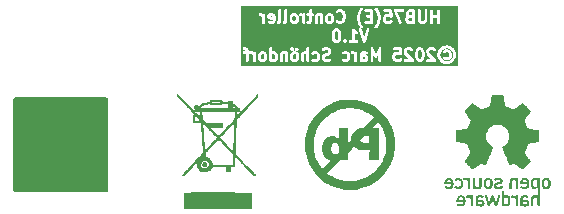
<source format=gbr>
%TF.GenerationSoftware,KiCad,Pcbnew,8.0.8*%
%TF.CreationDate,2025-02-10T12:16:24+01:00*%
%TF.ProjectId,HUB75Adapter,48554237-3541-4646-9170-7465722e6b69,V1.0*%
%TF.SameCoordinates,Original*%
%TF.FileFunction,Legend,Bot*%
%TF.FilePolarity,Positive*%
%FSLAX46Y46*%
G04 Gerber Fmt 4.6, Leading zero omitted, Abs format (unit mm)*
G04 Created by KiCad (PCBNEW 8.0.8) date 2025-02-10 12:16:24*
%MOMM*%
%LPD*%
G01*
G04 APERTURE LIST*
%ADD10C,0.250000*%
%ADD11C,0.000000*%
G04 APERTURE END LIST*
D10*
G36*
X107882828Y-56887707D02*
G01*
X108075557Y-57003346D01*
X108191197Y-57196078D01*
X108229667Y-57388428D01*
X108191197Y-57580777D01*
X108075558Y-57773510D01*
X107882826Y-57889149D01*
X107690476Y-57927619D01*
X107498126Y-57889149D01*
X107305394Y-57773510D01*
X107189755Y-57580777D01*
X107151286Y-57388428D01*
X107189755Y-57196078D01*
X107255154Y-57087080D01*
X107375981Y-57087080D01*
X107379439Y-57135729D01*
X107401250Y-57179353D01*
X107438095Y-57211309D01*
X107484366Y-57226733D01*
X107533015Y-57223275D01*
X107555901Y-57214518D01*
X107624748Y-57180095D01*
X107756207Y-57180095D01*
X107806909Y-57205446D01*
X107873458Y-57271995D01*
X107898810Y-57322698D01*
X107898810Y-57454157D01*
X107873458Y-57504860D01*
X107806909Y-57571410D01*
X107756207Y-57596761D01*
X107624748Y-57596761D01*
X107555901Y-57562338D01*
X107533015Y-57553581D01*
X107484366Y-57550123D01*
X107438095Y-57565547D01*
X107401250Y-57597503D01*
X107379439Y-57641127D01*
X107375981Y-57689776D01*
X107391405Y-57736047D01*
X107423361Y-57772892D01*
X107444099Y-57785946D01*
X107539338Y-57833565D01*
X107562223Y-57842322D01*
X107566703Y-57842640D01*
X107570853Y-57844359D01*
X107595239Y-57846761D01*
X107785715Y-57846761D01*
X107810101Y-57844359D01*
X107814249Y-57842640D01*
X107818731Y-57842322D01*
X107841617Y-57833564D01*
X107936854Y-57785946D01*
X107947352Y-57779336D01*
X107950399Y-57778075D01*
X107953830Y-57775259D01*
X107957592Y-57772891D01*
X107959755Y-57770396D01*
X107969341Y-57762530D01*
X108064579Y-57667292D01*
X108072445Y-57657706D01*
X108074940Y-57655543D01*
X108077307Y-57651781D01*
X108080124Y-57648350D01*
X108081386Y-57645302D01*
X108087994Y-57634806D01*
X108135613Y-57539568D01*
X108144371Y-57516682D01*
X108144689Y-57512201D01*
X108146408Y-57508052D01*
X108148810Y-57483666D01*
X108148810Y-57293190D01*
X108146408Y-57268804D01*
X108144689Y-57264654D01*
X108144371Y-57260174D01*
X108135613Y-57237288D01*
X108087994Y-57142050D01*
X108081386Y-57131553D01*
X108080124Y-57128506D01*
X108077307Y-57125074D01*
X108074940Y-57121313D01*
X108072445Y-57119149D01*
X108064579Y-57109564D01*
X107969341Y-57014326D01*
X107959755Y-57006459D01*
X107957592Y-57003965D01*
X107953830Y-57001596D01*
X107950399Y-56998781D01*
X107947352Y-56997519D01*
X107936854Y-56990910D01*
X107841617Y-56943292D01*
X107818731Y-56934534D01*
X107814249Y-56934215D01*
X107810101Y-56932497D01*
X107785715Y-56930095D01*
X107595239Y-56930095D01*
X107570853Y-56932497D01*
X107566703Y-56934215D01*
X107562223Y-56934534D01*
X107539338Y-56943291D01*
X107444099Y-56990910D01*
X107423361Y-57003964D01*
X107391405Y-57040809D01*
X107375981Y-57087080D01*
X107255154Y-57087080D01*
X107305395Y-57003345D01*
X107498126Y-56887706D01*
X107690476Y-56849236D01*
X107882828Y-56887707D01*
G37*
G36*
X92187858Y-57348302D02*
G01*
X92206790Y-57367235D01*
X92232141Y-57417936D01*
X92232141Y-57644633D01*
X92206789Y-57695336D01*
X92187858Y-57714268D01*
X92137157Y-57739619D01*
X92053317Y-57739619D01*
X92002615Y-57714268D01*
X91983683Y-57695336D01*
X91958332Y-57644634D01*
X91958332Y-57417936D01*
X91983682Y-57367234D01*
X92002615Y-57348302D01*
X92053317Y-57322952D01*
X92137157Y-57322952D01*
X92187858Y-57348302D01*
G37*
G36*
X93092620Y-57348302D02*
G01*
X93111552Y-57367235D01*
X93136903Y-57417936D01*
X93136903Y-57644633D01*
X93111551Y-57695336D01*
X93092620Y-57714268D01*
X93041919Y-57739619D01*
X92910713Y-57739619D01*
X92910713Y-57322952D01*
X93041919Y-57322952D01*
X93092620Y-57348302D01*
G37*
G36*
X94902144Y-57348302D02*
G01*
X94921076Y-57367235D01*
X94946427Y-57417936D01*
X94946427Y-57644633D01*
X94921075Y-57695336D01*
X94902144Y-57714268D01*
X94851443Y-57739619D01*
X94767603Y-57739619D01*
X94716901Y-57714268D01*
X94697969Y-57695336D01*
X94672618Y-57644634D01*
X94672618Y-57417936D01*
X94697968Y-57367234D01*
X94716901Y-57348302D01*
X94767603Y-57322952D01*
X94851443Y-57322952D01*
X94902144Y-57348302D01*
G37*
G36*
X100787782Y-57624454D02*
G01*
X100803571Y-57656031D01*
X100803571Y-57692252D01*
X100787781Y-57723831D01*
X100756206Y-57739619D01*
X100577381Y-57739619D01*
X100577381Y-57608666D01*
X100756206Y-57608666D01*
X100787782Y-57624454D01*
G37*
G36*
X105473574Y-57014969D02*
G01*
X105492506Y-57033902D01*
X105524916Y-57098723D01*
X105565476Y-57260960D01*
X105565476Y-57468277D01*
X105524916Y-57630513D01*
X105492505Y-57695336D01*
X105473574Y-57714268D01*
X105422873Y-57739619D01*
X105386652Y-57739619D01*
X105335950Y-57714268D01*
X105317018Y-57695336D01*
X105284607Y-57630515D01*
X105244048Y-57468277D01*
X105244048Y-57260960D01*
X105284607Y-57098722D01*
X105317017Y-57033901D01*
X105335950Y-57014969D01*
X105386652Y-56989619D01*
X105422873Y-56989619D01*
X105473574Y-57014969D01*
G37*
G36*
X98425954Y-55405025D02*
G01*
X98444886Y-55423958D01*
X98477296Y-55488779D01*
X98517856Y-55651016D01*
X98517856Y-55858333D01*
X98477296Y-56020569D01*
X98444885Y-56085392D01*
X98425954Y-56104324D01*
X98375253Y-56129675D01*
X98339032Y-56129675D01*
X98288330Y-56104324D01*
X98269398Y-56085392D01*
X98236987Y-56020571D01*
X98196428Y-55858333D01*
X98196428Y-55651016D01*
X98236987Y-55488778D01*
X98269397Y-55423957D01*
X98288330Y-55405025D01*
X98339032Y-55379675D01*
X98375253Y-55379675D01*
X98425954Y-55405025D01*
G37*
G36*
X92930637Y-54118852D02*
G01*
X92946426Y-54150429D01*
X92946426Y-54158921D01*
X92738898Y-54117415D01*
X92767602Y-54103064D01*
X92899061Y-54103064D01*
X92930637Y-54118852D01*
G37*
G36*
X94854525Y-54128414D02*
G01*
X94873457Y-54147347D01*
X94898808Y-54198048D01*
X94898808Y-54424745D01*
X94873456Y-54475448D01*
X94854525Y-54494380D01*
X94803824Y-54519731D01*
X94719984Y-54519731D01*
X94669282Y-54494380D01*
X94650350Y-54475448D01*
X94624999Y-54424746D01*
X94624999Y-54198048D01*
X94650349Y-54147346D01*
X94669282Y-54128414D01*
X94719984Y-54103064D01*
X94803824Y-54103064D01*
X94854525Y-54128414D01*
G37*
G36*
X97854526Y-54128414D02*
G01*
X97873458Y-54147347D01*
X97898809Y-54198048D01*
X97898809Y-54424745D01*
X97873457Y-54475448D01*
X97854526Y-54494380D01*
X97803825Y-54519731D01*
X97719985Y-54519731D01*
X97669283Y-54494380D01*
X97650351Y-54475448D01*
X97625000Y-54424746D01*
X97625000Y-54198048D01*
X97650350Y-54147346D01*
X97669283Y-54128414D01*
X97719985Y-54103064D01*
X97803825Y-54103064D01*
X97854526Y-54128414D01*
G37*
G36*
X104755953Y-54519731D02*
G01*
X104529510Y-54519731D01*
X104478808Y-54494380D01*
X104459876Y-54475448D01*
X104434525Y-54424746D01*
X104434525Y-54340905D01*
X104459875Y-54290203D01*
X104472286Y-54277793D01*
X104567906Y-54245921D01*
X104755953Y-54245921D01*
X104755953Y-54519731D01*
G37*
G36*
X104755953Y-53995921D02*
G01*
X104577129Y-53995921D01*
X104526427Y-53970570D01*
X104507494Y-53951638D01*
X104482144Y-53900937D01*
X104482144Y-53864715D01*
X104507494Y-53814013D01*
X104526427Y-53795081D01*
X104577129Y-53769731D01*
X104755953Y-53769731D01*
X104755953Y-53995921D01*
G37*
G36*
X108607143Y-58305095D02*
G01*
X90300019Y-58305095D01*
X90300019Y-56840233D01*
X90425019Y-56840233D01*
X90425019Y-56889005D01*
X90443683Y-56934065D01*
X90478171Y-56968553D01*
X90523231Y-56987217D01*
X90547617Y-56989619D01*
X90613347Y-56989619D01*
X90644923Y-57005407D01*
X90660712Y-57036984D01*
X90660712Y-57072952D01*
X90547617Y-57072952D01*
X90523231Y-57075354D01*
X90478171Y-57094018D01*
X90443683Y-57128506D01*
X90425019Y-57173566D01*
X90425019Y-57222338D01*
X90443683Y-57267398D01*
X90478171Y-57301886D01*
X90523231Y-57320550D01*
X90547617Y-57322952D01*
X90660712Y-57322952D01*
X90660712Y-57864619D01*
X90663114Y-57889005D01*
X90681778Y-57934065D01*
X90716266Y-57968553D01*
X90761326Y-57987217D01*
X90810098Y-57987217D01*
X90855158Y-57968553D01*
X90889646Y-57934065D01*
X90908310Y-57889005D01*
X90910712Y-57864619D01*
X90910712Y-57322952D01*
X90928569Y-57322952D01*
X90952955Y-57320550D01*
X90998015Y-57301886D01*
X91023807Y-57276093D01*
X91049600Y-57301886D01*
X91094660Y-57320550D01*
X91119046Y-57322952D01*
X91184776Y-57322952D01*
X91235477Y-57348302D01*
X91254409Y-57367235D01*
X91279760Y-57417936D01*
X91279760Y-57864619D01*
X91282162Y-57889005D01*
X91300826Y-57934065D01*
X91335314Y-57968553D01*
X91380374Y-57987217D01*
X91429146Y-57987217D01*
X91474206Y-57968553D01*
X91508694Y-57934065D01*
X91527358Y-57889005D01*
X91529760Y-57864619D01*
X91529760Y-57388428D01*
X91708332Y-57388428D01*
X91708332Y-57674142D01*
X91710734Y-57698528D01*
X91712452Y-57702676D01*
X91712771Y-57707158D01*
X91721529Y-57730044D01*
X91769147Y-57825281D01*
X91775754Y-57835777D01*
X91777017Y-57838825D01*
X91779834Y-57842258D01*
X91782202Y-57846019D01*
X91784696Y-57848182D01*
X91792562Y-57857767D01*
X91840181Y-57905387D01*
X91849769Y-57913256D01*
X91851931Y-57915749D01*
X91855685Y-57918112D01*
X91859122Y-57920933D01*
X91862175Y-57922197D01*
X91872668Y-57928803D01*
X91967906Y-57976422D01*
X91990792Y-57985180D01*
X91995272Y-57985498D01*
X91999422Y-57987217D01*
X92023808Y-57989619D01*
X92166665Y-57989619D01*
X92191051Y-57987217D01*
X92195199Y-57985498D01*
X92199681Y-57985180D01*
X92222567Y-57976422D01*
X92317804Y-57928804D01*
X92328300Y-57922196D01*
X92331350Y-57920933D01*
X92334783Y-57918114D01*
X92338542Y-57915749D01*
X92340704Y-57913255D01*
X92350292Y-57905387D01*
X92397911Y-57857768D01*
X92405778Y-57848180D01*
X92408271Y-57846019D01*
X92410637Y-57842259D01*
X92413456Y-57838825D01*
X92414718Y-57835776D01*
X92421325Y-57825282D01*
X92468944Y-57730044D01*
X92477702Y-57707158D01*
X92478020Y-57702677D01*
X92479739Y-57698528D01*
X92482141Y-57674142D01*
X92482141Y-57388428D01*
X92479739Y-57364042D01*
X92478020Y-57359892D01*
X92477702Y-57355412D01*
X92468944Y-57332526D01*
X92421325Y-57237288D01*
X92414718Y-57226793D01*
X92413455Y-57223743D01*
X92410636Y-57220308D01*
X92408271Y-57216551D01*
X92405779Y-57214389D01*
X92397910Y-57204801D01*
X92350291Y-57157183D01*
X92340705Y-57149316D01*
X92338542Y-57146822D01*
X92334780Y-57144453D01*
X92331349Y-57141638D01*
X92328302Y-57140376D01*
X92317804Y-57133767D01*
X92222567Y-57086149D01*
X92199681Y-57077391D01*
X92195199Y-57077072D01*
X92191051Y-57075354D01*
X92166665Y-57072952D01*
X92023808Y-57072952D01*
X91999422Y-57075354D01*
X91995272Y-57077072D01*
X91990792Y-57077391D01*
X91967906Y-57086149D01*
X91872668Y-57133768D01*
X91862173Y-57140374D01*
X91859123Y-57141638D01*
X91855688Y-57144456D01*
X91851931Y-57146822D01*
X91849769Y-57149313D01*
X91840181Y-57157183D01*
X91792563Y-57204802D01*
X91784696Y-57214387D01*
X91782202Y-57216551D01*
X91779833Y-57220312D01*
X91777018Y-57223744D01*
X91775756Y-57226790D01*
X91769147Y-57237289D01*
X91721529Y-57332526D01*
X91712771Y-57355412D01*
X91712452Y-57359893D01*
X91710734Y-57364042D01*
X91708332Y-57388428D01*
X91529760Y-57388428D01*
X91529760Y-57197952D01*
X91527358Y-57173566D01*
X91508694Y-57128506D01*
X91474206Y-57094018D01*
X91429146Y-57075354D01*
X91380374Y-57075354D01*
X91335314Y-57094018D01*
X91318850Y-57110481D01*
X91270186Y-57086149D01*
X91247300Y-57077391D01*
X91242818Y-57077072D01*
X91238670Y-57075354D01*
X91214284Y-57072952D01*
X91119046Y-57072952D01*
X91094660Y-57075354D01*
X91049600Y-57094018D01*
X91023807Y-57119810D01*
X90998015Y-57094018D01*
X90952955Y-57075354D01*
X90928569Y-57072952D01*
X90910712Y-57072952D01*
X90910712Y-57007476D01*
X90908310Y-56983090D01*
X90906591Y-56978940D01*
X90906273Y-56974460D01*
X90897515Y-56951574D01*
X90854037Y-56864619D01*
X92660713Y-56864619D01*
X92660713Y-57864619D01*
X92663115Y-57889005D01*
X92681779Y-57934065D01*
X92716267Y-57968553D01*
X92761327Y-57987217D01*
X92810099Y-57987217D01*
X92830824Y-57978632D01*
X92847935Y-57985180D01*
X92852415Y-57985498D01*
X92856565Y-57987217D01*
X92880951Y-57989619D01*
X93071427Y-57989619D01*
X93095813Y-57987217D01*
X93099961Y-57985498D01*
X93104443Y-57985180D01*
X93127329Y-57976422D01*
X93222566Y-57928804D01*
X93233062Y-57922196D01*
X93236112Y-57920933D01*
X93239545Y-57918114D01*
X93243304Y-57915749D01*
X93245466Y-57913255D01*
X93255054Y-57905387D01*
X93302673Y-57857768D01*
X93310540Y-57848180D01*
X93313033Y-57846019D01*
X93315399Y-57842259D01*
X93318218Y-57838825D01*
X93319480Y-57835776D01*
X93326087Y-57825282D01*
X93373706Y-57730044D01*
X93382464Y-57707158D01*
X93382782Y-57702677D01*
X93384501Y-57698528D01*
X93386903Y-57674142D01*
X93386903Y-57388428D01*
X93384501Y-57364042D01*
X93382782Y-57359892D01*
X93382464Y-57355412D01*
X93376876Y-57340809D01*
X93565475Y-57340809D01*
X93565475Y-57864619D01*
X93567877Y-57889005D01*
X93586541Y-57934065D01*
X93621029Y-57968553D01*
X93666089Y-57987217D01*
X93714861Y-57987217D01*
X93759921Y-57968553D01*
X93794409Y-57934065D01*
X93813073Y-57889005D01*
X93815475Y-57864619D01*
X93815475Y-57370317D01*
X93831263Y-57338740D01*
X93862841Y-57322952D01*
X93946681Y-57322952D01*
X93994046Y-57346634D01*
X93994046Y-57864619D01*
X93996448Y-57889005D01*
X94015112Y-57934065D01*
X94049600Y-57968553D01*
X94094660Y-57987217D01*
X94143432Y-57987217D01*
X94188492Y-57968553D01*
X94222980Y-57934065D01*
X94241644Y-57889005D01*
X94244046Y-57864619D01*
X94244046Y-57388428D01*
X94422618Y-57388428D01*
X94422618Y-57674142D01*
X94425020Y-57698528D01*
X94426738Y-57702676D01*
X94427057Y-57707158D01*
X94435815Y-57730044D01*
X94483433Y-57825281D01*
X94490040Y-57835777D01*
X94491303Y-57838825D01*
X94494120Y-57842258D01*
X94496488Y-57846019D01*
X94498982Y-57848182D01*
X94506848Y-57857767D01*
X94554467Y-57905387D01*
X94564055Y-57913256D01*
X94566217Y-57915749D01*
X94569971Y-57918112D01*
X94573408Y-57920933D01*
X94576461Y-57922197D01*
X94586954Y-57928803D01*
X94682192Y-57976422D01*
X94705078Y-57985180D01*
X94709558Y-57985498D01*
X94713708Y-57987217D01*
X94738094Y-57989619D01*
X94880951Y-57989619D01*
X94905337Y-57987217D01*
X94909485Y-57985498D01*
X94913967Y-57985180D01*
X94936853Y-57976422D01*
X95032090Y-57928804D01*
X95042586Y-57922196D01*
X95045636Y-57920933D01*
X95049069Y-57918114D01*
X95052828Y-57915749D01*
X95054990Y-57913255D01*
X95064578Y-57905387D01*
X95112197Y-57857768D01*
X95120064Y-57848180D01*
X95122557Y-57846019D01*
X95124923Y-57842259D01*
X95127742Y-57838825D01*
X95129004Y-57835776D01*
X95135611Y-57825282D01*
X95183230Y-57730044D01*
X95191988Y-57707158D01*
X95192306Y-57702677D01*
X95194025Y-57698528D01*
X95196427Y-57674142D01*
X95196427Y-57388428D01*
X95194025Y-57364042D01*
X95192306Y-57359892D01*
X95191988Y-57355412D01*
X95186400Y-57340809D01*
X95374999Y-57340809D01*
X95374999Y-57864619D01*
X95377401Y-57889005D01*
X95396065Y-57934065D01*
X95430553Y-57968553D01*
X95475613Y-57987217D01*
X95524385Y-57987217D01*
X95569445Y-57968553D01*
X95603933Y-57934065D01*
X95622597Y-57889005D01*
X95624999Y-57864619D01*
X95624999Y-57370317D01*
X95640787Y-57338740D01*
X95672365Y-57322952D01*
X95756205Y-57322952D01*
X95803570Y-57346634D01*
X95803570Y-57864619D01*
X95805972Y-57889005D01*
X95824636Y-57934065D01*
X95859124Y-57968553D01*
X95904184Y-57987217D01*
X95952956Y-57987217D01*
X95998016Y-57968553D01*
X96032504Y-57934065D01*
X96051168Y-57889005D01*
X96053570Y-57864619D01*
X96053570Y-57229937D01*
X96233123Y-57229937D01*
X96236581Y-57278587D01*
X96258393Y-57322210D01*
X96295238Y-57354166D01*
X96341508Y-57369590D01*
X96390158Y-57366132D01*
X96413044Y-57357374D01*
X96481889Y-57322952D01*
X96613348Y-57322952D01*
X96664049Y-57348302D01*
X96682981Y-57367235D01*
X96708332Y-57417936D01*
X96708332Y-57644633D01*
X96682980Y-57695336D01*
X96664049Y-57714268D01*
X96613348Y-57739619D01*
X96481889Y-57739619D01*
X96413044Y-57705197D01*
X96390158Y-57696439D01*
X96341508Y-57692981D01*
X96295238Y-57708405D01*
X96258393Y-57740361D01*
X96236581Y-57783984D01*
X96233123Y-57832634D01*
X96248547Y-57878904D01*
X96280503Y-57915749D01*
X96301240Y-57928803D01*
X96396478Y-57976422D01*
X96419364Y-57985180D01*
X96423844Y-57985498D01*
X96427994Y-57987217D01*
X96452380Y-57989619D01*
X96642856Y-57989619D01*
X96667242Y-57987217D01*
X96671390Y-57985498D01*
X96675872Y-57985180D01*
X96698758Y-57976422D01*
X96793995Y-57928804D01*
X96804491Y-57922196D01*
X96807541Y-57920933D01*
X96810974Y-57918114D01*
X96814733Y-57915749D01*
X96816895Y-57913255D01*
X96826483Y-57905387D01*
X96874102Y-57857768D01*
X96881969Y-57848180D01*
X96884462Y-57846019D01*
X96886828Y-57842259D01*
X96889647Y-57838825D01*
X96890909Y-57835776D01*
X96897516Y-57825282D01*
X96945135Y-57730044D01*
X96953893Y-57707158D01*
X96954211Y-57702677D01*
X96955930Y-57698528D01*
X96958332Y-57674142D01*
X96958332Y-57578904D01*
X97089285Y-57578904D01*
X97089285Y-57674142D01*
X97091687Y-57698528D01*
X97093405Y-57702676D01*
X97093724Y-57707158D01*
X97102482Y-57730044D01*
X97150100Y-57825281D01*
X97156707Y-57835777D01*
X97157970Y-57838825D01*
X97160787Y-57842258D01*
X97163155Y-57846019D01*
X97165649Y-57848182D01*
X97173515Y-57857767D01*
X97221134Y-57905387D01*
X97230722Y-57913256D01*
X97232884Y-57915749D01*
X97236638Y-57918112D01*
X97240075Y-57920933D01*
X97243128Y-57922197D01*
X97253621Y-57928803D01*
X97348859Y-57976422D01*
X97371745Y-57985180D01*
X97376225Y-57985498D01*
X97380375Y-57987217D01*
X97404761Y-57989619D01*
X97642856Y-57989619D01*
X97655199Y-57988403D01*
X97658490Y-57988637D01*
X97662819Y-57987652D01*
X97667242Y-57987217D01*
X97670293Y-57985953D01*
X97682384Y-57983204D01*
X97825241Y-57935586D01*
X97847616Y-57925595D01*
X97884462Y-57893640D01*
X97906274Y-57850016D01*
X97909731Y-57801366D01*
X97894308Y-57755097D01*
X97862352Y-57718251D01*
X97818728Y-57696439D01*
X97770078Y-57692982D01*
X97746184Y-57698415D01*
X97622573Y-57739619D01*
X97434270Y-57739619D01*
X97383568Y-57714268D01*
X97364636Y-57695336D01*
X97339285Y-57644634D01*
X97339285Y-57608412D01*
X97364635Y-57557710D01*
X97383568Y-57538778D01*
X97448389Y-57506368D01*
X97625554Y-57462077D01*
X97627353Y-57461433D01*
X97628253Y-57461370D01*
X97638399Y-57457487D01*
X97648629Y-57453832D01*
X97649353Y-57453295D01*
X97651139Y-57452612D01*
X97746376Y-57404994D01*
X97756874Y-57398384D01*
X97759921Y-57397123D01*
X97763352Y-57394307D01*
X97767114Y-57391939D01*
X97769277Y-57389444D01*
X97778863Y-57381578D01*
X97826482Y-57333960D01*
X97834351Y-57324371D01*
X97836843Y-57322210D01*
X97839208Y-57318452D01*
X97842027Y-57315018D01*
X97843290Y-57311967D01*
X97849897Y-57301473D01*
X97885665Y-57229937D01*
X98804552Y-57229937D01*
X98808010Y-57278587D01*
X98829822Y-57322210D01*
X98866667Y-57354166D01*
X98912937Y-57369590D01*
X98961587Y-57366132D01*
X98984473Y-57357374D01*
X99053318Y-57322952D01*
X99184777Y-57322952D01*
X99235478Y-57348302D01*
X99254410Y-57367235D01*
X99279761Y-57417936D01*
X99279761Y-57644633D01*
X99254409Y-57695336D01*
X99235478Y-57714268D01*
X99184777Y-57739619D01*
X99053318Y-57739619D01*
X98984473Y-57705197D01*
X98961587Y-57696439D01*
X98912937Y-57692981D01*
X98866667Y-57708405D01*
X98829822Y-57740361D01*
X98808010Y-57783984D01*
X98804552Y-57832634D01*
X98819976Y-57878904D01*
X98851932Y-57915749D01*
X98872669Y-57928803D01*
X98967907Y-57976422D01*
X98990793Y-57985180D01*
X98995273Y-57985498D01*
X98999423Y-57987217D01*
X99023809Y-57989619D01*
X99214285Y-57989619D01*
X99238671Y-57987217D01*
X99242819Y-57985498D01*
X99247301Y-57985180D01*
X99270187Y-57976422D01*
X99365424Y-57928804D01*
X99375920Y-57922196D01*
X99378970Y-57920933D01*
X99382403Y-57918114D01*
X99386162Y-57915749D01*
X99388324Y-57913255D01*
X99397912Y-57905387D01*
X99445531Y-57857768D01*
X99453398Y-57848180D01*
X99455891Y-57846019D01*
X99458257Y-57842259D01*
X99461076Y-57838825D01*
X99462338Y-57835776D01*
X99468945Y-57825282D01*
X99516564Y-57730044D01*
X99525322Y-57707158D01*
X99525640Y-57702677D01*
X99527359Y-57698528D01*
X99529761Y-57674142D01*
X99529761Y-57388428D01*
X99527359Y-57364042D01*
X99525640Y-57359892D01*
X99525322Y-57355412D01*
X99516564Y-57332526D01*
X99468945Y-57237288D01*
X99462338Y-57226793D01*
X99461075Y-57223743D01*
X99458256Y-57220308D01*
X99455891Y-57216551D01*
X99453399Y-57214389D01*
X99445530Y-57204801D01*
X99414294Y-57173566D01*
X99567878Y-57173566D01*
X99567878Y-57222338D01*
X99586542Y-57267398D01*
X99621030Y-57301886D01*
X99666090Y-57320550D01*
X99690476Y-57322952D01*
X99756206Y-57322952D01*
X99806907Y-57348302D01*
X99825839Y-57367235D01*
X99851190Y-57417936D01*
X99851190Y-57864619D01*
X99853592Y-57889005D01*
X99872256Y-57934065D01*
X99906744Y-57968553D01*
X99951804Y-57987217D01*
X100000576Y-57987217D01*
X100045636Y-57968553D01*
X100080124Y-57934065D01*
X100098788Y-57889005D01*
X100101190Y-57864619D01*
X100101190Y-57340809D01*
X100327381Y-57340809D01*
X100327381Y-57864619D01*
X100329783Y-57889005D01*
X100348447Y-57934065D01*
X100382935Y-57968553D01*
X100427995Y-57987217D01*
X100476767Y-57987217D01*
X100497492Y-57978632D01*
X100514603Y-57985180D01*
X100519083Y-57985498D01*
X100523233Y-57987217D01*
X100547619Y-57989619D01*
X100785714Y-57989619D01*
X100810100Y-57987217D01*
X100814248Y-57985498D01*
X100818730Y-57985180D01*
X100841616Y-57976422D01*
X100936853Y-57928804D01*
X100940930Y-57926237D01*
X100942857Y-57925595D01*
X100945256Y-57923513D01*
X100957591Y-57915749D01*
X100967857Y-57903911D01*
X100979702Y-57893639D01*
X100987469Y-57881299D01*
X100989547Y-57878904D01*
X100990188Y-57876980D01*
X100992756Y-57872901D01*
X101040375Y-57777662D01*
X101049132Y-57754777D01*
X101049450Y-57750296D01*
X101051169Y-57746147D01*
X101053571Y-57721761D01*
X101053571Y-57626523D01*
X101051169Y-57602137D01*
X101049450Y-57597987D01*
X101049132Y-57593507D01*
X101040374Y-57570621D01*
X100992755Y-57475383D01*
X100990188Y-57471306D01*
X100989547Y-57469381D01*
X100987467Y-57466982D01*
X100979701Y-57454646D01*
X100967860Y-57444376D01*
X100957591Y-57432536D01*
X100945253Y-57424769D01*
X100942856Y-57422690D01*
X100940931Y-57422048D01*
X100936853Y-57419481D01*
X100841616Y-57371863D01*
X100818730Y-57363105D01*
X100814248Y-57362786D01*
X100810100Y-57361068D01*
X100785714Y-57358666D01*
X100583206Y-57358666D01*
X100593169Y-57338740D01*
X100624747Y-57322952D01*
X100756206Y-57322952D01*
X100825050Y-57357374D01*
X100847936Y-57366132D01*
X100896585Y-57369589D01*
X100942856Y-57354166D01*
X100979701Y-57322210D01*
X101001512Y-57278587D01*
X101004970Y-57229937D01*
X100989547Y-57183667D01*
X100957591Y-57146822D01*
X100936853Y-57133767D01*
X100841616Y-57086149D01*
X100818730Y-57077391D01*
X100814248Y-57077072D01*
X100810100Y-57075354D01*
X100785714Y-57072952D01*
X100595238Y-57072952D01*
X100570852Y-57075354D01*
X100566702Y-57077072D01*
X100562222Y-57077391D01*
X100539336Y-57086149D01*
X100444098Y-57133768D01*
X100440021Y-57136334D01*
X100438096Y-57136976D01*
X100435697Y-57139055D01*
X100423361Y-57146822D01*
X100413091Y-57158662D01*
X100401251Y-57168932D01*
X100393484Y-57181269D01*
X100391405Y-57183667D01*
X100390763Y-57185591D01*
X100388196Y-57189670D01*
X100340578Y-57284907D01*
X100331820Y-57307793D01*
X100331501Y-57312274D01*
X100329783Y-57316423D01*
X100327381Y-57340809D01*
X100101190Y-57340809D01*
X100101190Y-57197952D01*
X100098788Y-57173566D01*
X100080124Y-57128506D01*
X100045636Y-57094018D01*
X100000576Y-57075354D01*
X99951804Y-57075354D01*
X99906744Y-57094018D01*
X99890280Y-57110481D01*
X99841616Y-57086149D01*
X99818730Y-57077391D01*
X99814248Y-57077072D01*
X99810100Y-57075354D01*
X99785714Y-57072952D01*
X99690476Y-57072952D01*
X99666090Y-57075354D01*
X99621030Y-57094018D01*
X99586542Y-57128506D01*
X99567878Y-57173566D01*
X99414294Y-57173566D01*
X99397911Y-57157183D01*
X99388325Y-57149316D01*
X99386162Y-57146822D01*
X99382400Y-57144453D01*
X99378969Y-57141638D01*
X99375922Y-57140376D01*
X99365424Y-57133767D01*
X99270187Y-57086149D01*
X99247301Y-57077391D01*
X99242819Y-57077072D01*
X99238671Y-57075354D01*
X99214285Y-57072952D01*
X99023809Y-57072952D01*
X98999423Y-57075354D01*
X98995273Y-57077072D01*
X98990793Y-57077391D01*
X98967907Y-57086149D01*
X98872669Y-57133768D01*
X98851932Y-57146822D01*
X98819976Y-57183667D01*
X98804552Y-57229937D01*
X97885665Y-57229937D01*
X97897516Y-57206235D01*
X97906274Y-57183349D01*
X97906592Y-57178868D01*
X97908311Y-57174719D01*
X97910713Y-57150333D01*
X97910713Y-57055095D01*
X97908311Y-57030709D01*
X97906592Y-57026559D01*
X97906274Y-57022079D01*
X97897516Y-56999193D01*
X97849897Y-56903955D01*
X97843290Y-56893460D01*
X97842027Y-56890410D01*
X97839208Y-56886975D01*
X97836843Y-56883218D01*
X97834351Y-56881056D01*
X97826482Y-56871468D01*
X97819633Y-56864619D01*
X101232143Y-56864619D01*
X101232143Y-57864619D01*
X101234545Y-57889005D01*
X101253209Y-57934065D01*
X101287697Y-57968553D01*
X101332757Y-57987217D01*
X101381529Y-57987217D01*
X101426589Y-57968553D01*
X101461077Y-57934065D01*
X101479741Y-57889005D01*
X101482143Y-57864619D01*
X101482143Y-57428065D01*
X101577203Y-57631765D01*
X101582492Y-57640694D01*
X101583593Y-57643720D01*
X101585552Y-57645860D01*
X101589692Y-57652847D01*
X101603700Y-57665675D01*
X101616533Y-57679688D01*
X101621565Y-57682036D01*
X101625661Y-57685787D01*
X101643511Y-57692278D01*
X101660729Y-57700313D01*
X101666278Y-57700556D01*
X101671498Y-57702455D01*
X101690476Y-57701620D01*
X101709455Y-57702455D01*
X101714674Y-57700556D01*
X101720223Y-57700313D01*
X101737436Y-57692279D01*
X101755292Y-57685787D01*
X101759388Y-57682035D01*
X101764419Y-57679688D01*
X101777249Y-57665677D01*
X101791260Y-57652847D01*
X101795399Y-57645860D01*
X101797359Y-57643720D01*
X101798459Y-57640694D01*
X101803749Y-57631765D01*
X101898809Y-57428064D01*
X101898809Y-57864619D01*
X101901211Y-57889005D01*
X101919875Y-57934065D01*
X101954363Y-57968553D01*
X101999423Y-57987217D01*
X102048195Y-57987217D01*
X102093255Y-57968553D01*
X102127743Y-57934065D01*
X102146407Y-57889005D01*
X102148809Y-57864619D01*
X102148809Y-57436047D01*
X103089286Y-57436047D01*
X103089286Y-57674142D01*
X103091688Y-57698528D01*
X103093406Y-57702676D01*
X103093725Y-57707158D01*
X103102483Y-57730044D01*
X103150101Y-57825281D01*
X103156708Y-57835777D01*
X103157971Y-57838825D01*
X103160788Y-57842258D01*
X103163156Y-57846019D01*
X103165650Y-57848182D01*
X103173516Y-57857767D01*
X103221135Y-57905387D01*
X103230723Y-57913256D01*
X103232885Y-57915749D01*
X103236639Y-57918112D01*
X103240076Y-57920933D01*
X103243129Y-57922197D01*
X103253622Y-57928803D01*
X103348860Y-57976422D01*
X103371746Y-57985180D01*
X103376226Y-57985498D01*
X103380376Y-57987217D01*
X103404762Y-57989619D01*
X103642857Y-57989619D01*
X103667243Y-57987217D01*
X103671391Y-57985498D01*
X103675873Y-57985180D01*
X103698759Y-57976422D01*
X103793996Y-57928804D01*
X103804492Y-57922196D01*
X103807542Y-57920933D01*
X103810975Y-57918114D01*
X103814734Y-57915749D01*
X103816896Y-57913255D01*
X103826484Y-57905387D01*
X103874103Y-57857768D01*
X103889648Y-57838825D01*
X103908312Y-57793766D01*
X103908312Y-57744992D01*
X103889647Y-57699933D01*
X103855159Y-57665446D01*
X103810099Y-57646782D01*
X103761326Y-57646782D01*
X103716266Y-57665447D01*
X103697325Y-57680993D01*
X103664050Y-57714268D01*
X103613349Y-57739619D01*
X103434271Y-57739619D01*
X103383569Y-57714268D01*
X103364637Y-57695336D01*
X103339286Y-57644634D01*
X103339286Y-57465555D01*
X103364636Y-57414853D01*
X103383569Y-57395921D01*
X103434271Y-57370571D01*
X103613349Y-57370571D01*
X103664050Y-57395921D01*
X103697325Y-57429197D01*
X103716267Y-57444742D01*
X103722081Y-57447150D01*
X103726954Y-57451137D01*
X103744446Y-57456414D01*
X103761327Y-57463407D01*
X103767622Y-57463407D01*
X103773648Y-57465225D01*
X103791828Y-57463407D01*
X103810100Y-57463407D01*
X103815914Y-57460998D01*
X103822178Y-57460372D01*
X103838282Y-57451732D01*
X103855160Y-57444742D01*
X103859608Y-57440293D01*
X103865157Y-57437317D01*
X103876731Y-57423170D01*
X103889647Y-57410255D01*
X103892054Y-57404442D01*
X103896042Y-57399569D01*
X103901320Y-57382073D01*
X103908312Y-57365195D01*
X103908312Y-57358900D01*
X103910130Y-57352875D01*
X103910094Y-57328371D01*
X103882766Y-57055095D01*
X104041667Y-57055095D01*
X104041667Y-57150333D01*
X104042882Y-57162676D01*
X104042649Y-57165967D01*
X104043633Y-57170296D01*
X104044069Y-57174719D01*
X104045332Y-57177770D01*
X104048082Y-57189861D01*
X104095700Y-57332718D01*
X104105691Y-57355093D01*
X104108634Y-57358486D01*
X104110353Y-57362636D01*
X104125898Y-57381578D01*
X104483938Y-57739619D01*
X104166667Y-57739619D01*
X104142281Y-57742021D01*
X104097221Y-57760685D01*
X104062733Y-57795173D01*
X104044069Y-57840233D01*
X104044069Y-57889005D01*
X104062733Y-57934065D01*
X104097221Y-57968553D01*
X104142281Y-57987217D01*
X104166667Y-57989619D01*
X104785714Y-57989619D01*
X104810100Y-57987217D01*
X104810101Y-57987217D01*
X104823298Y-57981750D01*
X104855160Y-57968553D01*
X104889648Y-57934065D01*
X104903638Y-57900289D01*
X104908312Y-57889006D01*
X104908312Y-57840232D01*
X104900948Y-57822454D01*
X104889648Y-57795173D01*
X104889642Y-57795167D01*
X104874102Y-57776231D01*
X104343443Y-57245571D01*
X104994048Y-57245571D01*
X104994048Y-57483666D01*
X104994467Y-57487920D01*
X104994196Y-57489742D01*
X104995545Y-57498870D01*
X104996450Y-57508052D01*
X104997154Y-57509753D01*
X104997780Y-57513983D01*
X105045399Y-57704459D01*
X105046042Y-57706258D01*
X105046106Y-57707158D01*
X105049988Y-57717304D01*
X105053644Y-57727534D01*
X105054180Y-57728258D01*
X105054864Y-57730044D01*
X105102482Y-57825281D01*
X105109089Y-57835777D01*
X105110352Y-57838825D01*
X105113169Y-57842258D01*
X105115537Y-57846019D01*
X105118031Y-57848182D01*
X105125897Y-57857767D01*
X105173516Y-57905387D01*
X105183104Y-57913256D01*
X105185266Y-57915749D01*
X105189020Y-57918112D01*
X105192457Y-57920933D01*
X105195510Y-57922197D01*
X105206003Y-57928803D01*
X105301241Y-57976422D01*
X105324127Y-57985180D01*
X105328607Y-57985498D01*
X105332757Y-57987217D01*
X105357143Y-57989619D01*
X105452381Y-57989619D01*
X105476767Y-57987217D01*
X105480915Y-57985498D01*
X105485397Y-57985180D01*
X105508283Y-57976422D01*
X105603520Y-57928804D01*
X105614016Y-57922196D01*
X105617066Y-57920933D01*
X105620499Y-57918114D01*
X105624258Y-57915749D01*
X105626420Y-57913255D01*
X105636008Y-57905387D01*
X105683627Y-57857768D01*
X105691494Y-57848180D01*
X105693987Y-57846019D01*
X105696353Y-57842259D01*
X105699172Y-57838825D01*
X105700434Y-57835776D01*
X105707041Y-57825282D01*
X105754660Y-57730044D01*
X105755343Y-57728258D01*
X105755880Y-57727534D01*
X105759535Y-57717304D01*
X105763418Y-57707158D01*
X105763481Y-57706258D01*
X105764125Y-57704459D01*
X105811744Y-57513983D01*
X105812369Y-57509753D01*
X105813074Y-57508052D01*
X105813978Y-57498872D01*
X105815328Y-57489743D01*
X105815056Y-57487920D01*
X105815476Y-57483666D01*
X105815476Y-57245571D01*
X105815056Y-57241316D01*
X105815328Y-57239494D01*
X105813978Y-57230364D01*
X105813074Y-57221185D01*
X105812369Y-57219483D01*
X105811744Y-57215254D01*
X105771704Y-57055095D01*
X105946429Y-57055095D01*
X105946429Y-57150333D01*
X105947644Y-57162676D01*
X105947411Y-57165967D01*
X105948395Y-57170296D01*
X105948831Y-57174719D01*
X105950094Y-57177770D01*
X105952844Y-57189861D01*
X106000462Y-57332718D01*
X106010453Y-57355093D01*
X106013396Y-57358486D01*
X106015115Y-57362636D01*
X106030660Y-57381578D01*
X106388700Y-57739619D01*
X106071429Y-57739619D01*
X106047043Y-57742021D01*
X106001983Y-57760685D01*
X105967495Y-57795173D01*
X105948831Y-57840233D01*
X105948831Y-57889005D01*
X105967495Y-57934065D01*
X106001983Y-57968553D01*
X106047043Y-57987217D01*
X106071429Y-57989619D01*
X106690476Y-57989619D01*
X106714862Y-57987217D01*
X106714863Y-57987217D01*
X106728060Y-57981750D01*
X106759922Y-57968553D01*
X106794410Y-57934065D01*
X106808400Y-57900289D01*
X106813074Y-57889006D01*
X106813074Y-57840232D01*
X106805710Y-57822454D01*
X106794410Y-57795173D01*
X106794404Y-57795167D01*
X106778864Y-57776231D01*
X106390931Y-57388297D01*
X106898810Y-57388297D01*
X106898835Y-57388428D01*
X106898810Y-57388559D01*
X106901237Y-57412943D01*
X106948856Y-57651037D01*
X106953302Y-57665639D01*
X106953756Y-57668688D01*
X106955086Y-57671497D01*
X106955994Y-57674479D01*
X106957713Y-57677046D01*
X106964242Y-57690835D01*
X107107099Y-57928931D01*
X107121705Y-57948606D01*
X107126642Y-57952264D01*
X107130299Y-57957199D01*
X107149974Y-57971806D01*
X107388069Y-58114663D01*
X107401857Y-58121191D01*
X107404425Y-58122911D01*
X107407406Y-58123818D01*
X107410216Y-58125149D01*
X107413264Y-58125602D01*
X107427867Y-58130049D01*
X107665962Y-58177668D01*
X107690346Y-58180095D01*
X107690477Y-58180069D01*
X107690608Y-58180095D01*
X107714992Y-58177668D01*
X107953086Y-58130049D01*
X107967688Y-58125602D01*
X107970737Y-58125149D01*
X107973546Y-58123818D01*
X107976528Y-58122911D01*
X107979095Y-58121191D01*
X107992884Y-58114663D01*
X108230979Y-57971806D01*
X108250654Y-57957199D01*
X108254310Y-57952264D01*
X108259248Y-57948606D01*
X108273854Y-57928931D01*
X108416711Y-57690835D01*
X108423241Y-57677043D01*
X108424959Y-57674479D01*
X108425865Y-57671501D01*
X108427198Y-57668688D01*
X108427652Y-57665633D01*
X108432097Y-57651038D01*
X108479716Y-57412943D01*
X108482143Y-57388559D01*
X108482117Y-57388428D01*
X108482143Y-57388297D01*
X108479716Y-57363913D01*
X108432097Y-57125818D01*
X108427650Y-57111216D01*
X108427197Y-57108168D01*
X108425867Y-57105359D01*
X108424959Y-57102377D01*
X108423239Y-57099808D01*
X108416711Y-57086021D01*
X108273854Y-56847926D01*
X108259247Y-56828251D01*
X108254313Y-56824595D01*
X108250655Y-56819658D01*
X108230980Y-56805052D01*
X107992884Y-56662194D01*
X107979096Y-56655664D01*
X107976528Y-56653945D01*
X107973547Y-56653037D01*
X107970738Y-56651707D01*
X107967687Y-56651252D01*
X107953086Y-56646807D01*
X107714992Y-56599188D01*
X107690608Y-56596761D01*
X107690477Y-56596786D01*
X107690346Y-56596761D01*
X107665962Y-56599188D01*
X107427867Y-56646807D01*
X107413265Y-56651253D01*
X107410216Y-56651707D01*
X107407406Y-56653037D01*
X107404425Y-56653945D01*
X107401857Y-56655664D01*
X107388069Y-56662193D01*
X107149974Y-56805052D01*
X107130299Y-56819658D01*
X107126641Y-56824593D01*
X107121706Y-56828251D01*
X107107099Y-56847926D01*
X106964242Y-57086021D01*
X106957713Y-57099809D01*
X106955994Y-57102377D01*
X106955086Y-57105358D01*
X106953756Y-57108168D01*
X106953302Y-57111216D01*
X106948856Y-57125819D01*
X106901237Y-57363913D01*
X106898810Y-57388297D01*
X106390931Y-57388297D01*
X106228301Y-57225667D01*
X106196429Y-57130049D01*
X106196429Y-57084603D01*
X106221779Y-57033901D01*
X106240712Y-57014969D01*
X106291414Y-56989619D01*
X106470492Y-56989619D01*
X106521193Y-57014969D01*
X106554468Y-57048245D01*
X106573410Y-57063790D01*
X106618470Y-57082455D01*
X106667243Y-57082455D01*
X106712303Y-57063790D01*
X106746790Y-57029303D01*
X106765455Y-56984243D01*
X106765455Y-56935470D01*
X106746790Y-56890410D01*
X106731245Y-56871468D01*
X106683626Y-56823850D01*
X106674040Y-56815983D01*
X106671877Y-56813489D01*
X106668115Y-56811120D01*
X106664684Y-56808305D01*
X106661637Y-56807043D01*
X106651139Y-56800434D01*
X106555902Y-56752816D01*
X106533016Y-56744058D01*
X106528534Y-56743739D01*
X106524386Y-56742021D01*
X106500000Y-56739619D01*
X106261905Y-56739619D01*
X106237519Y-56742021D01*
X106233369Y-56743739D01*
X106228889Y-56744058D01*
X106206003Y-56752816D01*
X106110765Y-56800435D01*
X106100270Y-56807041D01*
X106097220Y-56808305D01*
X106093785Y-56811123D01*
X106090028Y-56813489D01*
X106087866Y-56815980D01*
X106078278Y-56823850D01*
X106030660Y-56871469D01*
X106022793Y-56881054D01*
X106020299Y-56883218D01*
X106017930Y-56886979D01*
X106015115Y-56890411D01*
X106013853Y-56893457D01*
X106007244Y-56903956D01*
X105959626Y-56999193D01*
X105950868Y-57022079D01*
X105950549Y-57026560D01*
X105948831Y-57030709D01*
X105946429Y-57055095D01*
X105771704Y-57055095D01*
X105764125Y-57024778D01*
X105763481Y-57022978D01*
X105763418Y-57022079D01*
X105759535Y-57011932D01*
X105755880Y-57001703D01*
X105755343Y-57000978D01*
X105754660Y-56999193D01*
X105707041Y-56903955D01*
X105700434Y-56893460D01*
X105699171Y-56890410D01*
X105696352Y-56886975D01*
X105693987Y-56883218D01*
X105691495Y-56881056D01*
X105683626Y-56871468D01*
X105636007Y-56823850D01*
X105626421Y-56815983D01*
X105624258Y-56813489D01*
X105620496Y-56811120D01*
X105617065Y-56808305D01*
X105614018Y-56807043D01*
X105603520Y-56800434D01*
X105508283Y-56752816D01*
X105485397Y-56744058D01*
X105480915Y-56743739D01*
X105476767Y-56742021D01*
X105452381Y-56739619D01*
X105357143Y-56739619D01*
X105332757Y-56742021D01*
X105328607Y-56743739D01*
X105324127Y-56744058D01*
X105301241Y-56752816D01*
X105206003Y-56800435D01*
X105195508Y-56807041D01*
X105192458Y-56808305D01*
X105189023Y-56811123D01*
X105185266Y-56813489D01*
X105183104Y-56815980D01*
X105173516Y-56823850D01*
X105125898Y-56871469D01*
X105118031Y-56881054D01*
X105115537Y-56883218D01*
X105113168Y-56886979D01*
X105110353Y-56890411D01*
X105109091Y-56893457D01*
X105102482Y-56903956D01*
X105054864Y-56999193D01*
X105054180Y-57000978D01*
X105053644Y-57001703D01*
X105049988Y-57011932D01*
X105046106Y-57022079D01*
X105046042Y-57022978D01*
X105045399Y-57024778D01*
X104997780Y-57215254D01*
X104997154Y-57219483D01*
X104996450Y-57221185D01*
X104995545Y-57230366D01*
X104994196Y-57239495D01*
X104994467Y-57241316D01*
X104994048Y-57245571D01*
X104343443Y-57245571D01*
X104323539Y-57225667D01*
X104291667Y-57130049D01*
X104291667Y-57084603D01*
X104317017Y-57033901D01*
X104335950Y-57014969D01*
X104386652Y-56989619D01*
X104565730Y-56989619D01*
X104616431Y-57014969D01*
X104649706Y-57048245D01*
X104668648Y-57063790D01*
X104713708Y-57082455D01*
X104762481Y-57082455D01*
X104807541Y-57063790D01*
X104842028Y-57029303D01*
X104860693Y-56984243D01*
X104860693Y-56935470D01*
X104842028Y-56890410D01*
X104826483Y-56871468D01*
X104778864Y-56823850D01*
X104769278Y-56815983D01*
X104767115Y-56813489D01*
X104763353Y-56811120D01*
X104759922Y-56808305D01*
X104756875Y-56807043D01*
X104746377Y-56800434D01*
X104651140Y-56752816D01*
X104628254Y-56744058D01*
X104623772Y-56743739D01*
X104619624Y-56742021D01*
X104595238Y-56739619D01*
X104357143Y-56739619D01*
X104332757Y-56742021D01*
X104328607Y-56743739D01*
X104324127Y-56744058D01*
X104301241Y-56752816D01*
X104206003Y-56800435D01*
X104195508Y-56807041D01*
X104192458Y-56808305D01*
X104189023Y-56811123D01*
X104185266Y-56813489D01*
X104183104Y-56815980D01*
X104173516Y-56823850D01*
X104125898Y-56871469D01*
X104118031Y-56881054D01*
X104115537Y-56883218D01*
X104113168Y-56886979D01*
X104110353Y-56890411D01*
X104109091Y-56893457D01*
X104102482Y-56903956D01*
X104054864Y-56999193D01*
X104046106Y-57022079D01*
X104045787Y-57026560D01*
X104044069Y-57030709D01*
X104041667Y-57055095D01*
X103882766Y-57055095D01*
X103862475Y-56852181D01*
X103860693Y-56843292D01*
X103860693Y-56840233D01*
X103859504Y-56837362D01*
X103857658Y-56828155D01*
X103849021Y-56812055D01*
X103842029Y-56795173D01*
X103837578Y-56790722D01*
X103834603Y-56785176D01*
X103820461Y-56773605D01*
X103807541Y-56760685D01*
X103801726Y-56758276D01*
X103796855Y-56754291D01*
X103779362Y-56749013D01*
X103762481Y-56742021D01*
X103753135Y-56741100D01*
X103750161Y-56740203D01*
X103747115Y-56740507D01*
X103738095Y-56739619D01*
X103261905Y-56739619D01*
X103237519Y-56742021D01*
X103192459Y-56760685D01*
X103157971Y-56795173D01*
X103139307Y-56840233D01*
X103139307Y-56889005D01*
X103157971Y-56934065D01*
X103192459Y-56968553D01*
X103237519Y-56987217D01*
X103261905Y-56989619D01*
X103624971Y-56989619D01*
X103638066Y-57120571D01*
X103404762Y-57120571D01*
X103380376Y-57122973D01*
X103376226Y-57124691D01*
X103371746Y-57125010D01*
X103348860Y-57133768D01*
X103253622Y-57181387D01*
X103243127Y-57187993D01*
X103240077Y-57189257D01*
X103236642Y-57192075D01*
X103232885Y-57194441D01*
X103230723Y-57196932D01*
X103221135Y-57204802D01*
X103173517Y-57252421D01*
X103165650Y-57262006D01*
X103163156Y-57264170D01*
X103160787Y-57267931D01*
X103157972Y-57271363D01*
X103156710Y-57274409D01*
X103150101Y-57284908D01*
X103102483Y-57380145D01*
X103093725Y-57403031D01*
X103093406Y-57407512D01*
X103091688Y-57411661D01*
X103089286Y-57436047D01*
X102148809Y-57436047D01*
X102148809Y-56864619D01*
X102147230Y-56848591D01*
X102147360Y-56845640D01*
X102146783Y-56844054D01*
X102146407Y-56840233D01*
X102138107Y-56820196D01*
X102130692Y-56799803D01*
X102128809Y-56797747D01*
X102127743Y-56795173D01*
X102112405Y-56779835D01*
X102097752Y-56763835D01*
X102095226Y-56762656D01*
X102093255Y-56760685D01*
X102073216Y-56752384D01*
X102053556Y-56743210D01*
X102050769Y-56743087D01*
X102048195Y-56742021D01*
X102026509Y-56742021D01*
X102004831Y-56741068D01*
X102002210Y-56742021D01*
X101999423Y-56742021D01*
X101979379Y-56750323D01*
X101958994Y-56757736D01*
X101956938Y-56759618D01*
X101954363Y-56760685D01*
X101939020Y-56776027D01*
X101923025Y-56790676D01*
X101921067Y-56793980D01*
X101919875Y-56795173D01*
X101918745Y-56797900D01*
X101910536Y-56811758D01*
X101690475Y-57283315D01*
X101470416Y-56811758D01*
X101462206Y-56797900D01*
X101461077Y-56795173D01*
X101459884Y-56793980D01*
X101457927Y-56790676D01*
X101441926Y-56776022D01*
X101426589Y-56760685D01*
X101424014Y-56759618D01*
X101421959Y-56757736D01*
X101401565Y-56750320D01*
X101381529Y-56742021D01*
X101378743Y-56742021D01*
X101376122Y-56741068D01*
X101354443Y-56742021D01*
X101332757Y-56742021D01*
X101330182Y-56743087D01*
X101327396Y-56743210D01*
X101307735Y-56752384D01*
X101287697Y-56760685D01*
X101285725Y-56762656D01*
X101283200Y-56763835D01*
X101268546Y-56779835D01*
X101253209Y-56795173D01*
X101252142Y-56797747D01*
X101250260Y-56799803D01*
X101242844Y-56820196D01*
X101234545Y-56840233D01*
X101234168Y-56844054D01*
X101233592Y-56845640D01*
X101233721Y-56848591D01*
X101232143Y-56864619D01*
X97819633Y-56864619D01*
X97778863Y-56823850D01*
X97769277Y-56815983D01*
X97767114Y-56813489D01*
X97763352Y-56811120D01*
X97759921Y-56808305D01*
X97756874Y-56807043D01*
X97746376Y-56800434D01*
X97651139Y-56752816D01*
X97628253Y-56744058D01*
X97623771Y-56743739D01*
X97619623Y-56742021D01*
X97595237Y-56739619D01*
X97357142Y-56739619D01*
X97344798Y-56740834D01*
X97341507Y-56740601D01*
X97337177Y-56741585D01*
X97332756Y-56742021D01*
X97329706Y-56743284D01*
X97317613Y-56746034D01*
X97174757Y-56793653D01*
X97152382Y-56803643D01*
X97115536Y-56835598D01*
X97093724Y-56879223D01*
X97090267Y-56927872D01*
X97105690Y-56974141D01*
X97137645Y-57010987D01*
X97181270Y-57032799D01*
X97229919Y-57036256D01*
X97253813Y-57030823D01*
X97377428Y-56989619D01*
X97565729Y-56989619D01*
X97616430Y-57014969D01*
X97635362Y-57033902D01*
X97660713Y-57084603D01*
X97660713Y-57120824D01*
X97635362Y-57171525D01*
X97616430Y-57190458D01*
X97551610Y-57222868D01*
X97374444Y-57267160D01*
X97372644Y-57267803D01*
X97371745Y-57267867D01*
X97361598Y-57271749D01*
X97351369Y-57275405D01*
X97350644Y-57275941D01*
X97348859Y-57276625D01*
X97253621Y-57324244D01*
X97243126Y-57330850D01*
X97240076Y-57332114D01*
X97236641Y-57334932D01*
X97232884Y-57337298D01*
X97230722Y-57339789D01*
X97221134Y-57347659D01*
X97173516Y-57395278D01*
X97165649Y-57404863D01*
X97163155Y-57407027D01*
X97160786Y-57410788D01*
X97157971Y-57414220D01*
X97156709Y-57417266D01*
X97150100Y-57427765D01*
X97102482Y-57523002D01*
X97093724Y-57545888D01*
X97093405Y-57550369D01*
X97091687Y-57554518D01*
X97089285Y-57578904D01*
X96958332Y-57578904D01*
X96958332Y-57388428D01*
X96955930Y-57364042D01*
X96954211Y-57359892D01*
X96953893Y-57355412D01*
X96945135Y-57332526D01*
X96897516Y-57237288D01*
X96890909Y-57226793D01*
X96889646Y-57223743D01*
X96886827Y-57220308D01*
X96884462Y-57216551D01*
X96881970Y-57214389D01*
X96874101Y-57204801D01*
X96826482Y-57157183D01*
X96816896Y-57149316D01*
X96814733Y-57146822D01*
X96810971Y-57144453D01*
X96807540Y-57141638D01*
X96804493Y-57140376D01*
X96793995Y-57133767D01*
X96698758Y-57086149D01*
X96675872Y-57077391D01*
X96671390Y-57077072D01*
X96667242Y-57075354D01*
X96642856Y-57072952D01*
X96452380Y-57072952D01*
X96427994Y-57075354D01*
X96423844Y-57077072D01*
X96419364Y-57077391D01*
X96396478Y-57086149D01*
X96301240Y-57133768D01*
X96280503Y-57146822D01*
X96248547Y-57183667D01*
X96233123Y-57229937D01*
X96053570Y-57229937D01*
X96053570Y-56864619D01*
X96051168Y-56840233D01*
X96032504Y-56795173D01*
X95998016Y-56760685D01*
X95952956Y-56742021D01*
X95904184Y-56742021D01*
X95859124Y-56760685D01*
X95824636Y-56795173D01*
X95805972Y-56840233D01*
X95803570Y-56864619D01*
X95803570Y-57074710D01*
X95785713Y-57072952D01*
X95642856Y-57072952D01*
X95618470Y-57075354D01*
X95614320Y-57077072D01*
X95609840Y-57077391D01*
X95586954Y-57086149D01*
X95491716Y-57133768D01*
X95487639Y-57136334D01*
X95485714Y-57136976D01*
X95483315Y-57139055D01*
X95470979Y-57146822D01*
X95460709Y-57158662D01*
X95448869Y-57168932D01*
X95441102Y-57181269D01*
X95439023Y-57183667D01*
X95438381Y-57185591D01*
X95435814Y-57189670D01*
X95388196Y-57284907D01*
X95379438Y-57307793D01*
X95379119Y-57312274D01*
X95377401Y-57316423D01*
X95374999Y-57340809D01*
X95186400Y-57340809D01*
X95183230Y-57332526D01*
X95135611Y-57237288D01*
X95129004Y-57226793D01*
X95127741Y-57223743D01*
X95124922Y-57220308D01*
X95122557Y-57216551D01*
X95120065Y-57214389D01*
X95112196Y-57204801D01*
X95064577Y-57157183D01*
X95054991Y-57149316D01*
X95052828Y-57146822D01*
X95049066Y-57144453D01*
X95045635Y-57141638D01*
X95042588Y-57140376D01*
X95032090Y-57133767D01*
X94936853Y-57086149D01*
X94913967Y-57077391D01*
X94909485Y-57077072D01*
X94905337Y-57075354D01*
X94880951Y-57072952D01*
X94738094Y-57072952D01*
X94713708Y-57075354D01*
X94709558Y-57077072D01*
X94705078Y-57077391D01*
X94682192Y-57086149D01*
X94586954Y-57133768D01*
X94576459Y-57140374D01*
X94573409Y-57141638D01*
X94569974Y-57144456D01*
X94566217Y-57146822D01*
X94564055Y-57149313D01*
X94554467Y-57157183D01*
X94506849Y-57204802D01*
X94498982Y-57214387D01*
X94496488Y-57216551D01*
X94494119Y-57220312D01*
X94491304Y-57223744D01*
X94490042Y-57226790D01*
X94483433Y-57237289D01*
X94435815Y-57332526D01*
X94427057Y-57355412D01*
X94426738Y-57359893D01*
X94425020Y-57364042D01*
X94422618Y-57388428D01*
X94244046Y-57388428D01*
X94244046Y-57197952D01*
X94241644Y-57173566D01*
X94222980Y-57128506D01*
X94188492Y-57094018D01*
X94143432Y-57075354D01*
X94094660Y-57075354D01*
X94049600Y-57094018D01*
X94049009Y-57094608D01*
X94032091Y-57086149D01*
X94009205Y-57077391D01*
X94004723Y-57077072D01*
X94000575Y-57075354D01*
X93976189Y-57072952D01*
X93833332Y-57072952D01*
X93808946Y-57075354D01*
X93804796Y-57077072D01*
X93800316Y-57077391D01*
X93777430Y-57086149D01*
X93682192Y-57133768D01*
X93678115Y-57136334D01*
X93676190Y-57136976D01*
X93673791Y-57139055D01*
X93661455Y-57146822D01*
X93651185Y-57158662D01*
X93639345Y-57168932D01*
X93631578Y-57181269D01*
X93629499Y-57183667D01*
X93628857Y-57185591D01*
X93626290Y-57189670D01*
X93578672Y-57284907D01*
X93569914Y-57307793D01*
X93569595Y-57312274D01*
X93567877Y-57316423D01*
X93565475Y-57340809D01*
X93376876Y-57340809D01*
X93373706Y-57332526D01*
X93326087Y-57237288D01*
X93319480Y-57226793D01*
X93318217Y-57223743D01*
X93315398Y-57220308D01*
X93313033Y-57216551D01*
X93310541Y-57214389D01*
X93302672Y-57204801D01*
X93255053Y-57157183D01*
X93245467Y-57149316D01*
X93243304Y-57146822D01*
X93239542Y-57144453D01*
X93236111Y-57141638D01*
X93233064Y-57140376D01*
X93222566Y-57133767D01*
X93127329Y-57086149D01*
X93104443Y-57077391D01*
X93099961Y-57077072D01*
X93095813Y-57075354D01*
X93071427Y-57072952D01*
X92910713Y-57072952D01*
X92910713Y-56887851D01*
X94425020Y-56887851D01*
X94425020Y-56936625D01*
X94443685Y-56981684D01*
X94459230Y-57000626D01*
X94506848Y-57048245D01*
X94525790Y-57063790D01*
X94525791Y-57063791D01*
X94547908Y-57072952D01*
X94570850Y-57082455D01*
X94570851Y-57082455D01*
X94619623Y-57082455D01*
X94619624Y-57082455D01*
X94632821Y-57076988D01*
X94664683Y-57063791D01*
X94664688Y-57063785D01*
X94683625Y-57048245D01*
X94731244Y-57000627D01*
X94746789Y-56981685D01*
X94765454Y-56936625D01*
X94765454Y-56887852D01*
X94765454Y-56887851D01*
X94805972Y-56887851D01*
X94805972Y-56936625D01*
X94824637Y-56981684D01*
X94840182Y-57000626D01*
X94887800Y-57048245D01*
X94906742Y-57063790D01*
X94906743Y-57063791D01*
X94928860Y-57072952D01*
X94951802Y-57082455D01*
X94951803Y-57082455D01*
X95000575Y-57082455D01*
X95000576Y-57082455D01*
X95013773Y-57076988D01*
X95045635Y-57063791D01*
X95045640Y-57063785D01*
X95064577Y-57048245D01*
X95112196Y-57000627D01*
X95127741Y-56981685D01*
X95146406Y-56936625D01*
X95146406Y-56887852D01*
X95145190Y-56884915D01*
X95127741Y-56842791D01*
X95112196Y-56823849D01*
X95064577Y-56776231D01*
X95045640Y-56760690D01*
X95045635Y-56760685D01*
X95013773Y-56747487D01*
X95000576Y-56742021D01*
X95000575Y-56742021D01*
X94951802Y-56742021D01*
X94933138Y-56749752D01*
X94906743Y-56760685D01*
X94906742Y-56760686D01*
X94887800Y-56776231D01*
X94840182Y-56823850D01*
X94824638Y-56842791D01*
X94824637Y-56842792D01*
X94805972Y-56887851D01*
X94765454Y-56887851D01*
X94764238Y-56884915D01*
X94746789Y-56842791D01*
X94731244Y-56823849D01*
X94683625Y-56776231D01*
X94664688Y-56760690D01*
X94664683Y-56760685D01*
X94632821Y-56747487D01*
X94619624Y-56742021D01*
X94619623Y-56742021D01*
X94570850Y-56742021D01*
X94552186Y-56749752D01*
X94525791Y-56760685D01*
X94525790Y-56760686D01*
X94506848Y-56776231D01*
X94459230Y-56823850D01*
X94443686Y-56842791D01*
X94443685Y-56842792D01*
X94425020Y-56887851D01*
X92910713Y-56887851D01*
X92910713Y-56864619D01*
X92908311Y-56840233D01*
X92889647Y-56795173D01*
X92855159Y-56760685D01*
X92810099Y-56742021D01*
X92761327Y-56742021D01*
X92716267Y-56760685D01*
X92681779Y-56795173D01*
X92663115Y-56840233D01*
X92660713Y-56864619D01*
X90854037Y-56864619D01*
X90849896Y-56856336D01*
X90847329Y-56852259D01*
X90846688Y-56850334D01*
X90844608Y-56847935D01*
X90836842Y-56835599D01*
X90825001Y-56825329D01*
X90814732Y-56813489D01*
X90802394Y-56805722D01*
X90799997Y-56803643D01*
X90798072Y-56803001D01*
X90793994Y-56800434D01*
X90698757Y-56752816D01*
X90675871Y-56744058D01*
X90671389Y-56743739D01*
X90667241Y-56742021D01*
X90642855Y-56739619D01*
X90547617Y-56739619D01*
X90523231Y-56742021D01*
X90478171Y-56760685D01*
X90443683Y-56795173D01*
X90425019Y-56840233D01*
X90300019Y-56840233D01*
X90300019Y-55635627D01*
X97946428Y-55635627D01*
X97946428Y-55873722D01*
X97946847Y-55877976D01*
X97946576Y-55879798D01*
X97947925Y-55888926D01*
X97948830Y-55898108D01*
X97949534Y-55899809D01*
X97950160Y-55904039D01*
X97997779Y-56094515D01*
X97998422Y-56096314D01*
X97998486Y-56097214D01*
X98002368Y-56107360D01*
X98006024Y-56117590D01*
X98006560Y-56118314D01*
X98007244Y-56120100D01*
X98054862Y-56215337D01*
X98061469Y-56225833D01*
X98062732Y-56228881D01*
X98065549Y-56232314D01*
X98067917Y-56236075D01*
X98070411Y-56238238D01*
X98078277Y-56247823D01*
X98125896Y-56295443D01*
X98135484Y-56303312D01*
X98137646Y-56305805D01*
X98141400Y-56308168D01*
X98144837Y-56310989D01*
X98147890Y-56312253D01*
X98158383Y-56318859D01*
X98253621Y-56366478D01*
X98276507Y-56375236D01*
X98280987Y-56375554D01*
X98285137Y-56377273D01*
X98309523Y-56379675D01*
X98404761Y-56379675D01*
X98429147Y-56377273D01*
X98433295Y-56375554D01*
X98437777Y-56375236D01*
X98460663Y-56366478D01*
X98555900Y-56318860D01*
X98566396Y-56312252D01*
X98569446Y-56310989D01*
X98572879Y-56308170D01*
X98576638Y-56305805D01*
X98578800Y-56303311D01*
X98588388Y-56295443D01*
X98636007Y-56247824D01*
X98643874Y-56238236D01*
X98646367Y-56236075D01*
X98648733Y-56232315D01*
X98651552Y-56228881D01*
X98652814Y-56225832D01*
X98659421Y-56215338D01*
X98675756Y-56182669D01*
X98901210Y-56182669D01*
X98901210Y-56182670D01*
X98901210Y-56182671D01*
X98901210Y-56231444D01*
X98919875Y-56276503D01*
X98919879Y-56276507D01*
X98935420Y-56295444D01*
X98983038Y-56343063D01*
X99001980Y-56358608D01*
X99001981Y-56358609D01*
X99020979Y-56366478D01*
X99047040Y-56377273D01*
X99047041Y-56377273D01*
X99095813Y-56377273D01*
X99095814Y-56377273D01*
X99109011Y-56371806D01*
X99140873Y-56358609D01*
X99140878Y-56358603D01*
X99159815Y-56343063D01*
X99207434Y-56295445D01*
X99222979Y-56276503D01*
X99238497Y-56239040D01*
X99241644Y-56231444D01*
X99241644Y-56230289D01*
X99377401Y-56230289D01*
X99377401Y-56279061D01*
X99396065Y-56324121D01*
X99430553Y-56358609D01*
X99475613Y-56377273D01*
X99499999Y-56379675D01*
X100071427Y-56379675D01*
X100095813Y-56377273D01*
X100140873Y-56358609D01*
X100175361Y-56324121D01*
X100194025Y-56279061D01*
X100194025Y-56230289D01*
X100175361Y-56185229D01*
X100140873Y-56150741D01*
X100095813Y-56132077D01*
X100071427Y-56129675D01*
X99910713Y-56129675D01*
X99910713Y-55598546D01*
X99920287Y-55604573D01*
X100015525Y-55652192D01*
X100038411Y-55660950D01*
X100087060Y-55664407D01*
X100133331Y-55648984D01*
X100170176Y-55617028D01*
X100191987Y-55573405D01*
X100195445Y-55524755D01*
X100180022Y-55478485D01*
X100148066Y-55441640D01*
X100127328Y-55428585D01*
X100050232Y-55390037D01*
X99978091Y-55317896D01*
X99946367Y-55270309D01*
X100233124Y-55270309D01*
X100238557Y-55294203D01*
X100571889Y-56294203D01*
X100581880Y-56316578D01*
X100587730Y-56323324D01*
X100591726Y-56331315D01*
X100603566Y-56341583D01*
X100613835Y-56353424D01*
X100621826Y-56357419D01*
X100628572Y-56363270D01*
X100643437Y-56368225D01*
X100657459Y-56375236D01*
X100666369Y-56375869D01*
X100674841Y-56378693D01*
X100690474Y-56377582D01*
X100706109Y-56378693D01*
X100714580Y-56375869D01*
X100723490Y-56375236D01*
X100737510Y-56368225D01*
X100752378Y-56363270D01*
X100759123Y-56357419D01*
X100767115Y-56353424D01*
X100777386Y-56341580D01*
X100789224Y-56331314D01*
X100793218Y-56323325D01*
X100799070Y-56316578D01*
X100809060Y-56294203D01*
X101142393Y-55294204D01*
X101147826Y-55270310D01*
X101144369Y-55221660D01*
X101122557Y-55178036D01*
X101085711Y-55146080D01*
X101039442Y-55130657D01*
X100990792Y-55134114D01*
X100947168Y-55155926D01*
X100915213Y-55192772D01*
X100905222Y-55215147D01*
X100690474Y-55859390D01*
X100475727Y-55215147D01*
X100465737Y-55192772D01*
X100433782Y-55155926D01*
X100390157Y-55134114D01*
X100341508Y-55130657D01*
X100295239Y-55146080D01*
X100258393Y-55178035D01*
X100236581Y-55221660D01*
X100233124Y-55270309D01*
X99946367Y-55270309D01*
X99889719Y-55185337D01*
X99889663Y-55185269D01*
X99889647Y-55185229D01*
X99889556Y-55185138D01*
X99874194Y-55166379D01*
X99863909Y-55159491D01*
X99855159Y-55150741D01*
X99843846Y-55146055D01*
X99833670Y-55139240D01*
X99821531Y-55136812D01*
X99810099Y-55132077D01*
X99797854Y-55132077D01*
X99785843Y-55129675D01*
X99773701Y-55132077D01*
X99761327Y-55132077D01*
X99750013Y-55136762D01*
X99737998Y-55139140D01*
X99727699Y-55146005D01*
X99716267Y-55150741D01*
X99707608Y-55159400D01*
X99697417Y-55166194D01*
X99690529Y-55176478D01*
X99681779Y-55185229D01*
X99677093Y-55196541D01*
X99670278Y-55206718D01*
X99667850Y-55218856D01*
X99663115Y-55230289D01*
X99660738Y-55254418D01*
X99660713Y-55254545D01*
X99660721Y-55254588D01*
X99660713Y-55254675D01*
X99660713Y-56129675D01*
X99499999Y-56129675D01*
X99475613Y-56132077D01*
X99430553Y-56150741D01*
X99396065Y-56185229D01*
X99377401Y-56230289D01*
X99241644Y-56230289D01*
X99241644Y-56182670D01*
X99222980Y-56137611D01*
X99207435Y-56118668D01*
X99159816Y-56071049D01*
X99140874Y-56055503D01*
X99140873Y-56055502D01*
X99122209Y-56047771D01*
X99095815Y-56036838D01*
X99095813Y-56036838D01*
X99095812Y-56036838D01*
X99047039Y-56036838D01*
X99001979Y-56055503D01*
X98983038Y-56071049D01*
X98935419Y-56118669D01*
X98919874Y-56137611D01*
X98917695Y-56142872D01*
X98901210Y-56182669D01*
X98675756Y-56182669D01*
X98707040Y-56120100D01*
X98707723Y-56118314D01*
X98708260Y-56117590D01*
X98711915Y-56107360D01*
X98715798Y-56097214D01*
X98715861Y-56096314D01*
X98716505Y-56094515D01*
X98764124Y-55904039D01*
X98764749Y-55899809D01*
X98765454Y-55898108D01*
X98766358Y-55888928D01*
X98767708Y-55879799D01*
X98767436Y-55877976D01*
X98767856Y-55873722D01*
X98767856Y-55635627D01*
X98767436Y-55631372D01*
X98767708Y-55629550D01*
X98766358Y-55620420D01*
X98765454Y-55611241D01*
X98764749Y-55609539D01*
X98764124Y-55605310D01*
X98716505Y-55414834D01*
X98715861Y-55413034D01*
X98715798Y-55412135D01*
X98711915Y-55401988D01*
X98708260Y-55391759D01*
X98707723Y-55391034D01*
X98707040Y-55389249D01*
X98659421Y-55294011D01*
X98652814Y-55283516D01*
X98651551Y-55280466D01*
X98648732Y-55277031D01*
X98646367Y-55273274D01*
X98643875Y-55271112D01*
X98636006Y-55261524D01*
X98588387Y-55213906D01*
X98578801Y-55206039D01*
X98576638Y-55203545D01*
X98572876Y-55201176D01*
X98569445Y-55198361D01*
X98566398Y-55197099D01*
X98555900Y-55190490D01*
X98460663Y-55142872D01*
X98437777Y-55134114D01*
X98433295Y-55133795D01*
X98429147Y-55132077D01*
X98404761Y-55129675D01*
X98309523Y-55129675D01*
X98285137Y-55132077D01*
X98280987Y-55133795D01*
X98276507Y-55134114D01*
X98253621Y-55142872D01*
X98158383Y-55190491D01*
X98147888Y-55197097D01*
X98144838Y-55198361D01*
X98141403Y-55201179D01*
X98137646Y-55203545D01*
X98135484Y-55206036D01*
X98125896Y-55213906D01*
X98078278Y-55261525D01*
X98070411Y-55271110D01*
X98067917Y-55273274D01*
X98065548Y-55277035D01*
X98062733Y-55280467D01*
X98061471Y-55283513D01*
X98054862Y-55294012D01*
X98007244Y-55389249D01*
X98006560Y-55391034D01*
X98006024Y-55391759D01*
X98002368Y-55401988D01*
X97998486Y-55412135D01*
X97998422Y-55413034D01*
X97997779Y-55414834D01*
X97950160Y-55605310D01*
X97949534Y-55609539D01*
X97948830Y-55611241D01*
X97947925Y-55620422D01*
X97946576Y-55629551D01*
X97946847Y-55631372D01*
X97946428Y-55635627D01*
X90300019Y-55635627D01*
X90300019Y-53953678D01*
X91758352Y-53953678D01*
X91758352Y-54002450D01*
X91777016Y-54047510D01*
X91811504Y-54081998D01*
X91856564Y-54100662D01*
X91880950Y-54103064D01*
X91946680Y-54103064D01*
X91997381Y-54128414D01*
X92016313Y-54147347D01*
X92041664Y-54198048D01*
X92041664Y-54644731D01*
X92044066Y-54669117D01*
X92062730Y-54714177D01*
X92097218Y-54748665D01*
X92142278Y-54767329D01*
X92191050Y-54767329D01*
X92236110Y-54748665D01*
X92270598Y-54714177D01*
X92289262Y-54669117D01*
X92291664Y-54644731D01*
X92291664Y-54120921D01*
X92470236Y-54120921D01*
X92470236Y-54216159D01*
X92472638Y-54240545D01*
X92477324Y-54251859D01*
X92479701Y-54263873D01*
X92486565Y-54274170D01*
X92491302Y-54285605D01*
X92499961Y-54294264D01*
X92506755Y-54304455D01*
X92517039Y-54311342D01*
X92525790Y-54320093D01*
X92537104Y-54324779D01*
X92547280Y-54331594D01*
X92570721Y-54338732D01*
X92946426Y-54413873D01*
X92946426Y-54472364D01*
X92930636Y-54503943D01*
X92899061Y-54519731D01*
X92767602Y-54519731D01*
X92698757Y-54485309D01*
X92675871Y-54476551D01*
X92627221Y-54473093D01*
X92580951Y-54488517D01*
X92544106Y-54520473D01*
X92522294Y-54564096D01*
X92518836Y-54612746D01*
X92534260Y-54659016D01*
X92566216Y-54695861D01*
X92586953Y-54708915D01*
X92682191Y-54756534D01*
X92705077Y-54765292D01*
X92709557Y-54765610D01*
X92713707Y-54767329D01*
X92738093Y-54769731D01*
X92928569Y-54769731D01*
X92952955Y-54767329D01*
X92957103Y-54765610D01*
X92961585Y-54765292D01*
X92984471Y-54756534D01*
X93079708Y-54708916D01*
X93083785Y-54706349D01*
X93085712Y-54705707D01*
X93088111Y-54703625D01*
X93100446Y-54695861D01*
X93110712Y-54684023D01*
X93122557Y-54673751D01*
X93130324Y-54661411D01*
X93132402Y-54659016D01*
X93133043Y-54657092D01*
X93135611Y-54653013D01*
X93147569Y-54629097D01*
X93280741Y-54629097D01*
X93284199Y-54677747D01*
X93306011Y-54721370D01*
X93342856Y-54753326D01*
X93389126Y-54768750D01*
X93437776Y-54765292D01*
X93460662Y-54756534D01*
X93555899Y-54708916D01*
X93559976Y-54706349D01*
X93561903Y-54705707D01*
X93564302Y-54703625D01*
X93576637Y-54695861D01*
X93586903Y-54684023D01*
X93598748Y-54673751D01*
X93606515Y-54661411D01*
X93608593Y-54659016D01*
X93609234Y-54657092D01*
X93611802Y-54653013D01*
X93623760Y-54629097D01*
X93804551Y-54629097D01*
X93808009Y-54677747D01*
X93829821Y-54721370D01*
X93866666Y-54753326D01*
X93912936Y-54768750D01*
X93961586Y-54765292D01*
X93984472Y-54756534D01*
X94079709Y-54708916D01*
X94083786Y-54706349D01*
X94085713Y-54705707D01*
X94088112Y-54703625D01*
X94100447Y-54695861D01*
X94110713Y-54684023D01*
X94122558Y-54673751D01*
X94130325Y-54661411D01*
X94132403Y-54659016D01*
X94133044Y-54657092D01*
X94135612Y-54653013D01*
X94183231Y-54557774D01*
X94191988Y-54534889D01*
X94192306Y-54530408D01*
X94194025Y-54526259D01*
X94196427Y-54501873D01*
X94196427Y-54168540D01*
X94374999Y-54168540D01*
X94374999Y-54454254D01*
X94377401Y-54478640D01*
X94379119Y-54482788D01*
X94379438Y-54487270D01*
X94388196Y-54510156D01*
X94435814Y-54605393D01*
X94442421Y-54615889D01*
X94443684Y-54618937D01*
X94446501Y-54622370D01*
X94448869Y-54626131D01*
X94451363Y-54628294D01*
X94459229Y-54637879D01*
X94506848Y-54685499D01*
X94516436Y-54693368D01*
X94518598Y-54695861D01*
X94522352Y-54698224D01*
X94525789Y-54701045D01*
X94528842Y-54702309D01*
X94539335Y-54708915D01*
X94634573Y-54756534D01*
X94657459Y-54765292D01*
X94661939Y-54765610D01*
X94666089Y-54767329D01*
X94690475Y-54769731D01*
X94833332Y-54769731D01*
X94857718Y-54767329D01*
X94861866Y-54765610D01*
X94866348Y-54765292D01*
X94889234Y-54756534D01*
X94984471Y-54708916D01*
X94994967Y-54702308D01*
X94998017Y-54701045D01*
X95001450Y-54698226D01*
X95005209Y-54695861D01*
X95007371Y-54693367D01*
X95016959Y-54685499D01*
X95064578Y-54637880D01*
X95072445Y-54628292D01*
X95074938Y-54626131D01*
X95077304Y-54622371D01*
X95080123Y-54618937D01*
X95081385Y-54615888D01*
X95087992Y-54605394D01*
X95135611Y-54510156D01*
X95144369Y-54487270D01*
X95144687Y-54482789D01*
X95146406Y-54478640D01*
X95148808Y-54454254D01*
X95148808Y-54168540D01*
X95146406Y-54144154D01*
X95144687Y-54140004D01*
X95144369Y-54135524D01*
X95135611Y-54112638D01*
X95087992Y-54017400D01*
X95081385Y-54006905D01*
X95080122Y-54003855D01*
X95077303Y-54000420D01*
X95074938Y-53996663D01*
X95072446Y-53994501D01*
X95064577Y-53984913D01*
X95033341Y-53953678D01*
X95186925Y-53953678D01*
X95186925Y-54002450D01*
X95205589Y-54047510D01*
X95240077Y-54081998D01*
X95285137Y-54100662D01*
X95309523Y-54103064D01*
X95375253Y-54103064D01*
X95425954Y-54128414D01*
X95444886Y-54147347D01*
X95470237Y-54198048D01*
X95470237Y-54644731D01*
X95472639Y-54669117D01*
X95491303Y-54714177D01*
X95525791Y-54748665D01*
X95570851Y-54767329D01*
X95619623Y-54767329D01*
X95664683Y-54748665D01*
X95699171Y-54714177D01*
X95717835Y-54669117D01*
X95720237Y-54644731D01*
X95720237Y-53978064D01*
X95717835Y-53953678D01*
X95805973Y-53953678D01*
X95805973Y-54002450D01*
X95824637Y-54047510D01*
X95859125Y-54081998D01*
X95904185Y-54100662D01*
X95928571Y-54103064D01*
X96041666Y-54103064D01*
X96041666Y-54472364D01*
X96025876Y-54503943D01*
X95994301Y-54519731D01*
X95928571Y-54519731D01*
X95904185Y-54522133D01*
X95859125Y-54540797D01*
X95824637Y-54575285D01*
X95805973Y-54620345D01*
X95805973Y-54669117D01*
X95824637Y-54714177D01*
X95859125Y-54748665D01*
X95904185Y-54767329D01*
X95928571Y-54769731D01*
X96023809Y-54769731D01*
X96048195Y-54767329D01*
X96052343Y-54765610D01*
X96056825Y-54765292D01*
X96079711Y-54756534D01*
X96174948Y-54708916D01*
X96179025Y-54706349D01*
X96180952Y-54705707D01*
X96183351Y-54703625D01*
X96195686Y-54695861D01*
X96205952Y-54684023D01*
X96217797Y-54673751D01*
X96225564Y-54661411D01*
X96227642Y-54659016D01*
X96228283Y-54657092D01*
X96230851Y-54653013D01*
X96278470Y-54557774D01*
X96287227Y-54534889D01*
X96287545Y-54530408D01*
X96289264Y-54526259D01*
X96291666Y-54501873D01*
X96291666Y-54120921D01*
X96517857Y-54120921D01*
X96517857Y-54644731D01*
X96520259Y-54669117D01*
X96538923Y-54714177D01*
X96573411Y-54748665D01*
X96618471Y-54767329D01*
X96667243Y-54767329D01*
X96712303Y-54748665D01*
X96746791Y-54714177D01*
X96765455Y-54669117D01*
X96767857Y-54644731D01*
X96767857Y-54150429D01*
X96783645Y-54118852D01*
X96815223Y-54103064D01*
X96899063Y-54103064D01*
X96946428Y-54126746D01*
X96946428Y-54644731D01*
X96948830Y-54669117D01*
X96967494Y-54714177D01*
X97001982Y-54748665D01*
X97047042Y-54767329D01*
X97095814Y-54767329D01*
X97140874Y-54748665D01*
X97175362Y-54714177D01*
X97194026Y-54669117D01*
X97196428Y-54644731D01*
X97196428Y-54168540D01*
X97375000Y-54168540D01*
X97375000Y-54454254D01*
X97377402Y-54478640D01*
X97379120Y-54482788D01*
X97379439Y-54487270D01*
X97388197Y-54510156D01*
X97435815Y-54605393D01*
X97442422Y-54615889D01*
X97443685Y-54618937D01*
X97446502Y-54622370D01*
X97448870Y-54626131D01*
X97451364Y-54628294D01*
X97459230Y-54637879D01*
X97506849Y-54685499D01*
X97516437Y-54693368D01*
X97518599Y-54695861D01*
X97522353Y-54698224D01*
X97525790Y-54701045D01*
X97528843Y-54702309D01*
X97539336Y-54708915D01*
X97634574Y-54756534D01*
X97657460Y-54765292D01*
X97661940Y-54765610D01*
X97666090Y-54767329D01*
X97690476Y-54769731D01*
X97833333Y-54769731D01*
X97857719Y-54767329D01*
X97861867Y-54765610D01*
X97866349Y-54765292D01*
X97889235Y-54756534D01*
X97984472Y-54708916D01*
X97994968Y-54702308D01*
X97998018Y-54701045D01*
X98001451Y-54698226D01*
X98005210Y-54695861D01*
X98007372Y-54693367D01*
X98016960Y-54685499D01*
X98064579Y-54637880D01*
X98072446Y-54628292D01*
X98074939Y-54626131D01*
X98077305Y-54622371D01*
X98080124Y-54618937D01*
X98081386Y-54615888D01*
X98087993Y-54605394D01*
X98135612Y-54510156D01*
X98144370Y-54487270D01*
X98144688Y-54482789D01*
X98146407Y-54478640D01*
X98148809Y-54454254D01*
X98148809Y-54168540D01*
X98146407Y-54144154D01*
X98144688Y-54140004D01*
X98144370Y-54135524D01*
X98135612Y-54112638D01*
X98087993Y-54017400D01*
X98081386Y-54006905D01*
X98080123Y-54003855D01*
X98077304Y-54000420D01*
X98074939Y-53996663D01*
X98072447Y-53994501D01*
X98064578Y-53984913D01*
X98016959Y-53937295D01*
X98007373Y-53929428D01*
X98005210Y-53926934D01*
X98001448Y-53924565D01*
X97998017Y-53921750D01*
X97994970Y-53920488D01*
X97984472Y-53913879D01*
X97889235Y-53866261D01*
X97866349Y-53857503D01*
X97861867Y-53857184D01*
X97857719Y-53855466D01*
X97833333Y-53853064D01*
X97690476Y-53853064D01*
X97666090Y-53855466D01*
X97661940Y-53857184D01*
X97657460Y-53857503D01*
X97634574Y-53866261D01*
X97539336Y-53913880D01*
X97528841Y-53920486D01*
X97525791Y-53921750D01*
X97522356Y-53924568D01*
X97518599Y-53926934D01*
X97516437Y-53929425D01*
X97506849Y-53937295D01*
X97459231Y-53984914D01*
X97451364Y-53994499D01*
X97448870Y-53996663D01*
X97446501Y-54000424D01*
X97443686Y-54003856D01*
X97442424Y-54006902D01*
X97435815Y-54017401D01*
X97388197Y-54112638D01*
X97379439Y-54135524D01*
X97379120Y-54140005D01*
X97377402Y-54144154D01*
X97375000Y-54168540D01*
X97196428Y-54168540D01*
X97196428Y-53978064D01*
X97194026Y-53953678D01*
X97175362Y-53908618D01*
X97140874Y-53874130D01*
X97095814Y-53855466D01*
X97047042Y-53855466D01*
X97001982Y-53874130D01*
X97001391Y-53874720D01*
X96984473Y-53866261D01*
X96961587Y-53857503D01*
X96957105Y-53857184D01*
X96952957Y-53855466D01*
X96928571Y-53853064D01*
X96785714Y-53853064D01*
X96761328Y-53855466D01*
X96757178Y-53857184D01*
X96752698Y-53857503D01*
X96729812Y-53866261D01*
X96634574Y-53913880D01*
X96630497Y-53916446D01*
X96628572Y-53917088D01*
X96626173Y-53919167D01*
X96613837Y-53926934D01*
X96603567Y-53938774D01*
X96591727Y-53949044D01*
X96583960Y-53961381D01*
X96581881Y-53963779D01*
X96581239Y-53965703D01*
X96578672Y-53969782D01*
X96531054Y-54065019D01*
X96522296Y-54087905D01*
X96521977Y-54092386D01*
X96520259Y-54096535D01*
X96517857Y-54120921D01*
X96291666Y-54120921D01*
X96291666Y-54103064D01*
X96309523Y-54103064D01*
X96333909Y-54100662D01*
X96378969Y-54081998D01*
X96413457Y-54047510D01*
X96432121Y-54002450D01*
X96432121Y-53953678D01*
X96413457Y-53908618D01*
X96378969Y-53874130D01*
X96333909Y-53855466D01*
X96309523Y-53853064D01*
X96291666Y-53853064D01*
X96291666Y-53715582D01*
X98282164Y-53715582D01*
X98282164Y-53764356D01*
X98300829Y-53809415D01*
X98335316Y-53843902D01*
X98380375Y-53862567D01*
X98429149Y-53862567D01*
X98474208Y-53843902D01*
X98493150Y-53828357D01*
X98519904Y-53801603D01*
X98615524Y-53769731D01*
X98670193Y-53769731D01*
X98765810Y-53801603D01*
X98825838Y-53861631D01*
X98858249Y-53926454D01*
X98898809Y-54088691D01*
X98898809Y-54200770D01*
X98858249Y-54363006D01*
X98825839Y-54427827D01*
X98765809Y-54487858D01*
X98670193Y-54519731D01*
X98615524Y-54519731D01*
X98519904Y-54487858D01*
X98493151Y-54461105D01*
X98474209Y-54445559D01*
X98429150Y-54426894D01*
X98380377Y-54426894D01*
X98335317Y-54445558D01*
X98300829Y-54480045D01*
X98282164Y-54525104D01*
X98282164Y-54573877D01*
X98300828Y-54618937D01*
X98316373Y-54637879D01*
X98363992Y-54685499D01*
X98382933Y-54701045D01*
X98387086Y-54702765D01*
X98390478Y-54705707D01*
X98412853Y-54715697D01*
X98555709Y-54763316D01*
X98567802Y-54766065D01*
X98570852Y-54767329D01*
X98575273Y-54767764D01*
X98579603Y-54768749D01*
X98582894Y-54768515D01*
X98595238Y-54769731D01*
X98690476Y-54769731D01*
X98702819Y-54768515D01*
X98706110Y-54768749D01*
X98710439Y-54767764D01*
X98714862Y-54767329D01*
X98717913Y-54766065D01*
X98730004Y-54763316D01*
X98872861Y-54715698D01*
X98895236Y-54705707D01*
X98898628Y-54702764D01*
X98902780Y-54701045D01*
X98921722Y-54685500D01*
X99016960Y-54590261D01*
X99024828Y-54580672D01*
X99027320Y-54578512D01*
X99029684Y-54574755D01*
X99032505Y-54571319D01*
X99033769Y-54568267D01*
X99040374Y-54557775D01*
X99087993Y-54462537D01*
X99088676Y-54460751D01*
X99089213Y-54460027D01*
X99092868Y-54449797D01*
X99096751Y-54439651D01*
X99096814Y-54438751D01*
X99097458Y-54436952D01*
X99145077Y-54246476D01*
X99145702Y-54242246D01*
X99146407Y-54240545D01*
X99147311Y-54231365D01*
X99148661Y-54222236D01*
X99148389Y-54220413D01*
X99148809Y-54216159D01*
X99148809Y-54168409D01*
X100089286Y-54168409D01*
X100089294Y-54168452D01*
X100089286Y-54168540D01*
X100089286Y-54359016D01*
X100089294Y-54359103D01*
X100089286Y-54359147D01*
X100090524Y-54371584D01*
X100091688Y-54383402D01*
X100091704Y-54383440D01*
X100091713Y-54383530D01*
X100139332Y-54621626D01*
X100141598Y-54629070D01*
X100143320Y-54636640D01*
X100190938Y-54779497D01*
X100194553Y-54787594D01*
X100197721Y-54795871D01*
X100245339Y-54891108D01*
X100249479Y-54897685D01*
X100253137Y-54904545D01*
X100348375Y-55047402D01*
X100348432Y-55047471D01*
X100348448Y-55047510D01*
X100355699Y-55056346D01*
X100363900Y-55066360D01*
X100363938Y-55066386D01*
X100363993Y-55066452D01*
X100411611Y-55114071D01*
X100430553Y-55129616D01*
X100475613Y-55148281D01*
X100524386Y-55148281D01*
X100569446Y-55129616D01*
X100603933Y-55095129D01*
X100622598Y-55050069D01*
X100622598Y-55001296D01*
X100603933Y-54956236D01*
X100588388Y-54937294D01*
X100549520Y-54898427D01*
X100465465Y-54772343D01*
X100425299Y-54692012D01*
X100382953Y-54564974D01*
X100339286Y-54346637D01*
X100339286Y-54180920D01*
X100382953Y-53962582D01*
X100425299Y-53835544D01*
X100465464Y-53755215D01*
X100549523Y-53629125D01*
X100558303Y-53620345D01*
X100710736Y-53620345D01*
X100710736Y-53669117D01*
X100729400Y-53714177D01*
X100763888Y-53748665D01*
X100808948Y-53767329D01*
X100833334Y-53769731D01*
X101184524Y-53769731D01*
X101184524Y-53995921D01*
X100976191Y-53995921D01*
X100951805Y-53998323D01*
X100906745Y-54016987D01*
X100872257Y-54051475D01*
X100853593Y-54096535D01*
X100853593Y-54145307D01*
X100872257Y-54190367D01*
X100906745Y-54224855D01*
X100951805Y-54243519D01*
X100976191Y-54245921D01*
X101184524Y-54245921D01*
X101184524Y-54519731D01*
X100833334Y-54519731D01*
X100808948Y-54522133D01*
X100763888Y-54540797D01*
X100729400Y-54575285D01*
X100710736Y-54620345D01*
X100710736Y-54669117D01*
X100729400Y-54714177D01*
X100763888Y-54748665D01*
X100808948Y-54767329D01*
X100833334Y-54769731D01*
X101309524Y-54769731D01*
X101333910Y-54767329D01*
X101378970Y-54748665D01*
X101413458Y-54714177D01*
X101432122Y-54669117D01*
X101434524Y-54644731D01*
X101434524Y-53644731D01*
X101432122Y-53620345D01*
X101413458Y-53575285D01*
X101378970Y-53540797D01*
X101333910Y-53522133D01*
X101309524Y-53519731D01*
X100833334Y-53519731D01*
X100808948Y-53522133D01*
X100763888Y-53540797D01*
X100729400Y-53575285D01*
X100710736Y-53620345D01*
X100558303Y-53620345D01*
X100588388Y-53590262D01*
X100603933Y-53571320D01*
X100622598Y-53526260D01*
X100622598Y-53477487D01*
X100622598Y-53477486D01*
X101567879Y-53477486D01*
X101567879Y-53526260D01*
X101586544Y-53571319D01*
X101602089Y-53590261D01*
X101640954Y-53629127D01*
X101725011Y-53755213D01*
X101765178Y-53835548D01*
X101807524Y-53962589D01*
X101851191Y-54180919D01*
X101851191Y-54346637D01*
X101807525Y-54564965D01*
X101765178Y-54692008D01*
X101725011Y-54772343D01*
X101640955Y-54898427D01*
X101602089Y-54937295D01*
X101586544Y-54956237D01*
X101567879Y-55001296D01*
X101567879Y-55050070D01*
X101586544Y-55095129D01*
X101621031Y-55129616D01*
X101666090Y-55148281D01*
X101714864Y-55148281D01*
X101759923Y-55129616D01*
X101778865Y-55114071D01*
X101826484Y-55066453D01*
X101826539Y-55066384D01*
X101826577Y-55066360D01*
X101834392Y-55056816D01*
X101842029Y-55047511D01*
X101842045Y-55047470D01*
X101842102Y-55047402D01*
X101937340Y-54904544D01*
X101940996Y-54897686D01*
X101945137Y-54891109D01*
X101992756Y-54795871D01*
X101995926Y-54787584D01*
X101999538Y-54779497D01*
X102047157Y-54636641D01*
X102048878Y-54629067D01*
X102051145Y-54621626D01*
X102098764Y-54383531D01*
X102098772Y-54383440D01*
X102098789Y-54383402D01*
X102099948Y-54371634D01*
X102101191Y-54359147D01*
X102101182Y-54359103D01*
X102101191Y-54359016D01*
X102101191Y-54216159D01*
X102279763Y-54216159D01*
X102279763Y-54454254D01*
X102282165Y-54478640D01*
X102283883Y-54482788D01*
X102284202Y-54487270D01*
X102292960Y-54510156D01*
X102340578Y-54605393D01*
X102347185Y-54615889D01*
X102348448Y-54618937D01*
X102351265Y-54622370D01*
X102353633Y-54626131D01*
X102356127Y-54628294D01*
X102363993Y-54637879D01*
X102411612Y-54685499D01*
X102421200Y-54693368D01*
X102423362Y-54695861D01*
X102427116Y-54698224D01*
X102430553Y-54701045D01*
X102433606Y-54702309D01*
X102444099Y-54708915D01*
X102539337Y-54756534D01*
X102562223Y-54765292D01*
X102566703Y-54765610D01*
X102570853Y-54767329D01*
X102595239Y-54769731D01*
X102833334Y-54769731D01*
X102857720Y-54767329D01*
X102861868Y-54765610D01*
X102866350Y-54765292D01*
X102889236Y-54756534D01*
X102984473Y-54708916D01*
X102994969Y-54702308D01*
X102998019Y-54701045D01*
X103001452Y-54698226D01*
X103005211Y-54695861D01*
X103007373Y-54693367D01*
X103016961Y-54685499D01*
X103064580Y-54637880D01*
X103080125Y-54618937D01*
X103098789Y-54573878D01*
X103098789Y-54525104D01*
X103080124Y-54480045D01*
X103045636Y-54445558D01*
X103000576Y-54426894D01*
X102951803Y-54426894D01*
X102906743Y-54445559D01*
X102887802Y-54461105D01*
X102854527Y-54494380D01*
X102803826Y-54519731D01*
X102624748Y-54519731D01*
X102574046Y-54494380D01*
X102555114Y-54475448D01*
X102529763Y-54424746D01*
X102529763Y-54245667D01*
X102555113Y-54194965D01*
X102574046Y-54176033D01*
X102624748Y-54150683D01*
X102803826Y-54150683D01*
X102854527Y-54176033D01*
X102887802Y-54209309D01*
X102906744Y-54224854D01*
X102912558Y-54227262D01*
X102917431Y-54231249D01*
X102934923Y-54236526D01*
X102951804Y-54243519D01*
X102958099Y-54243519D01*
X102964125Y-54245337D01*
X102982305Y-54243519D01*
X103000577Y-54243519D01*
X103006391Y-54241110D01*
X103012655Y-54240484D01*
X103028759Y-54231844D01*
X103045637Y-54224854D01*
X103050085Y-54220405D01*
X103055634Y-54217429D01*
X103067208Y-54203282D01*
X103080124Y-54190367D01*
X103082531Y-54184554D01*
X103086519Y-54179681D01*
X103091797Y-54162185D01*
X103098789Y-54145307D01*
X103098789Y-54139012D01*
X103100607Y-54132987D01*
X103100571Y-54108483D01*
X103052952Y-53632293D01*
X103051170Y-53623404D01*
X103051170Y-53621842D01*
X103186638Y-53621842D01*
X103186927Y-53645489D01*
X103186927Y-53669117D01*
X103187224Y-53669835D01*
X103187234Y-53670610D01*
X103194632Y-53693971D01*
X103623203Y-54693970D01*
X103635017Y-54715439D01*
X103669921Y-54749503D01*
X103715206Y-54767617D01*
X103763975Y-54767022D01*
X103808804Y-54747810D01*
X103842868Y-54712905D01*
X103860982Y-54667620D01*
X103860387Y-54618851D01*
X103852989Y-54595491D01*
X103731234Y-54311397D01*
X104184525Y-54311397D01*
X104184525Y-54454254D01*
X104186927Y-54478640D01*
X104188645Y-54482788D01*
X104188964Y-54487270D01*
X104197722Y-54510156D01*
X104245340Y-54605393D01*
X104251947Y-54615889D01*
X104253210Y-54618937D01*
X104256027Y-54622370D01*
X104258395Y-54626131D01*
X104260889Y-54628294D01*
X104268755Y-54637879D01*
X104316374Y-54685499D01*
X104325962Y-54693368D01*
X104328124Y-54695861D01*
X104331878Y-54698224D01*
X104335315Y-54701045D01*
X104338368Y-54702309D01*
X104348861Y-54708915D01*
X104444099Y-54756534D01*
X104466985Y-54765292D01*
X104471465Y-54765610D01*
X104475615Y-54767329D01*
X104500001Y-54769731D01*
X104880953Y-54769731D01*
X104905339Y-54767329D01*
X104950399Y-54748665D01*
X104984887Y-54714177D01*
X105003551Y-54669117D01*
X105005953Y-54644731D01*
X105005953Y-53644731D01*
X105232144Y-53644731D01*
X105232144Y-54454254D01*
X105234546Y-54478640D01*
X105236264Y-54482788D01*
X105236583Y-54487270D01*
X105245341Y-54510156D01*
X105292959Y-54605393D01*
X105299566Y-54615889D01*
X105300829Y-54618937D01*
X105303646Y-54622370D01*
X105306014Y-54626131D01*
X105308508Y-54628294D01*
X105316374Y-54637879D01*
X105363993Y-54685499D01*
X105373581Y-54693368D01*
X105375743Y-54695861D01*
X105379497Y-54698224D01*
X105382934Y-54701045D01*
X105385987Y-54702309D01*
X105396480Y-54708915D01*
X105491718Y-54756534D01*
X105514604Y-54765292D01*
X105519084Y-54765610D01*
X105523234Y-54767329D01*
X105547620Y-54769731D01*
X105738096Y-54769731D01*
X105762482Y-54767329D01*
X105766630Y-54765610D01*
X105771112Y-54765292D01*
X105793998Y-54756534D01*
X105889235Y-54708916D01*
X105899731Y-54702308D01*
X105902781Y-54701045D01*
X105906214Y-54698226D01*
X105909973Y-54695861D01*
X105912135Y-54693367D01*
X105921723Y-54685499D01*
X105969342Y-54637880D01*
X105977209Y-54628292D01*
X105979702Y-54626131D01*
X105982068Y-54622371D01*
X105984887Y-54618937D01*
X105986149Y-54615888D01*
X105992756Y-54605394D01*
X106040375Y-54510156D01*
X106049133Y-54487270D01*
X106049451Y-54482789D01*
X106051170Y-54478640D01*
X106053572Y-54454254D01*
X106053572Y-53644731D01*
X106279763Y-53644731D01*
X106279763Y-54644731D01*
X106282165Y-54669117D01*
X106300829Y-54714177D01*
X106335317Y-54748665D01*
X106380377Y-54767329D01*
X106429149Y-54767329D01*
X106474209Y-54748665D01*
X106508697Y-54714177D01*
X106527361Y-54669117D01*
X106529763Y-54644731D01*
X106529763Y-54245921D01*
X106851191Y-54245921D01*
X106851191Y-54644731D01*
X106853593Y-54669117D01*
X106872257Y-54714177D01*
X106906745Y-54748665D01*
X106951805Y-54767329D01*
X107000577Y-54767329D01*
X107045637Y-54748665D01*
X107080125Y-54714177D01*
X107098789Y-54669117D01*
X107101191Y-54644731D01*
X107101191Y-53644731D01*
X107098789Y-53620345D01*
X107080125Y-53575285D01*
X107045637Y-53540797D01*
X107000577Y-53522133D01*
X106951805Y-53522133D01*
X106906745Y-53540797D01*
X106872257Y-53575285D01*
X106853593Y-53620345D01*
X106851191Y-53644731D01*
X106851191Y-53995921D01*
X106529763Y-53995921D01*
X106529763Y-53644731D01*
X106527361Y-53620345D01*
X106508697Y-53575285D01*
X106474209Y-53540797D01*
X106429149Y-53522133D01*
X106380377Y-53522133D01*
X106335317Y-53540797D01*
X106300829Y-53575285D01*
X106282165Y-53620345D01*
X106279763Y-53644731D01*
X106053572Y-53644731D01*
X106051170Y-53620345D01*
X106032506Y-53575285D01*
X105998018Y-53540797D01*
X105952958Y-53522133D01*
X105904186Y-53522133D01*
X105859126Y-53540797D01*
X105824638Y-53575285D01*
X105805974Y-53620345D01*
X105803572Y-53644731D01*
X105803572Y-54424745D01*
X105778220Y-54475448D01*
X105759289Y-54494380D01*
X105708588Y-54519731D01*
X105577129Y-54519731D01*
X105526427Y-54494380D01*
X105507495Y-54475448D01*
X105482144Y-54424746D01*
X105482144Y-53644731D01*
X105479742Y-53620345D01*
X105461078Y-53575285D01*
X105426590Y-53540797D01*
X105381530Y-53522133D01*
X105332758Y-53522133D01*
X105287698Y-53540797D01*
X105253210Y-53575285D01*
X105234546Y-53620345D01*
X105232144Y-53644731D01*
X105005953Y-53644731D01*
X105003551Y-53620345D01*
X104984887Y-53575285D01*
X104950399Y-53540797D01*
X104905339Y-53522133D01*
X104880953Y-53519731D01*
X104547620Y-53519731D01*
X104523234Y-53522133D01*
X104519084Y-53523851D01*
X104514604Y-53524170D01*
X104491718Y-53532928D01*
X104396480Y-53580547D01*
X104385985Y-53587153D01*
X104382935Y-53588417D01*
X104379500Y-53591235D01*
X104375743Y-53593601D01*
X104373581Y-53596092D01*
X104363993Y-53603962D01*
X104316375Y-53651581D01*
X104308508Y-53661166D01*
X104306014Y-53663330D01*
X104303645Y-53667091D01*
X104300830Y-53670523D01*
X104299568Y-53673569D01*
X104292959Y-53684068D01*
X104245341Y-53779305D01*
X104236583Y-53802191D01*
X104236264Y-53806672D01*
X104234546Y-53810821D01*
X104232144Y-53835207D01*
X104232144Y-53930445D01*
X104234546Y-53954831D01*
X104236264Y-53958979D01*
X104236583Y-53963461D01*
X104245341Y-53986347D01*
X104292959Y-54081584D01*
X104299568Y-54092082D01*
X104300830Y-54095129D01*
X104301085Y-54095440D01*
X104268756Y-54127771D01*
X104260889Y-54137356D01*
X104258395Y-54139520D01*
X104256026Y-54143281D01*
X104253211Y-54146713D01*
X104251949Y-54149759D01*
X104245340Y-54160258D01*
X104197722Y-54255495D01*
X104188964Y-54278381D01*
X104188645Y-54282862D01*
X104186927Y-54287011D01*
X104184525Y-54311397D01*
X103731234Y-54311397D01*
X103499092Y-53769731D01*
X103976191Y-53769731D01*
X104000577Y-53767329D01*
X104045637Y-53748665D01*
X104080125Y-53714177D01*
X104098789Y-53669117D01*
X104098789Y-53620345D01*
X104080125Y-53575285D01*
X104045637Y-53540797D01*
X104000577Y-53522133D01*
X103976191Y-53519731D01*
X103309525Y-53519731D01*
X103285139Y-53522133D01*
X103284420Y-53522430D01*
X103283646Y-53522440D01*
X103261958Y-53531734D01*
X103240079Y-53540797D01*
X103239529Y-53541346D01*
X103238817Y-53541652D01*
X103222311Y-53558564D01*
X103205591Y-53575285D01*
X103205294Y-53576001D01*
X103204752Y-53576557D01*
X103195961Y-53598533D01*
X103186927Y-53620345D01*
X103186927Y-53621119D01*
X103186638Y-53621842D01*
X103051170Y-53621842D01*
X103051170Y-53620345D01*
X103049981Y-53617474D01*
X103048135Y-53608267D01*
X103039498Y-53592167D01*
X103032506Y-53575285D01*
X103028055Y-53570834D01*
X103025080Y-53565288D01*
X103010938Y-53553717D01*
X102998018Y-53540797D01*
X102992203Y-53538388D01*
X102987332Y-53534403D01*
X102969839Y-53529125D01*
X102952958Y-53522133D01*
X102943612Y-53521212D01*
X102940638Y-53520315D01*
X102937592Y-53520619D01*
X102928572Y-53519731D01*
X102452382Y-53519731D01*
X102427996Y-53522133D01*
X102382936Y-53540797D01*
X102348448Y-53575285D01*
X102329784Y-53620345D01*
X102329784Y-53669117D01*
X102348448Y-53714177D01*
X102382936Y-53748665D01*
X102427996Y-53767329D01*
X102452382Y-53769731D01*
X102815448Y-53769731D01*
X102828543Y-53900683D01*
X102595239Y-53900683D01*
X102570853Y-53903085D01*
X102566703Y-53904803D01*
X102562223Y-53905122D01*
X102539337Y-53913880D01*
X102444099Y-53961499D01*
X102433604Y-53968105D01*
X102430554Y-53969369D01*
X102427119Y-53972187D01*
X102423362Y-53974553D01*
X102421200Y-53977044D01*
X102411612Y-53984914D01*
X102363994Y-54032533D01*
X102356127Y-54042118D01*
X102353633Y-54044282D01*
X102351264Y-54048043D01*
X102348449Y-54051475D01*
X102347187Y-54054521D01*
X102340578Y-54065020D01*
X102292960Y-54160257D01*
X102284202Y-54183143D01*
X102283883Y-54187624D01*
X102282165Y-54191773D01*
X102279763Y-54216159D01*
X102101191Y-54216159D01*
X102101191Y-54168540D01*
X102101182Y-54168452D01*
X102101191Y-54168409D01*
X102099948Y-54155921D01*
X102098789Y-54144154D01*
X102098772Y-54144115D01*
X102098764Y-54144025D01*
X102051145Y-53905930D01*
X102048878Y-53898486D01*
X102047157Y-53890916D01*
X101999538Y-53748060D01*
X101995926Y-53739972D01*
X101992756Y-53731686D01*
X101945137Y-53636448D01*
X101940999Y-53629876D01*
X101937341Y-53623013D01*
X101842103Y-53480155D01*
X101842045Y-53480084D01*
X101842029Y-53480045D01*
X101834239Y-53470553D01*
X101826577Y-53461197D01*
X101826541Y-53461173D01*
X101826484Y-53461103D01*
X101778865Y-53413485D01*
X101759923Y-53397940D01*
X101714864Y-53379275D01*
X101666090Y-53379275D01*
X101621031Y-53397940D01*
X101586544Y-53432427D01*
X101567879Y-53477486D01*
X100622598Y-53477486D01*
X100603933Y-53432427D01*
X100569446Y-53397940D01*
X100524386Y-53379275D01*
X100475613Y-53379275D01*
X100430553Y-53397940D01*
X100411611Y-53413485D01*
X100363993Y-53461104D01*
X100363938Y-53461169D01*
X100363900Y-53461196D01*
X100355699Y-53471209D01*
X100348448Y-53480046D01*
X100348432Y-53480084D01*
X100348375Y-53480154D01*
X100253136Y-53623013D01*
X100249478Y-53629873D01*
X100245339Y-53636449D01*
X100197721Y-53731686D01*
X100194553Y-53739962D01*
X100190938Y-53748060D01*
X100143320Y-53890917D01*
X100141598Y-53898486D01*
X100139332Y-53905931D01*
X100091713Y-54144025D01*
X100091704Y-54144115D01*
X100091688Y-54144154D01*
X100090528Y-54155921D01*
X100089286Y-54168409D01*
X99148809Y-54168409D01*
X99148809Y-54073302D01*
X99148389Y-54069047D01*
X99148661Y-54067225D01*
X99147311Y-54058095D01*
X99146407Y-54048916D01*
X99145702Y-54047214D01*
X99145077Y-54042985D01*
X99097458Y-53852509D01*
X99096814Y-53850709D01*
X99096751Y-53849810D01*
X99092868Y-53839663D01*
X99089213Y-53829434D01*
X99088676Y-53828709D01*
X99087993Y-53826924D01*
X99040374Y-53731686D01*
X99033766Y-53721189D01*
X99032504Y-53718142D01*
X99029687Y-53714710D01*
X99027320Y-53710949D01*
X99024825Y-53708785D01*
X99016959Y-53699200D01*
X98921721Y-53603962D01*
X98902779Y-53588417D01*
X98898629Y-53586698D01*
X98895236Y-53583755D01*
X98872861Y-53573764D01*
X98730004Y-53526146D01*
X98717913Y-53523396D01*
X98714862Y-53522133D01*
X98710439Y-53521697D01*
X98706110Y-53520713D01*
X98702819Y-53520946D01*
X98690476Y-53519731D01*
X98595238Y-53519731D01*
X98582894Y-53520946D01*
X98579603Y-53520713D01*
X98575273Y-53521697D01*
X98570852Y-53522133D01*
X98567802Y-53523396D01*
X98555709Y-53526146D01*
X98412853Y-53573765D01*
X98390478Y-53583755D01*
X98387085Y-53586697D01*
X98382934Y-53588417D01*
X98363992Y-53603962D01*
X98316374Y-53651581D01*
X98300829Y-53670523D01*
X98282164Y-53715582D01*
X96291666Y-53715582D01*
X96291666Y-53644731D01*
X96289264Y-53620345D01*
X96270600Y-53575285D01*
X96236112Y-53540797D01*
X96191052Y-53522133D01*
X96142280Y-53522133D01*
X96097220Y-53540797D01*
X96062732Y-53575285D01*
X96044068Y-53620345D01*
X96041666Y-53644731D01*
X96041666Y-53853064D01*
X95928571Y-53853064D01*
X95904185Y-53855466D01*
X95859125Y-53874130D01*
X95824637Y-53908618D01*
X95805973Y-53953678D01*
X95717835Y-53953678D01*
X95699171Y-53908618D01*
X95664683Y-53874130D01*
X95619623Y-53855466D01*
X95570851Y-53855466D01*
X95525791Y-53874130D01*
X95509327Y-53890593D01*
X95460663Y-53866261D01*
X95437777Y-53857503D01*
X95433295Y-53857184D01*
X95429147Y-53855466D01*
X95404761Y-53853064D01*
X95309523Y-53853064D01*
X95285137Y-53855466D01*
X95240077Y-53874130D01*
X95205589Y-53908618D01*
X95186925Y-53953678D01*
X95033341Y-53953678D01*
X95016958Y-53937295D01*
X95007372Y-53929428D01*
X95005209Y-53926934D01*
X95001447Y-53924565D01*
X94998016Y-53921750D01*
X94994969Y-53920488D01*
X94984471Y-53913879D01*
X94889234Y-53866261D01*
X94866348Y-53857503D01*
X94861866Y-53857184D01*
X94857718Y-53855466D01*
X94833332Y-53853064D01*
X94690475Y-53853064D01*
X94666089Y-53855466D01*
X94661939Y-53857184D01*
X94657459Y-53857503D01*
X94634573Y-53866261D01*
X94539335Y-53913880D01*
X94528840Y-53920486D01*
X94525790Y-53921750D01*
X94522355Y-53924568D01*
X94518598Y-53926934D01*
X94516436Y-53929425D01*
X94506848Y-53937295D01*
X94459230Y-53984914D01*
X94451363Y-53994499D01*
X94448869Y-53996663D01*
X94446500Y-54000424D01*
X94443685Y-54003856D01*
X94442423Y-54006902D01*
X94435814Y-54017401D01*
X94388196Y-54112638D01*
X94379438Y-54135524D01*
X94379119Y-54140005D01*
X94377401Y-54144154D01*
X94374999Y-54168540D01*
X94196427Y-54168540D01*
X94196427Y-53644731D01*
X94194025Y-53620345D01*
X94175361Y-53575285D01*
X94140873Y-53540797D01*
X94095813Y-53522133D01*
X94047041Y-53522133D01*
X94001981Y-53540797D01*
X93967493Y-53575285D01*
X93948829Y-53620345D01*
X93946427Y-53644731D01*
X93946427Y-54472364D01*
X93930637Y-54503943D01*
X93872668Y-54532928D01*
X93851931Y-54545982D01*
X93819975Y-54582827D01*
X93804551Y-54629097D01*
X93623760Y-54629097D01*
X93659421Y-54557774D01*
X93668178Y-54534889D01*
X93668496Y-54530408D01*
X93670215Y-54526259D01*
X93672617Y-54501873D01*
X93672617Y-53644731D01*
X93670215Y-53620345D01*
X93651551Y-53575285D01*
X93617063Y-53540797D01*
X93572003Y-53522133D01*
X93523231Y-53522133D01*
X93478171Y-53540797D01*
X93443683Y-53575285D01*
X93425019Y-53620345D01*
X93422617Y-53644731D01*
X93422617Y-54472364D01*
X93406827Y-54503943D01*
X93348858Y-54532928D01*
X93328121Y-54545982D01*
X93296165Y-54582827D01*
X93280741Y-54629097D01*
X93147569Y-54629097D01*
X93183230Y-54557774D01*
X93191987Y-54534889D01*
X93192305Y-54530408D01*
X93194024Y-54526259D01*
X93196426Y-54501873D01*
X93196426Y-54120921D01*
X93194024Y-54096535D01*
X93192305Y-54092385D01*
X93191987Y-54087905D01*
X93183229Y-54065019D01*
X93135610Y-53969781D01*
X93133043Y-53965704D01*
X93132402Y-53963779D01*
X93130322Y-53961380D01*
X93122556Y-53949044D01*
X93110715Y-53938774D01*
X93100446Y-53926934D01*
X93088108Y-53919167D01*
X93085711Y-53917088D01*
X93083786Y-53916446D01*
X93079708Y-53913879D01*
X92984471Y-53866261D01*
X92961585Y-53857503D01*
X92957103Y-53857184D01*
X92952955Y-53855466D01*
X92928569Y-53853064D01*
X92738093Y-53853064D01*
X92713707Y-53855466D01*
X92709557Y-53857184D01*
X92705077Y-53857503D01*
X92682191Y-53866261D01*
X92586953Y-53913880D01*
X92582876Y-53916446D01*
X92580951Y-53917088D01*
X92578552Y-53919167D01*
X92566216Y-53926934D01*
X92555946Y-53938774D01*
X92544106Y-53949044D01*
X92536339Y-53961381D01*
X92534260Y-53963779D01*
X92533618Y-53965703D01*
X92531051Y-53969782D01*
X92483433Y-54065019D01*
X92474675Y-54087905D01*
X92474356Y-54092386D01*
X92472638Y-54096535D01*
X92470236Y-54120921D01*
X92291664Y-54120921D01*
X92291664Y-53978064D01*
X92289262Y-53953678D01*
X92270598Y-53908618D01*
X92236110Y-53874130D01*
X92191050Y-53855466D01*
X92142278Y-53855466D01*
X92097218Y-53874130D01*
X92080754Y-53890593D01*
X92032090Y-53866261D01*
X92009204Y-53857503D01*
X92004722Y-53857184D01*
X92000574Y-53855466D01*
X91976188Y-53853064D01*
X91880950Y-53853064D01*
X91856564Y-53855466D01*
X91811504Y-53874130D01*
X91777016Y-53908618D01*
X91758352Y-53953678D01*
X90300019Y-53953678D01*
X90300019Y-53254275D01*
X108607143Y-53254275D01*
X108607143Y-58305095D01*
G37*
D11*
%TO.C,G\u002A\u002A\u002A*%
G36*
X89578663Y-61446416D02*
G01*
X89605409Y-61481606D01*
X89649996Y-61514451D01*
X89717759Y-61551191D01*
X89756713Y-61572233D01*
X89861290Y-61644345D01*
X89949977Y-61728993D01*
X90015593Y-61819703D01*
X90019378Y-61826397D01*
X90044570Y-61868102D01*
X90063766Y-61888697D01*
X90065124Y-61890154D01*
X90089665Y-61898803D01*
X90126817Y-61900297D01*
X90144195Y-61900736D01*
X90181757Y-61905220D01*
X90200398Y-61912986D01*
X90205364Y-61929540D01*
X90210011Y-61970470D01*
X90212415Y-62024933D01*
X90212590Y-62084187D01*
X90210552Y-62139490D01*
X90206317Y-62182099D01*
X90199898Y-62203273D01*
X90197444Y-62205093D01*
X90169778Y-62213346D01*
X90122320Y-62219741D01*
X90063745Y-62223020D01*
X89944729Y-62225550D01*
X89934446Y-62391761D01*
X89931174Y-62449247D01*
X89928602Y-62506624D01*
X89927648Y-62546424D01*
X89928532Y-62562342D01*
X89932524Y-62558893D01*
X89954794Y-62536381D01*
X89995256Y-62494304D01*
X90052386Y-62434278D01*
X90124662Y-62357921D01*
X90210561Y-62266847D01*
X90308558Y-62162672D01*
X90417131Y-62047014D01*
X90534756Y-61921487D01*
X90659911Y-61787708D01*
X90791071Y-61647292D01*
X90865665Y-61567413D01*
X90994625Y-61429501D01*
X91117201Y-61298650D01*
X91231810Y-61176534D01*
X91336873Y-61064830D01*
X91430807Y-60965215D01*
X91512030Y-60879363D01*
X91578962Y-60808952D01*
X91630021Y-60755657D01*
X91663625Y-60721153D01*
X91678194Y-60707118D01*
X91679257Y-60706358D01*
X91692481Y-60698680D01*
X91700689Y-60701836D01*
X91705073Y-60720680D01*
X91706827Y-60760068D01*
X91707147Y-60824856D01*
X91707147Y-60963349D01*
X90827781Y-61904575D01*
X90735380Y-62003528D01*
X90605730Y-62142551D01*
X90482849Y-62274524D01*
X90368282Y-62397778D01*
X90263574Y-62510640D01*
X90170273Y-62611442D01*
X90089922Y-62698512D01*
X90024069Y-62770179D01*
X89974258Y-62824772D01*
X89942036Y-62860622D01*
X89928949Y-62876057D01*
X89927449Y-62879498D01*
X89924223Y-62894263D01*
X89920785Y-62920314D01*
X89917078Y-62958838D01*
X89913046Y-63011017D01*
X89908632Y-63078036D01*
X89906487Y-63114757D01*
X89903781Y-63161079D01*
X89898435Y-63261332D01*
X89892538Y-63379977D01*
X89886034Y-63518199D01*
X89878866Y-63677182D01*
X89870978Y-63858111D01*
X89862314Y-64062170D01*
X89852817Y-64290544D01*
X89842431Y-64544416D01*
X89831100Y-64824970D01*
X89818766Y-65133392D01*
X89805374Y-65470865D01*
X89804510Y-65493334D01*
X89802012Y-65577920D01*
X89802042Y-65638988D01*
X89804910Y-65681989D01*
X89810924Y-65712378D01*
X89820394Y-65735606D01*
X89829965Y-65749034D01*
X89859629Y-65784180D01*
X89883536Y-65810899D01*
X89905939Y-65835938D01*
X89966241Y-65901435D01*
X90037880Y-65977793D01*
X90118198Y-66062137D01*
X90204542Y-66151591D01*
X90275114Y-66224227D01*
X90471029Y-66425961D01*
X90647064Y-66607374D01*
X90804161Y-66769453D01*
X90943264Y-66913188D01*
X91065319Y-67039566D01*
X91171269Y-67149576D01*
X91262057Y-67244206D01*
X91338629Y-67324444D01*
X91401928Y-67391279D01*
X91452899Y-67445699D01*
X91492485Y-67488692D01*
X91521630Y-67521246D01*
X91541280Y-67544351D01*
X91552377Y-67558993D01*
X91555867Y-67566163D01*
X91553774Y-67574800D01*
X91536997Y-67604639D01*
X91508915Y-67640867D01*
X91493975Y-67656661D01*
X91461714Y-67683663D01*
X91438029Y-67694341D01*
X91437305Y-67694335D01*
X91431629Y-67693609D01*
X91424474Y-67690688D01*
X91414447Y-67684173D01*
X91400150Y-67672667D01*
X91380189Y-67654773D01*
X91353167Y-67629091D01*
X91317689Y-67594226D01*
X91272359Y-67548777D01*
X91215782Y-67491349D01*
X91146562Y-67420542D01*
X91063304Y-67334960D01*
X90964611Y-67233204D01*
X90849088Y-67113876D01*
X90715339Y-66975579D01*
X90561969Y-66816914D01*
X90482384Y-66734613D01*
X90371146Y-66619715D01*
X90265504Y-66510753D01*
X90167660Y-66409988D01*
X90079815Y-66319684D01*
X90004172Y-66242103D01*
X89942931Y-66179508D01*
X89898296Y-66134162D01*
X89872466Y-66108326D01*
X89789759Y-66027552D01*
X89781093Y-66078070D01*
X89779852Y-66087795D01*
X89776621Y-66129179D01*
X89772978Y-66193406D01*
X89769172Y-66275353D01*
X89765450Y-66369896D01*
X89762060Y-66471910D01*
X89761766Y-66481496D01*
X89757489Y-66595151D01*
X89752360Y-66692271D01*
X89746629Y-66769424D01*
X89740547Y-66823180D01*
X89734366Y-66850111D01*
X89725936Y-66863981D01*
X89710918Y-66875783D01*
X89684793Y-66883356D01*
X89641183Y-66888384D01*
X89573707Y-66892555D01*
X89430375Y-66900119D01*
X89426138Y-67093437D01*
X89421901Y-67286756D01*
X89221909Y-67282538D01*
X89021918Y-67278320D01*
X89014354Y-67089219D01*
X89006790Y-66900119D01*
X88454616Y-66895903D01*
X88330384Y-66895163D01*
X88211154Y-66894871D01*
X88104059Y-66895029D01*
X88012723Y-66895614D01*
X87940770Y-66896603D01*
X87891824Y-66897971D01*
X87869508Y-66899696D01*
X87854464Y-66907533D01*
X87823311Y-66939287D01*
X87790395Y-66988417D01*
X87761611Y-67035913D01*
X87688619Y-67131854D01*
X87605299Y-67206625D01*
X87505077Y-67266636D01*
X87498302Y-67269982D01*
X87451358Y-67292580D01*
X87413878Y-67307723D01*
X87377919Y-67316884D01*
X87335536Y-67321531D01*
X87278785Y-67323137D01*
X87199722Y-67323173D01*
X87160320Y-67322977D01*
X87089532Y-67321573D01*
X87037971Y-67317915D01*
X86997995Y-67310872D01*
X86961960Y-67299311D01*
X86922223Y-67282103D01*
X86835368Y-67229823D01*
X86747201Y-67153109D01*
X86669103Y-67061357D01*
X86608531Y-66962170D01*
X86604039Y-66952965D01*
X86579455Y-66897540D01*
X86564369Y-66848290D01*
X86555911Y-66793075D01*
X86551209Y-66719758D01*
X86550411Y-66695551D01*
X86550423Y-66692615D01*
X86894794Y-66692615D01*
X86909722Y-66774202D01*
X86945727Y-66849231D01*
X87002933Y-66912776D01*
X87081466Y-66959909D01*
X87134913Y-66974831D01*
X87209086Y-66981837D01*
X87282968Y-66977606D01*
X87342704Y-66962025D01*
X87354574Y-66956362D01*
X87423136Y-66906964D01*
X87479246Y-66838920D01*
X87517223Y-66760697D01*
X87531388Y-66680762D01*
X87531353Y-66674102D01*
X87516773Y-66581846D01*
X87478920Y-66500653D01*
X87422245Y-66433688D01*
X87351201Y-66384118D01*
X87270242Y-66355109D01*
X87183820Y-66349828D01*
X87096387Y-66371439D01*
X87043352Y-66399201D01*
X86975222Y-66457761D01*
X86927669Y-66529468D01*
X86900818Y-66609395D01*
X86894794Y-66692615D01*
X86550423Y-66692615D01*
X86550685Y-66626715D01*
X86554303Y-66566362D01*
X86560735Y-66525336D01*
X86563797Y-66513852D01*
X86570860Y-66481832D01*
X86571143Y-66468969D01*
X86567312Y-66472471D01*
X86545439Y-66494857D01*
X86505893Y-66536214D01*
X86450568Y-66594535D01*
X86381361Y-66667811D01*
X86300166Y-66754034D01*
X86208878Y-66851197D01*
X86109392Y-66957292D01*
X86003604Y-67070309D01*
X85928121Y-67150901D01*
X85804856Y-67281832D01*
X85700201Y-67391968D01*
X85613086Y-67482388D01*
X85542439Y-67554175D01*
X85487190Y-67608409D01*
X85446269Y-67646171D01*
X85418604Y-67668542D01*
X85403126Y-67676603D01*
X85399444Y-67676909D01*
X85361544Y-67666969D01*
X85321801Y-67640305D01*
X85290450Y-67605518D01*
X85277725Y-67571210D01*
X85282149Y-67563805D01*
X85305117Y-67535372D01*
X85346338Y-67487690D01*
X85404297Y-67422423D01*
X85477478Y-67341231D01*
X85564366Y-67245779D01*
X85663445Y-67137727D01*
X85773201Y-67018739D01*
X85892117Y-66890477D01*
X86018678Y-66754603D01*
X86151370Y-66612780D01*
X86237364Y-66520963D01*
X86366850Y-66382297D01*
X86489508Y-66250454D01*
X86603789Y-66127121D01*
X86666019Y-66059658D01*
X86959951Y-66059658D01*
X86961313Y-66059303D01*
X86981831Y-66052725D01*
X87017451Y-66040748D01*
X87033940Y-66034481D01*
X87063931Y-66013527D01*
X87075177Y-65981182D01*
X87073573Y-65954143D01*
X87058755Y-65947750D01*
X87031891Y-65966202D01*
X86994782Y-66008878D01*
X86984080Y-66023109D01*
X86965291Y-66049560D01*
X86959951Y-66059658D01*
X86666019Y-66059658D01*
X86708147Y-66013988D01*
X86801034Y-65912742D01*
X86870603Y-65836378D01*
X87259556Y-65836378D01*
X87261043Y-65870774D01*
X87278835Y-65943724D01*
X87306232Y-65981182D01*
X87318461Y-65997902D01*
X87382075Y-66036833D01*
X87407350Y-66047635D01*
X87468372Y-66073914D01*
X87527808Y-66099714D01*
X87603260Y-66143778D01*
X87681366Y-66210453D01*
X87749497Y-66289268D01*
X87798835Y-66371387D01*
X87817237Y-66418885D01*
X87841125Y-66500271D01*
X87862602Y-66594602D01*
X87877288Y-66680762D01*
X87879222Y-66692108D01*
X87885481Y-66692567D01*
X87918357Y-66693246D01*
X87977005Y-66693874D01*
X88058702Y-66694439D01*
X88160724Y-66694928D01*
X88280346Y-66695331D01*
X88414845Y-66695633D01*
X88561498Y-66695824D01*
X88717579Y-66695890D01*
X89555409Y-66695890D01*
X89564357Y-66586212D01*
X89565075Y-66576777D01*
X89568363Y-66521750D01*
X89572063Y-66444499D01*
X89575905Y-66351455D01*
X89579621Y-66249050D01*
X89582938Y-66143716D01*
X89592571Y-65810899D01*
X89240689Y-65447826D01*
X89225562Y-65432216D01*
X89124588Y-65327917D01*
X89017593Y-65217252D01*
X88909997Y-65105835D01*
X88807220Y-64999281D01*
X88714681Y-64903204D01*
X88637799Y-64823220D01*
X88628486Y-64813531D01*
X88543696Y-64726716D01*
X88473197Y-64657222D01*
X88418426Y-64606386D01*
X88380818Y-64575548D01*
X88361809Y-64566044D01*
X88349773Y-64575328D01*
X88318729Y-64604756D01*
X88271211Y-64652108D01*
X88209371Y-64715121D01*
X88135366Y-64791534D01*
X88051349Y-64879084D01*
X87959476Y-64975509D01*
X87861901Y-65078547D01*
X87760779Y-65185935D01*
X87658265Y-65295410D01*
X87556513Y-65404712D01*
X87457679Y-65511577D01*
X87363916Y-65613744D01*
X87330400Y-65651343D01*
X87293344Y-65698899D01*
X87271865Y-65739875D01*
X87261942Y-65782843D01*
X87259556Y-65836378D01*
X86870603Y-65836378D01*
X86880904Y-65825071D01*
X86946209Y-65752664D01*
X86995402Y-65697209D01*
X87026936Y-65660395D01*
X87039265Y-65643909D01*
X87040881Y-65633773D01*
X87041553Y-65596332D01*
X87039733Y-65532565D01*
X87035388Y-65441928D01*
X87028485Y-65323878D01*
X87018992Y-65177871D01*
X87006876Y-65003362D01*
X86992105Y-64799808D01*
X86974645Y-64566664D01*
X86967847Y-64476929D01*
X86954509Y-64300437D01*
X86941740Y-64130910D01*
X86929758Y-63971246D01*
X86918777Y-63824347D01*
X86909014Y-63693113D01*
X86900684Y-63580446D01*
X86894005Y-63489245D01*
X86889192Y-63422412D01*
X86886460Y-63382846D01*
X86883928Y-63348788D01*
X86877614Y-63286973D01*
X86870453Y-63238838D01*
X86863561Y-63212656D01*
X86863165Y-63211904D01*
X86855816Y-63203165D01*
X86847985Y-63199493D01*
X87064045Y-63199493D01*
X87071521Y-63272260D01*
X87072648Y-63284771D01*
X87076173Y-63328462D01*
X87081556Y-63398105D01*
X87088598Y-63491041D01*
X87097102Y-63604610D01*
X87106869Y-63736153D01*
X87117702Y-63883009D01*
X87129403Y-64042519D01*
X87141774Y-64212023D01*
X87154616Y-64388862D01*
X87162986Y-64504170D01*
X87175327Y-64673357D01*
X87186971Y-64832016D01*
X87197736Y-64977691D01*
X87207435Y-65107925D01*
X87215886Y-65220262D01*
X87222905Y-65312246D01*
X87228306Y-65381421D01*
X87231907Y-65425330D01*
X87233522Y-65441517D01*
X87239736Y-65436907D01*
X87264170Y-65413194D01*
X87304824Y-65371810D01*
X87359257Y-65315366D01*
X87425025Y-65246470D01*
X87499686Y-65167735D01*
X87580796Y-65081769D01*
X87665914Y-64991185D01*
X87752597Y-64898591D01*
X87838401Y-64806599D01*
X87920885Y-64717818D01*
X87997606Y-64634860D01*
X88066120Y-64560335D01*
X88123986Y-64496853D01*
X88168761Y-64447024D01*
X88198001Y-64413460D01*
X88209264Y-64398769D01*
X88209288Y-64398688D01*
X88201428Y-64384958D01*
X88522269Y-64384958D01*
X88524889Y-64390947D01*
X88530855Y-64398688D01*
X88544952Y-64416977D01*
X88582850Y-64460904D01*
X88636451Y-64520402D01*
X88703619Y-64593145D01*
X88782221Y-64676809D01*
X88870124Y-64769069D01*
X88965192Y-64867599D01*
X88978608Y-64881415D01*
X89119962Y-65026473D01*
X89244408Y-65153196D01*
X89351406Y-65261051D01*
X89440414Y-65349503D01*
X89510890Y-65418019D01*
X89562294Y-65466067D01*
X89594083Y-65493112D01*
X89605716Y-65498621D01*
X89606258Y-65490914D01*
X89607999Y-65456072D01*
X89610753Y-65395762D01*
X89614406Y-65312769D01*
X89618843Y-65209877D01*
X89623952Y-65089870D01*
X89629616Y-64955535D01*
X89635723Y-64809656D01*
X89642156Y-64655018D01*
X89648803Y-64494405D01*
X89655549Y-64330603D01*
X89662280Y-64166396D01*
X89668880Y-64004569D01*
X89675237Y-63847908D01*
X89681235Y-63699197D01*
X89686760Y-63561222D01*
X89691698Y-63436766D01*
X89695935Y-63328615D01*
X89699355Y-63239553D01*
X89701846Y-63172367D01*
X89703293Y-63129839D01*
X89703580Y-63114757D01*
X89701088Y-63116604D01*
X89681739Y-63135747D01*
X89645126Y-63173653D01*
X89593468Y-63227938D01*
X89528984Y-63296215D01*
X89453893Y-63376098D01*
X89370415Y-63465200D01*
X89280769Y-63561135D01*
X89187174Y-63661518D01*
X89091850Y-63763961D01*
X88997015Y-63866078D01*
X88904889Y-63965484D01*
X88817691Y-64059792D01*
X88737640Y-64146616D01*
X88666956Y-64223570D01*
X88607857Y-64288267D01*
X88562564Y-64338322D01*
X88533294Y-64371347D01*
X88522269Y-64384958D01*
X88201428Y-64384958D01*
X88200397Y-64383158D01*
X88172847Y-64349263D01*
X88129333Y-64299985D01*
X88072549Y-64238307D01*
X88005188Y-64167208D01*
X87929947Y-64089671D01*
X87893547Y-64052556D01*
X87790858Y-63947622D01*
X87677906Y-63831938D01*
X87562373Y-63713383D01*
X87451940Y-63599838D01*
X87354288Y-63499180D01*
X87064045Y-63199493D01*
X86847985Y-63199493D01*
X86841913Y-63196646D01*
X86817508Y-63192028D01*
X86778648Y-63188992D01*
X86721385Y-63187218D01*
X86641768Y-63186388D01*
X86535846Y-63186182D01*
X86528003Y-63186180D01*
X86411573Y-63185474D01*
X86323080Y-63183425D01*
X86260358Y-63179913D01*
X86221240Y-63174820D01*
X86203562Y-63168028D01*
X86196985Y-63151576D01*
X86191739Y-63113060D01*
X86188141Y-63050744D01*
X86186071Y-62962486D01*
X86185408Y-62846141D01*
X86185413Y-62828840D01*
X86185975Y-62717275D01*
X86187352Y-62664264D01*
X86359381Y-62664264D01*
X86359381Y-62813010D01*
X86359635Y-62860340D01*
X86361566Y-62914525D01*
X86366332Y-62948831D01*
X86375026Y-62969607D01*
X86388746Y-62983201D01*
X86404759Y-62990762D01*
X86448665Y-63000003D01*
X86506325Y-63004931D01*
X86568996Y-63005575D01*
X86627933Y-63001968D01*
X86674390Y-62994139D01*
X86699624Y-62982119D01*
X86703937Y-62976038D01*
X86713437Y-62934380D01*
X86703639Y-62879896D01*
X86677134Y-62818881D01*
X86636517Y-62757627D01*
X86584381Y-62702427D01*
X86563096Y-62684583D01*
X86532106Y-62665874D01*
X86497079Y-62658927D01*
X86445026Y-62659767D01*
X86359381Y-62664264D01*
X86187352Y-62664264D01*
X86188191Y-62631976D01*
X86193083Y-62569432D01*
X86201676Y-62526133D01*
X86214992Y-62498567D01*
X86234053Y-62483225D01*
X86259884Y-62476594D01*
X86293507Y-62475163D01*
X86354506Y-62475163D01*
X86313308Y-62425997D01*
X86309378Y-62421530D01*
X86284783Y-62395081D01*
X86241631Y-62349614D01*
X86181807Y-62287085D01*
X86107196Y-62209449D01*
X86019679Y-62118662D01*
X85921143Y-62016679D01*
X85813470Y-61905455D01*
X85698545Y-61786946D01*
X85578252Y-61663107D01*
X84884395Y-60949383D01*
X84884395Y-60819718D01*
X84884439Y-60808168D01*
X84886715Y-60745170D01*
X84892097Y-60704488D01*
X84900109Y-60690053D01*
X84901557Y-60690110D01*
X84906927Y-60691436D01*
X84914470Y-60695555D01*
X84925532Y-60703822D01*
X84941457Y-60717594D01*
X84963590Y-60738227D01*
X84993274Y-60767080D01*
X85031855Y-60805507D01*
X85080676Y-60854866D01*
X85141083Y-60916513D01*
X85214419Y-60991806D01*
X85302030Y-61082100D01*
X85405258Y-61188753D01*
X85525450Y-61313121D01*
X85663949Y-61456560D01*
X85822100Y-61620428D01*
X85825244Y-61623686D01*
X85952801Y-61755538D01*
X86074979Y-61881220D01*
X86190049Y-61998989D01*
X86296283Y-62107105D01*
X86391951Y-62203826D01*
X86475326Y-62287411D01*
X86544677Y-62356119D01*
X86598278Y-62408209D01*
X86634398Y-62441940D01*
X86651309Y-62455571D01*
X86653479Y-62456506D01*
X86698513Y-62468963D01*
X86748928Y-62474481D01*
X86805658Y-62475163D01*
X86805658Y-62376831D01*
X86803459Y-62315041D01*
X86793766Y-62271219D01*
X86772043Y-62242934D01*
X86733752Y-62226854D01*
X86674359Y-62219648D01*
X86589327Y-62217986D01*
X86576094Y-62217949D01*
X86572029Y-62217826D01*
X87002323Y-62217826D01*
X87002932Y-62289764D01*
X87003621Y-62313814D01*
X87006384Y-62369822D01*
X87010860Y-62444528D01*
X87016631Y-62531131D01*
X87023283Y-62622824D01*
X87043026Y-62883946D01*
X87097707Y-62934380D01*
X87162609Y-62994241D01*
X87201185Y-63029818D01*
X87274687Y-63097471D01*
X87329896Y-63147790D01*
X87369568Y-63182977D01*
X87396459Y-63205235D01*
X87413323Y-63216766D01*
X87422918Y-63219775D01*
X87427998Y-63216462D01*
X87431319Y-63209031D01*
X87434917Y-63204344D01*
X87445391Y-63199512D01*
X87464999Y-63195667D01*
X87496382Y-63192730D01*
X87542180Y-63190623D01*
X87605032Y-63189268D01*
X87687579Y-63188586D01*
X87792460Y-63188500D01*
X87922315Y-63188930D01*
X88079785Y-63189799D01*
X88719357Y-63193746D01*
X88719357Y-63382846D01*
X88719357Y-63571947D01*
X88222451Y-63579511D01*
X87725545Y-63587075D01*
X88032443Y-63904764D01*
X88052834Y-63925841D01*
X88130301Y-64005332D01*
X88200812Y-64076796D01*
X88261577Y-64137464D01*
X88309803Y-64184569D01*
X88342700Y-64215344D01*
X88357476Y-64227021D01*
X88361010Y-64225157D01*
X88382734Y-64205906D01*
X88421883Y-64167652D01*
X88476349Y-64112641D01*
X88544022Y-64043119D01*
X88622793Y-63961334D01*
X88710552Y-63869532D01*
X88805190Y-63769959D01*
X88904599Y-63664863D01*
X89006669Y-63556489D01*
X89109290Y-63447085D01*
X89210354Y-63338896D01*
X89307751Y-63234170D01*
X89399372Y-63135153D01*
X89483108Y-63044092D01*
X89556849Y-62963233D01*
X89618487Y-62894823D01*
X89665911Y-62841109D01*
X89697013Y-62804336D01*
X89709684Y-62786752D01*
X89713065Y-62768969D01*
X89717361Y-62723832D01*
X89721396Y-62658576D01*
X89724834Y-62578848D01*
X89727339Y-62490291D01*
X89732936Y-62225550D01*
X88367629Y-62221688D01*
X87002323Y-62217826D01*
X86572029Y-62217826D01*
X86495529Y-62215511D01*
X86441330Y-62209408D01*
X86415354Y-62199833D01*
X86409063Y-62188693D01*
X86400541Y-62152044D01*
X86397201Y-62103845D01*
X86395646Y-62064769D01*
X86386173Y-62024818D01*
X86365396Y-61997228D01*
X86333283Y-61961148D01*
X86303848Y-61900297D01*
X86786652Y-61900297D01*
X87958494Y-61900297D01*
X87999279Y-61900291D01*
X88183206Y-61900110D01*
X88357827Y-61899693D01*
X88520812Y-61899058D01*
X88669836Y-61898226D01*
X88802570Y-61897218D01*
X88916686Y-61896052D01*
X89009857Y-61894748D01*
X89079755Y-61893327D01*
X89124052Y-61891809D01*
X89140421Y-61890212D01*
X89143080Y-61882329D01*
X89146902Y-61849102D01*
X89149277Y-61801965D01*
X89566528Y-61801965D01*
X89566528Y-61892733D01*
X89683770Y-61897152D01*
X89697766Y-61897587D01*
X89750289Y-61897371D01*
X89787123Y-61894233D01*
X89801012Y-61888697D01*
X89801011Y-61888499D01*
X89789126Y-61864627D01*
X89758843Y-61830787D01*
X89717316Y-61793012D01*
X89671696Y-61757335D01*
X89629134Y-61729791D01*
X89596784Y-61716412D01*
X89582000Y-61715777D01*
X89571864Y-61725157D01*
X89570571Y-61732986D01*
X89567477Y-61751710D01*
X89566528Y-61801965D01*
X89149277Y-61801965D01*
X89149529Y-61796954D01*
X89150506Y-61732986D01*
X89150345Y-61695110D01*
X89148687Y-61638577D01*
X89144456Y-61603685D01*
X89136698Y-61584691D01*
X89124462Y-61575851D01*
X89102649Y-61570421D01*
X89056642Y-61562995D01*
X88995140Y-61555148D01*
X88924644Y-61547486D01*
X88851655Y-61540612D01*
X88782676Y-61535131D01*
X88724207Y-61531648D01*
X88682751Y-61530768D01*
X88664808Y-61533096D01*
X88663729Y-61534412D01*
X88654851Y-61558937D01*
X88648577Y-61597736D01*
X88643716Y-61650684D01*
X88152055Y-61650684D01*
X87660393Y-61650684D01*
X87655559Y-61608594D01*
X87650651Y-61583514D01*
X87636132Y-61571792D01*
X87602611Y-61574480D01*
X87589721Y-61576617D01*
X87543324Y-61584318D01*
X87481164Y-61594639D01*
X87413026Y-61605956D01*
X87316200Y-61624641D01*
X87183237Y-61659247D01*
X87063201Y-61701084D01*
X86960425Y-61748343D01*
X86879241Y-61799216D01*
X86823980Y-61851893D01*
X86786652Y-61900297D01*
X86303848Y-61900297D01*
X86301196Y-61894814D01*
X86292376Y-61823818D01*
X86306174Y-61754848D01*
X86341944Y-61694590D01*
X86399039Y-61649734D01*
X86425628Y-61639222D01*
X86493730Y-61631109D01*
X86564726Y-61642559D01*
X86625910Y-61672307D01*
X86669934Y-61704855D01*
X86765882Y-61636389D01*
X86868783Y-61569878D01*
X86993326Y-61507820D01*
X87128682Y-61460391D01*
X87280933Y-61425519D01*
X87456164Y-61401129D01*
X87520706Y-61393945D01*
X87580317Y-61386463D01*
X87622728Y-61380167D01*
X87630649Y-61378380D01*
X87826802Y-61378380D01*
X87826802Y-61431328D01*
X87826802Y-61484276D01*
X88155837Y-61488353D01*
X88484872Y-61492430D01*
X88484872Y-61431328D01*
X88484872Y-61370225D01*
X88155837Y-61374303D01*
X87826802Y-61378380D01*
X87630649Y-61378380D01*
X87641483Y-61375936D01*
X87644559Y-61371560D01*
X87650478Y-61344312D01*
X87652829Y-61302379D01*
X87653783Y-61275032D01*
X87662365Y-61239386D01*
X87682501Y-61219848D01*
X87691719Y-61217145D01*
X87732295Y-61212752D01*
X87801962Y-61209620D01*
X87899964Y-61207767D01*
X88025543Y-61207211D01*
X88177944Y-61207969D01*
X88643716Y-61211971D01*
X88651280Y-61272483D01*
X88658844Y-61332995D01*
X88855509Y-61342165D01*
X88861504Y-61342448D01*
X88939965Y-61346843D01*
X89010971Y-61351984D01*
X89066928Y-61357254D01*
X89100242Y-61362036D01*
X89131162Y-61366972D01*
X89147035Y-61358744D01*
X89153191Y-61330174D01*
X89158070Y-61287611D01*
X89354735Y-61287611D01*
X89551400Y-61287611D01*
X89559265Y-61365779D01*
X89564425Y-61402641D01*
X89573756Y-61431328D01*
X89578663Y-61446416D01*
G37*
G36*
X87619694Y-69043737D02*
G01*
X87962722Y-69044036D01*
X88335189Y-69044481D01*
X91200357Y-69048302D01*
X91204292Y-69740411D01*
X91208227Y-70432519D01*
X88318616Y-70432519D01*
X85429005Y-70432519D01*
X85429005Y-69753609D01*
X85429009Y-69723917D01*
X85429209Y-69562498D01*
X85429763Y-69428533D01*
X85430743Y-69319618D01*
X85432218Y-69233353D01*
X85434260Y-69167333D01*
X85436940Y-69119159D01*
X85440328Y-69086426D01*
X85444496Y-69066734D01*
X85449513Y-69057679D01*
X85451111Y-69056998D01*
X85467735Y-69054858D01*
X85502366Y-69052916D01*
X85555821Y-69051169D01*
X85628914Y-69049613D01*
X85722465Y-69048244D01*
X85837288Y-69047059D01*
X85974201Y-69046054D01*
X86134020Y-69045224D01*
X86317561Y-69044567D01*
X86525643Y-69044079D01*
X86759080Y-69043756D01*
X87018690Y-69043593D01*
X87305289Y-69043588D01*
X87619694Y-69043737D01*
G37*
G36*
X87275090Y-66471627D02*
G01*
X87333746Y-66498232D01*
X87340790Y-66503489D01*
X87390252Y-66558945D01*
X87418866Y-66627248D01*
X87424408Y-66699924D01*
X87404654Y-66768499D01*
X87403095Y-66771423D01*
X87370589Y-66817022D01*
X87329086Y-66857512D01*
X87289756Y-66881871D01*
X87267495Y-66887852D01*
X87204410Y-66891662D01*
X87138365Y-66882556D01*
X87085141Y-66862060D01*
X87084275Y-66861522D01*
X87030763Y-66811929D01*
X86998891Y-66748193D01*
X86988625Y-66677185D01*
X86999928Y-66605776D01*
X87032764Y-66540838D01*
X87087097Y-66489242D01*
X87136257Y-66468838D01*
X87205112Y-66461678D01*
X87275090Y-66471627D01*
G37*
G36*
X112062454Y-60767824D02*
G01*
X112167516Y-60767928D01*
X112252400Y-60768239D01*
X112319339Y-60768866D01*
X112370569Y-60769918D01*
X112408322Y-60771506D01*
X112434833Y-60773739D01*
X112452335Y-60776726D01*
X112463062Y-60780577D01*
X112469249Y-60785401D01*
X112473129Y-60791309D01*
X112473634Y-60792439D01*
X112479173Y-60812442D01*
X112488315Y-60852608D01*
X112500512Y-60910243D01*
X112515215Y-60982650D01*
X112531875Y-61067137D01*
X112549943Y-61161008D01*
X112568872Y-61261570D01*
X112572111Y-61278922D01*
X112590991Y-61378099D01*
X112609045Y-61469795D01*
X112625714Y-61551377D01*
X112640436Y-61620210D01*
X112652651Y-61673659D01*
X112661797Y-61709091D01*
X112667314Y-61723870D01*
X112670963Y-61726627D01*
X112694563Y-61739226D01*
X112735444Y-61758235D01*
X112790069Y-61782222D01*
X112854901Y-61809757D01*
X112926401Y-61839412D01*
X113001032Y-61869757D01*
X113075256Y-61899361D01*
X113145536Y-61926794D01*
X113208334Y-61950628D01*
X113260112Y-61969432D01*
X113297332Y-61981776D01*
X113316457Y-61986230D01*
X113328005Y-61983470D01*
X113353970Y-61971225D01*
X113393394Y-61948540D01*
X113447402Y-61914704D01*
X113517120Y-61869010D01*
X113603672Y-61810747D01*
X113708183Y-61739206D01*
X113722036Y-61729666D01*
X113818693Y-61663131D01*
X113897979Y-61608698D01*
X113961768Y-61565203D01*
X114011933Y-61531479D01*
X114050349Y-61506358D01*
X114078888Y-61488675D01*
X114099425Y-61477263D01*
X114113834Y-61470957D01*
X114123987Y-61468588D01*
X114131759Y-61468992D01*
X114139024Y-61471001D01*
X114149393Y-61477691D01*
X114175276Y-61499653D01*
X114213134Y-61534526D01*
X114260742Y-61580044D01*
X114315878Y-61633943D01*
X114376317Y-61693959D01*
X114439836Y-61757828D01*
X114504211Y-61823286D01*
X114567217Y-61888068D01*
X114626631Y-61949912D01*
X114680230Y-62006552D01*
X114725789Y-62055724D01*
X114761084Y-62095164D01*
X114783892Y-62122609D01*
X114791989Y-62135794D01*
X114791876Y-62136684D01*
X114783721Y-62153971D01*
X114763722Y-62188095D01*
X114733351Y-62236765D01*
X114694084Y-62297692D01*
X114647392Y-62368584D01*
X114594751Y-62447151D01*
X114537634Y-62531103D01*
X114489888Y-62601156D01*
X114431361Y-62688269D01*
X114380998Y-62764737D01*
X114339904Y-62828828D01*
X114309182Y-62878812D01*
X114289939Y-62912958D01*
X114283279Y-62929536D01*
X114285732Y-62942365D01*
X114296506Y-62975830D01*
X114314525Y-63024464D01*
X114338337Y-63084891D01*
X114366484Y-63153734D01*
X114397512Y-63227616D01*
X114429965Y-63303159D01*
X114462388Y-63376986D01*
X114493327Y-63445719D01*
X114521325Y-63505983D01*
X114544928Y-63554399D01*
X114562680Y-63587590D01*
X114573126Y-63602180D01*
X114588158Y-63607388D01*
X114624194Y-63616454D01*
X114678115Y-63628552D01*
X114747128Y-63643095D01*
X114828437Y-63659495D01*
X114919249Y-63677164D01*
X115016768Y-63695514D01*
X115107752Y-63712501D01*
X115199389Y-63729931D01*
X115281836Y-63745942D01*
X115352275Y-63759974D01*
X115407889Y-63771464D01*
X115445860Y-63779849D01*
X115463368Y-63784569D01*
X115489986Y-63795906D01*
X115489986Y-64268113D01*
X115489986Y-64283856D01*
X115489910Y-64399585D01*
X115489641Y-64494108D01*
X115489086Y-64569611D01*
X115488151Y-64628279D01*
X115486742Y-64672299D01*
X115484763Y-64703856D01*
X115482123Y-64725138D01*
X115478725Y-64738330D01*
X115474476Y-64745619D01*
X115469283Y-64749190D01*
X115453552Y-64753276D01*
X115417210Y-64761167D01*
X115363061Y-64772288D01*
X115293849Y-64786092D01*
X115212321Y-64802033D01*
X115121221Y-64819562D01*
X115023294Y-64838131D01*
X114973124Y-64847615D01*
X114863248Y-64868751D01*
X114774301Y-64886506D01*
X114704562Y-64901273D01*
X114652314Y-64913442D01*
X114615839Y-64923404D01*
X114593418Y-64931550D01*
X114583333Y-64938272D01*
X114574665Y-64954411D01*
X114558659Y-64989705D01*
X114537083Y-65040217D01*
X114511263Y-65102572D01*
X114482527Y-65173402D01*
X114452202Y-65249332D01*
X114421616Y-65326993D01*
X114392094Y-65403013D01*
X114364965Y-65474019D01*
X114341556Y-65536641D01*
X114323194Y-65587507D01*
X114311205Y-65623245D01*
X114306918Y-65640484D01*
X114308123Y-65645517D01*
X114320371Y-65670512D01*
X114345068Y-65712625D01*
X114381269Y-65770371D01*
X114428031Y-65842262D01*
X114484411Y-65926813D01*
X114549465Y-66022537D01*
X114603391Y-66101745D01*
X114654744Y-66178195D01*
X114700136Y-66246818D01*
X114738063Y-66305293D01*
X114767018Y-66351297D01*
X114785495Y-66382507D01*
X114791989Y-66396601D01*
X114791451Y-66398293D01*
X114779341Y-66414772D01*
X114752655Y-66445468D01*
X114713198Y-66488461D01*
X114662775Y-66541836D01*
X114603193Y-66603676D01*
X114536257Y-66672062D01*
X114463773Y-66745078D01*
X114444263Y-66764575D01*
X114372678Y-66835723D01*
X114306538Y-66900864D01*
X114247712Y-66958196D01*
X114198068Y-67005920D01*
X114159474Y-67042238D01*
X114133798Y-67065348D01*
X114122908Y-67073451D01*
X114111073Y-67067276D01*
X114081919Y-67049113D01*
X114037780Y-67020458D01*
X113980921Y-66982812D01*
X113913608Y-66937674D01*
X113838105Y-66886546D01*
X113756680Y-66830927D01*
X113677952Y-66777317D01*
X113601260Y-66725886D01*
X113532265Y-66680419D01*
X113473312Y-66642427D01*
X113426744Y-66613420D01*
X113394908Y-66594909D01*
X113380148Y-66588402D01*
X113374890Y-66589365D01*
X113349440Y-66598988D01*
X113309455Y-66617291D01*
X113259259Y-66642239D01*
X113203177Y-66671793D01*
X113179309Y-66684527D01*
X113125223Y-66711966D01*
X113078811Y-66733595D01*
X113044382Y-66747471D01*
X113026242Y-66751648D01*
X113025579Y-66751488D01*
X113019012Y-66745880D01*
X113009433Y-66731591D01*
X112996256Y-66707295D01*
X112978894Y-66671668D01*
X112956761Y-66623384D01*
X112929272Y-66561118D01*
X112895839Y-66483544D01*
X112855876Y-66389337D01*
X112808798Y-66277173D01*
X112754018Y-66145725D01*
X112690950Y-65993669D01*
X112657857Y-65913618D01*
X112607087Y-65790308D01*
X112559536Y-65674210D01*
X112515938Y-65567153D01*
X112477031Y-65470966D01*
X112443548Y-65387477D01*
X112416225Y-65318515D01*
X112395799Y-65265907D01*
X112383004Y-65231482D01*
X112378575Y-65217069D01*
X112382133Y-65207914D01*
X112404694Y-65183351D01*
X112448054Y-65147540D01*
X112512219Y-65100474D01*
X112532584Y-65085848D01*
X112655166Y-64985450D01*
X112756080Y-64878451D01*
X112836701Y-64762928D01*
X112898405Y-64636956D01*
X112942568Y-64498613D01*
X112953877Y-64435632D01*
X112961144Y-64356053D01*
X112963714Y-64269886D01*
X112961577Y-64184574D01*
X112954725Y-64107560D01*
X112943147Y-64046285D01*
X112943116Y-64046170D01*
X112901804Y-63919319D01*
X112850582Y-63808659D01*
X112785826Y-63707574D01*
X112703913Y-63609448D01*
X112684123Y-63588725D01*
X112573180Y-63491758D01*
X112452003Y-63414562D01*
X112322917Y-63357135D01*
X112188244Y-63319478D01*
X112050308Y-63301592D01*
X111911431Y-63303476D01*
X111773937Y-63325130D01*
X111640150Y-63366554D01*
X111512392Y-63427749D01*
X111392987Y-63508713D01*
X111284257Y-63609448D01*
X111284181Y-63609531D01*
X111202284Y-63707656D01*
X111137540Y-63808746D01*
X111086328Y-63919418D01*
X111045023Y-64046285D01*
X111033869Y-64104378D01*
X111026802Y-64180839D01*
X111024452Y-64265935D01*
X111026808Y-64352225D01*
X111033861Y-64432265D01*
X111045602Y-64498613D01*
X111051169Y-64520253D01*
X111097879Y-64656616D01*
X111162336Y-64780895D01*
X111245916Y-64895016D01*
X111349996Y-65000901D01*
X111475951Y-65100474D01*
X111516014Y-65129375D01*
X111568007Y-65169856D01*
X111599199Y-65199086D01*
X111609595Y-65217069D01*
X111607842Y-65223651D01*
X111598089Y-65250806D01*
X111580430Y-65296828D01*
X111555601Y-65359888D01*
X111524336Y-65438159D01*
X111487371Y-65529811D01*
X111445441Y-65633016D01*
X111399283Y-65745947D01*
X111349630Y-65866774D01*
X111297220Y-65993669D01*
X111288523Y-66014670D01*
X111226566Y-66163970D01*
X111172822Y-66292833D01*
X111126703Y-66402585D01*
X111087623Y-66494552D01*
X111054997Y-66570059D01*
X111028238Y-66630431D01*
X111006759Y-66676993D01*
X110989975Y-66711070D01*
X110977299Y-66733989D01*
X110968146Y-66747073D01*
X110961928Y-66751648D01*
X110956599Y-66751206D01*
X110931122Y-66742735D01*
X110891157Y-66725380D01*
X110841011Y-66701085D01*
X110784993Y-66671793D01*
X110761384Y-66659153D01*
X110707210Y-66631256D01*
X110660709Y-66608807D01*
X110626205Y-66593843D01*
X110608022Y-66588402D01*
X110594185Y-66594414D01*
X110562979Y-66612479D01*
X110516950Y-66641100D01*
X110458441Y-66678765D01*
X110389799Y-66723965D01*
X110313367Y-66775189D01*
X110231490Y-66830927D01*
X110151957Y-66885262D01*
X110076300Y-66936513D01*
X110008785Y-66981811D01*
X109951675Y-67019653D01*
X109907234Y-67048541D01*
X109877727Y-67066974D01*
X109865419Y-67073451D01*
X109864518Y-67073226D01*
X109850041Y-67062470D01*
X109821762Y-67037195D01*
X109781872Y-66999621D01*
X109732566Y-66951964D01*
X109676038Y-66896444D01*
X109614482Y-66835278D01*
X109550091Y-66770685D01*
X109485060Y-66704883D01*
X109421581Y-66640091D01*
X109361850Y-66578526D01*
X109308059Y-66522408D01*
X109262403Y-66473953D01*
X109227076Y-66435381D01*
X109204270Y-66408910D01*
X109196181Y-66396758D01*
X109202262Y-66383378D01*
X109220369Y-66352660D01*
X109249005Y-66307075D01*
X109286662Y-66248946D01*
X109331835Y-66180598D01*
X109383018Y-66104354D01*
X109438705Y-66022537D01*
X109467002Y-65981100D01*
X109528530Y-65889884D01*
X109580989Y-65810465D01*
X109623434Y-65744329D01*
X109654922Y-65692963D01*
X109674509Y-65657852D01*
X109681252Y-65640484D01*
X109677604Y-65625334D01*
X109666179Y-65590941D01*
X109648274Y-65541153D01*
X109625216Y-65479341D01*
X109598334Y-65408877D01*
X109568954Y-65333132D01*
X109538404Y-65255478D01*
X109508009Y-65179287D01*
X109479099Y-65107930D01*
X109452999Y-65044778D01*
X109431038Y-64993203D01*
X109414541Y-64956578D01*
X109404837Y-64938272D01*
X109402175Y-64935730D01*
X109387364Y-64928486D01*
X109359531Y-64919661D01*
X109316955Y-64908863D01*
X109257921Y-64895703D01*
X109180708Y-64879788D01*
X109083599Y-64860728D01*
X108964876Y-64838131D01*
X108868134Y-64819788D01*
X108776932Y-64802243D01*
X108695268Y-64786279D01*
X108625885Y-64772445D01*
X108571531Y-64761287D01*
X108534950Y-64753352D01*
X108518887Y-64749190D01*
X108518197Y-64748878D01*
X108513124Y-64744969D01*
X108508985Y-64737075D01*
X108505685Y-64723010D01*
X108503131Y-64700586D01*
X108501227Y-64667619D01*
X108499881Y-64621923D01*
X108498997Y-64561310D01*
X108498483Y-64483594D01*
X108498243Y-64386591D01*
X108498184Y-64268113D01*
X108498184Y-63795906D01*
X108524802Y-63784569D01*
X108540382Y-63780306D01*
X108577009Y-63772160D01*
X108631477Y-63760869D01*
X108700969Y-63746998D01*
X108782666Y-63731106D01*
X108873750Y-63713758D01*
X108971402Y-63695514D01*
X109062641Y-63678364D01*
X109153983Y-63660632D01*
X109236008Y-63644130D01*
X109305922Y-63629446D01*
X109360929Y-63617167D01*
X109398235Y-63607883D01*
X109415045Y-63602180D01*
X109421795Y-63593651D01*
X109437664Y-63565287D01*
X109459788Y-63520759D01*
X109486712Y-63463447D01*
X109516980Y-63396726D01*
X109549137Y-63323975D01*
X109581728Y-63248570D01*
X109613297Y-63173889D01*
X109642390Y-63103308D01*
X109667551Y-63040205D01*
X109687325Y-62987957D01*
X109700257Y-62949942D01*
X109704891Y-62929536D01*
X109701242Y-62919082D01*
X109685196Y-62889380D01*
X109657381Y-62843386D01*
X109618902Y-62782831D01*
X109570865Y-62709444D01*
X109514375Y-62624958D01*
X109450536Y-62531103D01*
X109442922Y-62519984D01*
X109386303Y-62436602D01*
X109334351Y-62358902D01*
X109288540Y-62289173D01*
X109250343Y-62229708D01*
X109221236Y-62182796D01*
X109202690Y-62150728D01*
X109196181Y-62135794D01*
X109201031Y-62126989D01*
X109220650Y-62102625D01*
X109253269Y-62065744D01*
X109296663Y-62018611D01*
X109348609Y-61963489D01*
X109406882Y-61902642D01*
X109469259Y-61838335D01*
X109533515Y-61772832D01*
X109597428Y-61708397D01*
X109658773Y-61647294D01*
X109715326Y-61591786D01*
X109764864Y-61544140D01*
X109805163Y-61506617D01*
X109833998Y-61481483D01*
X109849147Y-61471001D01*
X109850122Y-61470692D01*
X109857347Y-61468825D01*
X109865321Y-61468713D01*
X109875919Y-61471525D01*
X109891014Y-61478426D01*
X109912479Y-61490582D01*
X109942189Y-61509160D01*
X109982018Y-61535327D01*
X110033838Y-61570249D01*
X110099524Y-61615091D01*
X110180949Y-61671021D01*
X110279987Y-61739206D01*
X110321552Y-61767763D01*
X110422506Y-61836410D01*
X110505412Y-61891577D01*
X110570973Y-61933709D01*
X110619892Y-61963253D01*
X110652873Y-61980652D01*
X110670620Y-61986353D01*
X110675860Y-61985492D01*
X110701880Y-61977641D01*
X110744615Y-61962740D01*
X110800496Y-61942189D01*
X110865957Y-61917388D01*
X110937427Y-61889737D01*
X111011341Y-61860634D01*
X111084130Y-61831480D01*
X111152226Y-61803674D01*
X111212060Y-61778616D01*
X111260067Y-61757705D01*
X111292676Y-61742341D01*
X111294933Y-61741181D01*
X111304876Y-61735444D01*
X111313547Y-61727946D01*
X111321501Y-61716537D01*
X111329297Y-61699065D01*
X111337490Y-61673381D01*
X111346635Y-61637333D01*
X111357291Y-61588771D01*
X111370012Y-61525543D01*
X111385356Y-61445498D01*
X111403878Y-61346487D01*
X111426134Y-61226359D01*
X111441695Y-61143168D01*
X111459103Y-61052297D01*
X111475198Y-60970563D01*
X111489401Y-60900796D01*
X111501137Y-60845824D01*
X111509826Y-60808479D01*
X111514891Y-60791589D01*
X111517087Y-60787842D01*
X111522011Y-60782540D01*
X111530480Y-60778267D01*
X111544730Y-60774912D01*
X111566996Y-60772364D01*
X111599513Y-60770512D01*
X111644516Y-60769246D01*
X111704239Y-60768454D01*
X111780919Y-60768025D01*
X111876789Y-60767849D01*
X111994085Y-60767816D01*
X112062454Y-60767824D01*
G37*
G36*
X115560969Y-69007732D02*
G01*
X115560969Y-70220354D01*
X115467031Y-70220354D01*
X115373093Y-70220354D01*
X115369430Y-69903889D01*
X115369211Y-69885250D01*
X115367985Y-69793485D01*
X115366600Y-69721862D01*
X115364827Y-69667395D01*
X115362435Y-69627096D01*
X115359197Y-69597980D01*
X115354882Y-69577058D01*
X115349261Y-69561343D01*
X115342106Y-69547849D01*
X115329449Y-69529555D01*
X115285599Y-69490961D01*
X115232516Y-69469387D01*
X115175405Y-69464766D01*
X115119468Y-69477029D01*
X115069909Y-69506107D01*
X115031929Y-69551933D01*
X115027346Y-69560284D01*
X115020306Y-69575279D01*
X115014948Y-69592288D01*
X115011039Y-69614402D01*
X115008348Y-69644716D01*
X115006643Y-69686320D01*
X115005693Y-69742308D01*
X115005267Y-69815772D01*
X115005132Y-69909804D01*
X115004937Y-70220354D01*
X114904378Y-70220354D01*
X114803820Y-70220354D01*
X114803888Y-69921635D01*
X114803908Y-69898550D01*
X114804663Y-69783497D01*
X114806879Y-69688816D01*
X114811064Y-69611734D01*
X114817723Y-69549477D01*
X114827364Y-69499272D01*
X114840493Y-69458346D01*
X114857618Y-69423923D01*
X114879245Y-69393232D01*
X114905882Y-69363499D01*
X114925624Y-69344326D01*
X114975348Y-69308032D01*
X115030979Y-69286676D01*
X115100771Y-69276578D01*
X115170799Y-69276759D01*
X115243785Y-69292605D01*
X115306614Y-69326499D01*
X115310524Y-69329350D01*
X115337813Y-69348655D01*
X115356894Y-69361224D01*
X115358458Y-69361653D01*
X115362469Y-69356156D01*
X115365633Y-69338998D01*
X115368034Y-69308180D01*
X115369756Y-69261701D01*
X115370882Y-69197563D01*
X115371496Y-69113765D01*
X115371682Y-69008309D01*
X115371682Y-68646661D01*
X115309572Y-68687654D01*
X115280304Y-68705150D01*
X115201533Y-68736177D01*
X115122194Y-68746711D01*
X115045559Y-68737832D01*
X114974902Y-68710623D01*
X114913494Y-68666163D01*
X114864610Y-68605532D01*
X114831520Y-68529811D01*
X114822895Y-68485243D01*
X114816697Y-68422831D01*
X114812976Y-68348631D01*
X114811731Y-68268530D01*
X114811734Y-68268328D01*
X115010853Y-68268328D01*
X115011664Y-68332638D01*
X115015743Y-68399078D01*
X115024228Y-68448530D01*
X115038189Y-68484707D01*
X115058693Y-68511318D01*
X115086810Y-68532075D01*
X115093190Y-68535372D01*
X115132689Y-68546486D01*
X115182602Y-68551376D01*
X115232666Y-68549571D01*
X115272618Y-68540601D01*
X115275797Y-68539239D01*
X115312158Y-68510254D01*
X115340243Y-68461358D01*
X115359360Y-68394887D01*
X115368817Y-68313179D01*
X115367924Y-68218569D01*
X115364608Y-68179573D01*
X115350795Y-68104560D01*
X115327263Y-68049342D01*
X115292599Y-68012117D01*
X115245389Y-67991084D01*
X115184220Y-67984441D01*
X115172380Y-67984641D01*
X115110710Y-67995002D01*
X115064580Y-68021949D01*
X115031747Y-68066690D01*
X115024458Y-68084083D01*
X115017780Y-68111029D01*
X115013609Y-68147606D01*
X115011461Y-68198483D01*
X115010853Y-68268328D01*
X114811734Y-68268328D01*
X114812963Y-68188415D01*
X114816672Y-68114171D01*
X114822858Y-68051685D01*
X114831520Y-68006844D01*
X114835789Y-67993429D01*
X114871820Y-67921959D01*
X114924717Y-67861845D01*
X114989826Y-67818620D01*
X115058820Y-67796966D01*
X115136422Y-67791632D01*
X115214400Y-67802440D01*
X115286111Y-67828452D01*
X115344916Y-67868732D01*
X115371682Y-67893878D01*
X115371682Y-67844493D01*
X115371682Y-67795109D01*
X115466325Y-67795109D01*
X115560969Y-67795109D01*
X115560969Y-68313179D01*
X115560969Y-69007732D01*
G37*
G36*
X111564990Y-69288153D02*
G01*
X111637714Y-69291663D01*
X111733599Y-69587424D01*
X111757277Y-69660281D01*
X111781705Y-69735052D01*
X111803176Y-69800357D01*
X111820611Y-69852933D01*
X111832934Y-69889517D01*
X111839068Y-69906847D01*
X111839386Y-69907549D01*
X111844573Y-69907240D01*
X111853037Y-69890917D01*
X111865245Y-69857187D01*
X111881661Y-69804654D01*
X111902752Y-69731924D01*
X111928984Y-69637601D01*
X111947319Y-69570685D01*
X111968134Y-69494552D01*
X111986415Y-69427508D01*
X112001228Y-69372983D01*
X112011639Y-69334410D01*
X112016715Y-69315221D01*
X112020758Y-69302419D01*
X112028854Y-69293054D01*
X112045470Y-69288074D01*
X112075651Y-69286099D01*
X112124446Y-69285747D01*
X112142787Y-69285862D01*
X112184713Y-69287117D01*
X112213856Y-69289463D01*
X112224779Y-69292533D01*
X112224702Y-69292948D01*
X112220275Y-69307978D01*
X112209709Y-69342201D01*
X112193932Y-69392697D01*
X112173867Y-69456551D01*
X112150441Y-69530844D01*
X112124579Y-69612659D01*
X112097207Y-69699079D01*
X112069251Y-69787185D01*
X112041635Y-69874061D01*
X112015287Y-69956788D01*
X111991131Y-70032450D01*
X111970092Y-70098128D01*
X111953098Y-70150905D01*
X111941073Y-70187864D01*
X111934942Y-70206088D01*
X111934648Y-70206799D01*
X111922355Y-70214891D01*
X111893069Y-70218460D01*
X111843601Y-70217918D01*
X111757843Y-70214439D01*
X111663479Y-69898817D01*
X111660042Y-69887342D01*
X111635518Y-69806558D01*
X111613029Y-69734338D01*
X111593498Y-69673509D01*
X111577849Y-69626901D01*
X111567005Y-69597342D01*
X111561891Y-69587661D01*
X111561661Y-69587897D01*
X111555935Y-69602095D01*
X111544606Y-69635765D01*
X111528601Y-69685961D01*
X111508845Y-69749736D01*
X111486263Y-69824145D01*
X111461783Y-69906240D01*
X111368899Y-70220354D01*
X111282721Y-70220354D01*
X111196543Y-70220354D01*
X111125670Y-69998533D01*
X111112011Y-69955783D01*
X111082476Y-69863324D01*
X111052340Y-69768966D01*
X111022578Y-69675765D01*
X110994164Y-69586774D01*
X110968075Y-69505048D01*
X110945286Y-69433642D01*
X110926771Y-69375611D01*
X110913506Y-69334009D01*
X110906465Y-69311892D01*
X110905970Y-69310327D01*
X110903110Y-69297943D01*
X110906965Y-69290599D01*
X110921769Y-69287238D01*
X110951754Y-69286801D01*
X111001154Y-69288231D01*
X111104436Y-69291663D01*
X111188624Y-69601419D01*
X111189451Y-69604460D01*
X111211812Y-69686093D01*
X111232361Y-69759967D01*
X111250231Y-69823063D01*
X111264560Y-69872362D01*
X111274482Y-69904846D01*
X111279134Y-69917497D01*
X111279611Y-69917387D01*
X111286029Y-69904086D01*
X111298452Y-69871548D01*
X111315914Y-69822532D01*
X111337448Y-69759800D01*
X111362085Y-69686112D01*
X111388861Y-69604231D01*
X111492266Y-69284644D01*
X111564990Y-69288153D01*
G37*
G36*
X110880385Y-69999777D02*
G01*
X110857752Y-70065322D01*
X110818320Y-70124687D01*
X110762306Y-70174400D01*
X110689930Y-70210989D01*
X110688988Y-70211324D01*
X110631695Y-70224719D01*
X110563029Y-70230858D01*
X110494043Y-70229358D01*
X110435789Y-70219833D01*
X110432988Y-70219016D01*
X110392539Y-70201461D01*
X110355934Y-70177441D01*
X110320075Y-70147268D01*
X110320075Y-70183811D01*
X110320075Y-70220354D01*
X110225431Y-70220354D01*
X110130787Y-70220354D01*
X110131047Y-69856567D01*
X110131059Y-69842063D01*
X110131089Y-69829949D01*
X110320075Y-69829949D01*
X110320075Y-69888331D01*
X110320075Y-69889097D01*
X110325256Y-69951036D01*
X110341423Y-69994843D01*
X110369826Y-70023923D01*
X110373518Y-70026021D01*
X110403742Y-70035849D01*
X110447430Y-70043910D01*
X110496099Y-70049219D01*
X110541260Y-70050792D01*
X110574430Y-70047646D01*
X110592015Y-70043548D01*
X110625010Y-70036220D01*
X110661254Y-70019896D01*
X110688669Y-69985775D01*
X110698273Y-69939380D01*
X110698036Y-69929773D01*
X110692560Y-69893641D01*
X110677767Y-69867108D01*
X110650823Y-69848824D01*
X110608892Y-69837437D01*
X110549140Y-69831596D01*
X110468733Y-69829949D01*
X110320075Y-69829949D01*
X110131089Y-69829949D01*
X110131326Y-69733359D01*
X110132266Y-69645249D01*
X110134395Y-69574994D01*
X110138231Y-69519854D01*
X110144290Y-69477092D01*
X110153089Y-69443968D01*
X110165143Y-69417742D01*
X110180970Y-69395675D01*
X110201086Y-69375030D01*
X110226009Y-69353065D01*
X110231585Y-69348353D01*
X110267800Y-69321637D01*
X110305279Y-69302824D01*
X110349613Y-69290252D01*
X110406394Y-69282258D01*
X110481211Y-69277179D01*
X110506480Y-69276204D01*
X110596663Y-69278408D01*
X110670019Y-69291229D01*
X110730474Y-69315653D01*
X110781952Y-69352664D01*
X110799877Y-69369606D01*
X110820680Y-69391943D01*
X110828785Y-69404737D01*
X110828599Y-69405595D01*
X110817570Y-69418666D01*
X110792883Y-69440899D01*
X110759252Y-69468004D01*
X110734445Y-69486958D01*
X110707946Y-69505595D01*
X110691614Y-69512548D01*
X110680274Y-69509551D01*
X110668750Y-69498338D01*
X110661772Y-69491554D01*
X110623189Y-69469697D01*
X110572207Y-69456460D01*
X110514646Y-69451612D01*
X110456328Y-69454924D01*
X110403073Y-69466165D01*
X110360703Y-69485106D01*
X110335037Y-69511517D01*
X110330424Y-69523646D01*
X110323182Y-69559609D01*
X110320249Y-69601127D01*
X110320075Y-69662152D01*
X110494574Y-69666399D01*
X110513944Y-69666896D01*
X110581404Y-69669312D01*
X110631164Y-69672746D01*
X110668031Y-69677804D01*
X110696811Y-69685095D01*
X110722310Y-69695228D01*
X110733935Y-69700876D01*
X110798567Y-69745240D01*
X110845310Y-69800783D01*
X110874382Y-69864036D01*
X110886001Y-69931524D01*
X110885355Y-69939380D01*
X110880385Y-69999777D01*
G37*
G36*
X114675262Y-69989119D02*
G01*
X114654025Y-70061885D01*
X114612496Y-70125383D01*
X114552024Y-70177432D01*
X114473959Y-70215852D01*
X114441760Y-70223430D01*
X114394965Y-70229248D01*
X114345009Y-70231665D01*
X114262565Y-70225571D01*
X114196262Y-70205414D01*
X114144433Y-70170405D01*
X114117653Y-70145247D01*
X114117653Y-70182800D01*
X114117653Y-70220354D01*
X114017094Y-70220354D01*
X113916535Y-70220354D01*
X113916624Y-69909804D01*
X113916936Y-69840268D01*
X113917101Y-69828115D01*
X114117653Y-69828115D01*
X114117653Y-69894687D01*
X114118747Y-69921521D01*
X114128439Y-69974587D01*
X114146625Y-70014224D01*
X114171445Y-70035558D01*
X114176563Y-70037239D01*
X114210653Y-70043344D01*
X114257966Y-70047355D01*
X114310077Y-70048964D01*
X114358562Y-70047861D01*
X114394997Y-70043740D01*
X114441838Y-70025434D01*
X114475870Y-69993859D01*
X114492822Y-69954156D01*
X114490748Y-69910998D01*
X114467704Y-69869057D01*
X114463498Y-69864199D01*
X114451721Y-69852309D01*
X114438145Y-69844169D01*
X114418397Y-69838923D01*
X114388107Y-69835715D01*
X114342904Y-69833689D01*
X114278417Y-69831990D01*
X114117653Y-69828115D01*
X113917101Y-69828115D01*
X113918101Y-69754556D01*
X113920004Y-69675710D01*
X113922514Y-69607930D01*
X113925498Y-69555412D01*
X113928824Y-69522357D01*
X113938911Y-69475234D01*
X113966915Y-69409365D01*
X114011063Y-69357732D01*
X114074173Y-69316339D01*
X114099674Y-69303959D01*
X114131343Y-69291899D01*
X114165568Y-69284230D01*
X114209384Y-69279512D01*
X114269825Y-69276306D01*
X114323185Y-69275130D01*
X114404889Y-69279344D01*
X114471258Y-69292694D01*
X114526895Y-69316304D01*
X114576401Y-69351300D01*
X114596697Y-69369467D01*
X114618070Y-69391090D01*
X114626363Y-69403229D01*
X114626096Y-69404238D01*
X114614697Y-69417437D01*
X114589844Y-69439952D01*
X114556168Y-69467540D01*
X114485974Y-69522688D01*
X114455441Y-69494391D01*
X114450025Y-69489733D01*
X114405990Y-69466386D01*
X114349772Y-69453350D01*
X114288135Y-69450475D01*
X114227844Y-69457614D01*
X114175662Y-69474618D01*
X114138356Y-69501338D01*
X114131418Y-69511170D01*
X114120906Y-69544032D01*
X114117653Y-69594650D01*
X114117653Y-69664322D01*
X114269302Y-69664322D01*
X114273373Y-69664325D01*
X114366325Y-69666780D01*
X114440095Y-69674419D01*
X114498623Y-69688155D01*
X114545854Y-69708901D01*
X114585727Y-69737569D01*
X114622008Y-69774945D01*
X114653518Y-69828142D01*
X114672545Y-69895178D01*
X114674856Y-69909264D01*
X114675084Y-69954156D01*
X114675262Y-69989119D01*
G37*
G36*
X112134425Y-67789194D02*
G01*
X112185556Y-67799218D01*
X112272141Y-67829380D01*
X112339506Y-67873237D01*
X112387587Y-67930725D01*
X112416319Y-68001778D01*
X112425637Y-68086328D01*
X112425015Y-68100575D01*
X112417260Y-68149029D01*
X112403537Y-68191430D01*
X112394606Y-68209215D01*
X112360756Y-68256441D01*
X112315308Y-68292925D01*
X112255380Y-68320103D01*
X112178089Y-68339408D01*
X112080553Y-68352278D01*
X112050101Y-68355338D01*
X111984532Y-68364539D01*
X111938278Y-68376491D01*
X111908192Y-68392655D01*
X111891130Y-68414488D01*
X111883944Y-68443450D01*
X111884039Y-68470253D01*
X111899967Y-68511316D01*
X111936420Y-68540638D01*
X111993408Y-68558228D01*
X112070940Y-68564089D01*
X112155282Y-68557066D01*
X112230142Y-68533782D01*
X112301891Y-68491682D01*
X112354191Y-68454123D01*
X112419620Y-68510021D01*
X112423340Y-68513215D01*
X112454571Y-68541426D01*
X112476667Y-68563835D01*
X112485049Y-68575840D01*
X112483600Y-68581973D01*
X112466141Y-68603152D01*
X112432451Y-68628826D01*
X112387014Y-68656593D01*
X112334312Y-68684052D01*
X112278830Y-68708802D01*
X112225051Y-68728443D01*
X112177457Y-68740572D01*
X112154552Y-68744118D01*
X112059117Y-68748787D01*
X111967303Y-68738018D01*
X111882792Y-68713172D01*
X111809265Y-68675610D01*
X111750404Y-68626693D01*
X111709891Y-68567780D01*
X111705638Y-68557503D01*
X111694266Y-68508424D01*
X111689995Y-68449800D01*
X111693104Y-68391971D01*
X111703873Y-68345278D01*
X111720835Y-68308080D01*
X111752711Y-68262561D01*
X111795060Y-68228081D01*
X111851095Y-68202874D01*
X111924027Y-68185176D01*
X112017070Y-68173220D01*
X112035307Y-68171463D01*
X112108785Y-68162379D01*
X112162217Y-68151335D01*
X112198581Y-68137257D01*
X112220857Y-68119069D01*
X112232024Y-68095699D01*
X112234311Y-68061566D01*
X112219477Y-68025632D01*
X112187979Y-67998205D01*
X112143107Y-67980066D01*
X112088147Y-67971993D01*
X112026389Y-67974767D01*
X111961122Y-67989165D01*
X111895635Y-68015969D01*
X111823522Y-68053161D01*
X111769796Y-67990273D01*
X111768594Y-67988865D01*
X111742099Y-67956407D01*
X111723283Y-67930787D01*
X111716150Y-67917442D01*
X111717089Y-67914168D01*
X111732495Y-67897968D01*
X111762840Y-67876499D01*
X111802969Y-67853139D01*
X111847729Y-67831261D01*
X111890868Y-67816228D01*
X111953377Y-67801689D01*
X112020830Y-67791454D01*
X112084192Y-67786846D01*
X112134425Y-67789194D01*
G37*
G36*
X113070657Y-69758966D02*
G01*
X113070642Y-69793533D01*
X113070354Y-69867675D01*
X113069427Y-69923394D01*
X113067513Y-69964461D01*
X113064263Y-69994649D01*
X113059326Y-70017729D01*
X113052355Y-70037473D01*
X113042998Y-70057653D01*
X113037297Y-70068516D01*
X112993036Y-70128583D01*
X112934938Y-70179389D01*
X112870896Y-70213774D01*
X112843367Y-70221767D01*
X112780700Y-70228689D01*
X112713996Y-70224357D01*
X112649964Y-70210003D01*
X112595312Y-70186858D01*
X112556750Y-70156151D01*
X112553330Y-70152180D01*
X112535013Y-70138701D01*
X112524134Y-70147592D01*
X112520541Y-70178947D01*
X112520541Y-70220354D01*
X112425897Y-70220354D01*
X112331253Y-70220354D01*
X112331253Y-69747473D01*
X112526456Y-69747473D01*
X112526559Y-69768729D01*
X112529711Y-69849024D01*
X112537983Y-69910091D01*
X112552350Y-69955276D01*
X112573784Y-69987925D01*
X112603260Y-70011383D01*
X112603513Y-70011533D01*
X112662823Y-70033871D01*
X112727157Y-70037225D01*
X112787623Y-70021125D01*
X112805158Y-70011987D01*
X112835525Y-69988338D01*
X112857161Y-69956120D01*
X112871499Y-69911607D01*
X112879975Y-69851074D01*
X112884023Y-69770796D01*
X112884413Y-69750160D01*
X112881744Y-69659103D01*
X112870559Y-69588201D01*
X112849784Y-69535472D01*
X112818347Y-69498937D01*
X112775174Y-69476613D01*
X112719191Y-69466521D01*
X112697805Y-69465720D01*
X112635604Y-69475205D01*
X112586962Y-69503782D01*
X112550929Y-69551933D01*
X112540378Y-69575559D01*
X112533289Y-69601672D01*
X112529049Y-69635485D01*
X112526993Y-69682314D01*
X112526456Y-69747473D01*
X112331253Y-69747473D01*
X112331253Y-69557350D01*
X112331253Y-68894347D01*
X112422939Y-68897802D01*
X112514625Y-68901258D01*
X112517833Y-69134909D01*
X112518013Y-69147051D01*
X112519618Y-69217290D01*
X112521940Y-69278125D01*
X112524775Y-69325991D01*
X112527920Y-69357324D01*
X112531173Y-69368561D01*
X112540208Y-69364814D01*
X112557541Y-69348932D01*
X112562942Y-69343094D01*
X112599127Y-69317634D01*
X112648845Y-69295553D01*
X112703819Y-69279977D01*
X112755777Y-69274033D01*
X112773459Y-69274281D01*
X112847600Y-69283835D01*
X112910759Y-69309275D01*
X112970450Y-69353378D01*
X113000566Y-69382167D01*
X113024354Y-69410596D01*
X113042108Y-69441653D01*
X113054694Y-69478842D01*
X113062976Y-69525664D01*
X113067820Y-69585624D01*
X113070092Y-69662223D01*
X113070606Y-69750160D01*
X113070657Y-69758966D01*
G37*
G36*
X111576005Y-68323642D02*
G01*
X111569341Y-68406230D01*
X111557287Y-68478610D01*
X111539902Y-68534352D01*
X111499624Y-68602177D01*
X111438032Y-68665084D01*
X111362225Y-68712412D01*
X111276033Y-68741160D01*
X111238707Y-68746144D01*
X111166361Y-68745794D01*
X111092830Y-68735400D01*
X111029902Y-68716159D01*
X110987135Y-68692194D01*
X110933739Y-68650159D01*
X110886281Y-68600993D01*
X110852927Y-68552259D01*
X110846855Y-68539641D01*
X110823486Y-68468343D01*
X110809668Y-68378454D01*
X110805124Y-68268328D01*
X111000326Y-68268328D01*
X111000987Y-68322403D01*
X111005137Y-68386265D01*
X111014434Y-68434058D01*
X111030406Y-68470240D01*
X111054581Y-68499268D01*
X111088486Y-68525600D01*
X111119175Y-68540651D01*
X111175326Y-68551726D01*
X111235414Y-68548779D01*
X111290173Y-68531537D01*
X111291942Y-68530642D01*
X111328429Y-68505094D01*
X111354816Y-68469272D01*
X111372246Y-68419992D01*
X111381864Y-68354072D01*
X111384816Y-68268328D01*
X111384382Y-68212765D01*
X111382335Y-68166399D01*
X111377842Y-68132647D01*
X111370072Y-68105630D01*
X111358198Y-68079465D01*
X111350510Y-68065704D01*
X111310513Y-68020063D01*
X111256960Y-67993196D01*
X111188590Y-67984397D01*
X111187236Y-67984401D01*
X111121601Y-67995270D01*
X111067255Y-68026912D01*
X111024627Y-68079081D01*
X111023489Y-68081038D01*
X111013403Y-68101823D01*
X111006699Y-68125841D01*
X111002722Y-68158194D01*
X111000816Y-68203989D01*
X111000326Y-68268328D01*
X110805124Y-68268328D01*
X110805563Y-68228262D01*
X110811516Y-68134762D01*
X110825498Y-68058431D01*
X110848871Y-67995137D01*
X110882993Y-67940746D01*
X110929226Y-67891125D01*
X110936660Y-67884416D01*
X111015722Y-67828941D01*
X111101210Y-67796103D01*
X111192105Y-67786163D01*
X111287388Y-67799382D01*
X111357661Y-67823666D01*
X111436803Y-67870845D01*
X111499658Y-67934269D01*
X111544771Y-68012732D01*
X111547556Y-68019796D01*
X111563054Y-68078923D01*
X111572922Y-68153559D01*
X111577219Y-68237275D01*
X111576783Y-68268328D01*
X111576005Y-68323642D01*
G37*
G36*
X108260978Y-68208867D02*
G01*
X108263404Y-68293177D01*
X108259435Y-68373318D01*
X108248816Y-68440202D01*
X108224528Y-68515150D01*
X108178569Y-68598331D01*
X108116943Y-68663953D01*
X108039993Y-68711673D01*
X107948067Y-68741143D01*
X107942431Y-68742254D01*
X107840288Y-68750070D01*
X107739334Y-68735615D01*
X107643832Y-68699951D01*
X107558046Y-68644136D01*
X107545781Y-68633604D01*
X107524625Y-68612761D01*
X107516256Y-68600157D01*
X107516314Y-68599701D01*
X107525948Y-68586856D01*
X107548881Y-68563994D01*
X107580494Y-68535744D01*
X107644732Y-68480864D01*
X107687550Y-68509921D01*
X107694270Y-68514323D01*
X107734317Y-68536604D01*
X107772446Y-68552865D01*
X107791105Y-68557726D01*
X107842983Y-68562888D01*
X107898870Y-68559942D01*
X107949766Y-68549720D01*
X107986675Y-68533054D01*
X108016134Y-68502854D01*
X108043941Y-68459392D01*
X108064353Y-68412690D01*
X108072287Y-68372295D01*
X108072287Y-68339311D01*
X107781164Y-68339311D01*
X107490041Y-68339311D01*
X107494770Y-68206218D01*
X107495054Y-68198485D01*
X107495769Y-68185515D01*
X107680810Y-68185515D01*
X107876549Y-68185515D01*
X108072287Y-68185515D01*
X108072287Y-68153758D01*
X108068099Y-68125256D01*
X108050261Y-68078764D01*
X108023293Y-68034474D01*
X107992546Y-68002533D01*
X107992153Y-68002250D01*
X107950141Y-67983997D01*
X107889202Y-67974878D01*
X107875291Y-67974131D01*
X107835092Y-67974673D01*
X107805670Y-67982009D01*
X107777165Y-67998189D01*
X107752298Y-68018016D01*
X107711271Y-68072316D01*
X107688595Y-68141150D01*
X107680810Y-68185515D01*
X107495769Y-68185515D01*
X107498615Y-68133919D01*
X107504294Y-68085924D01*
X107513141Y-68048082D01*
X107526206Y-68013973D01*
X107556647Y-67959119D01*
X107615788Y-67890281D01*
X107688645Y-67837865D01*
X107771822Y-67803593D01*
X107861923Y-67789184D01*
X107955552Y-67796362D01*
X107995232Y-67806460D01*
X108076394Y-67843899D01*
X108145030Y-67900461D01*
X108199504Y-67974596D01*
X108238183Y-68064751D01*
X108252416Y-68129473D01*
X108255035Y-68153758D01*
X108260978Y-68208867D01*
G37*
G36*
X116491776Y-68372427D02*
G01*
X116479504Y-68458560D01*
X116457607Y-68529633D01*
X116424932Y-68589378D01*
X116380328Y-68641528D01*
X116353354Y-68665558D01*
X116275272Y-68714627D01*
X116188925Y-68741978D01*
X116113032Y-68748913D01*
X116020910Y-68739059D01*
X115935911Y-68709931D01*
X115861225Y-68663142D01*
X115800042Y-68600302D01*
X115755552Y-68523024D01*
X115749328Y-68505598D01*
X115736533Y-68447352D01*
X115728300Y-68374621D01*
X115726892Y-68343586D01*
X115916921Y-68343586D01*
X115918499Y-68381584D01*
X115922741Y-68409484D01*
X115930289Y-68432723D01*
X115941786Y-68456740D01*
X115971997Y-68499903D01*
X116010342Y-68530680D01*
X116045456Y-68544270D01*
X116104626Y-68552436D01*
X116163310Y-68546134D01*
X116212213Y-68525600D01*
X116236108Y-68508014D01*
X116263317Y-68480365D01*
X116281821Y-68447030D01*
X116293146Y-68403551D01*
X116298821Y-68345469D01*
X116300373Y-68268328D01*
X116299712Y-68214253D01*
X116295563Y-68150390D01*
X116286266Y-68102597D01*
X116270293Y-68066416D01*
X116246118Y-68037388D01*
X116212213Y-68011056D01*
X116181203Y-67995772D01*
X116124616Y-67984650D01*
X116064568Y-67988135D01*
X116010342Y-68006438D01*
X115987752Y-68020020D01*
X115960512Y-68044312D01*
X115941411Y-68076087D01*
X115928968Y-68119364D01*
X115921700Y-68178161D01*
X115918125Y-68256497D01*
X115917365Y-68290054D01*
X115916921Y-68343586D01*
X115726892Y-68343586D01*
X115724628Y-68293691D01*
X115725517Y-68210843D01*
X115730967Y-68132361D01*
X115740979Y-68064530D01*
X115755552Y-68013632D01*
X115761621Y-68000603D01*
X115784362Y-67961142D01*
X115810994Y-67923243D01*
X115831405Y-67899810D01*
X115898239Y-67845637D01*
X115975707Y-67809048D01*
X116059769Y-67790234D01*
X116146382Y-67789385D01*
X116231505Y-67806688D01*
X116311097Y-67842334D01*
X116381116Y-67896513D01*
X116384671Y-67900086D01*
X116427875Y-67952388D01*
X116459339Y-68011369D01*
X116480290Y-68081024D01*
X116491959Y-68165345D01*
X116495575Y-68268328D01*
X116491776Y-68372427D01*
G37*
G36*
X109280407Y-69688456D02*
G01*
X109280924Y-69752842D01*
X109279578Y-69810674D01*
X109272581Y-69890023D01*
X109258333Y-69955947D01*
X109235342Y-70014482D01*
X109202115Y-70071664D01*
X109156134Y-70127652D01*
X109088609Y-70178581D01*
X109003510Y-70215700D01*
X108966235Y-70224477D01*
X108896501Y-70230174D01*
X108820553Y-70226733D01*
X108747620Y-70214761D01*
X108686931Y-70194865D01*
X108675405Y-70189302D01*
X108635441Y-70166630D01*
X108596670Y-70140419D01*
X108563958Y-70114436D01*
X108542175Y-70092447D01*
X108536186Y-70078220D01*
X108536324Y-70077918D01*
X108547357Y-70065672D01*
X108571380Y-70043222D01*
X108603454Y-70015194D01*
X108667318Y-69960932D01*
X108701842Y-69989982D01*
X108742598Y-70015491D01*
X108799837Y-70037149D01*
X108859907Y-70049215D01*
X108912410Y-70048785D01*
X108975083Y-70028181D01*
X109028454Y-69990275D01*
X109066852Y-69939296D01*
X109086216Y-69879204D01*
X109092822Y-69829949D01*
X108800141Y-69829949D01*
X108507461Y-69829949D01*
X108511695Y-69696607D01*
X108512111Y-69683901D01*
X108513001Y-69664322D01*
X108699893Y-69664322D01*
X108896358Y-69664322D01*
X109092822Y-69664322D01*
X109086216Y-69615067D01*
X109078573Y-69580954D01*
X109050078Y-69525952D01*
X109006445Y-69485061D01*
X108951536Y-69460432D01*
X108889210Y-69454216D01*
X108823329Y-69468564D01*
X108811576Y-69473673D01*
X108764179Y-69509046D01*
X108728165Y-69561316D01*
X108706945Y-69625873D01*
X108699893Y-69664322D01*
X108513001Y-69664322D01*
X108514694Y-69627082D01*
X108518876Y-69585615D01*
X108526093Y-69552481D01*
X108537779Y-69520665D01*
X108555370Y-69483150D01*
X108597592Y-69414093D01*
X108660223Y-69349761D01*
X108735750Y-69305120D01*
X108823558Y-69280517D01*
X108923036Y-69276295D01*
X109008023Y-69289289D01*
X109088759Y-69321798D01*
X109156065Y-69373639D01*
X109210291Y-69445089D01*
X109251792Y-69536428D01*
X109258428Y-69556119D01*
X109270247Y-69598177D01*
X109277210Y-69639595D01*
X109278828Y-69664322D01*
X109280407Y-69688456D01*
G37*
G36*
X114680400Y-68197303D02*
G01*
X114683742Y-68297363D01*
X114673639Y-68395944D01*
X114650066Y-68488566D01*
X114612997Y-68570748D01*
X114562408Y-68638011D01*
X114543981Y-68655884D01*
X114500729Y-68689529D01*
X114451326Y-68714531D01*
X114387031Y-68735763D01*
X114383535Y-68736723D01*
X114299764Y-68748909D01*
X114210813Y-68744023D01*
X114123203Y-68723563D01*
X114043455Y-68689025D01*
X113978089Y-68641906D01*
X113926598Y-68593256D01*
X113995259Y-68537622D01*
X114010391Y-68525437D01*
X114040691Y-68502491D01*
X114060207Y-68491986D01*
X114074174Y-68491780D01*
X114087829Y-68499728D01*
X114093746Y-68504018D01*
X114164755Y-68542312D01*
X114240134Y-68561607D01*
X114314842Y-68561210D01*
X114383840Y-68540427D01*
X114384572Y-68540071D01*
X114432979Y-68503634D01*
X114468400Y-68450097D01*
X114488033Y-68383675D01*
X114494740Y-68339311D01*
X114199722Y-68339311D01*
X113904705Y-68339311D01*
X113904705Y-68258670D01*
X113904705Y-68257928D01*
X113911306Y-68151884D01*
X114105822Y-68151884D01*
X114105822Y-68185515D01*
X114300729Y-68185515D01*
X114495636Y-68185515D01*
X114488694Y-68147066D01*
X114475655Y-68098960D01*
X114444962Y-68040742D01*
X114402792Y-67999341D01*
X114372378Y-67984342D01*
X114315363Y-67972888D01*
X114254968Y-67976204D01*
X114200576Y-67994516D01*
X114172116Y-68016247D01*
X114139052Y-68057845D01*
X114115071Y-68106184D01*
X114105822Y-68151884D01*
X113911306Y-68151884D01*
X113911335Y-68151412D01*
X113930480Y-68057585D01*
X113961289Y-67980625D01*
X113968216Y-67968435D01*
X114021432Y-67900254D01*
X114088165Y-67847831D01*
X114164591Y-67811714D01*
X114246885Y-67792452D01*
X114331223Y-67790595D01*
X114413780Y-67806691D01*
X114490732Y-67841288D01*
X114558253Y-67894938D01*
X114589952Y-67933054D01*
X114633480Y-68010669D01*
X114663638Y-68100245D01*
X114678364Y-68185515D01*
X114680400Y-68197303D01*
G37*
G36*
X108742432Y-67797788D02*
G01*
X108828007Y-67826057D01*
X108905802Y-67870248D01*
X108971299Y-67928465D01*
X109019981Y-67998812D01*
X109043456Y-68055022D01*
X109066387Y-68149425D01*
X109075477Y-68251703D01*
X109070729Y-68355124D01*
X109052147Y-68452951D01*
X109019733Y-68538450D01*
X108972261Y-68607651D01*
X108906363Y-68667517D01*
X108827556Y-68713227D01*
X108740708Y-68741244D01*
X108676828Y-68750391D01*
X108608523Y-68748277D01*
X108536513Y-68731512D01*
X108514160Y-68723790D01*
X108447776Y-68693009D01*
X108386533Y-68654166D01*
X108339597Y-68612788D01*
X108325543Y-68595617D01*
X108324506Y-68581811D01*
X108339597Y-68562786D01*
X108346129Y-68555936D01*
X108373680Y-68530213D01*
X108405671Y-68503295D01*
X108449208Y-68468767D01*
X108503725Y-68507194D01*
X108518650Y-68517345D01*
X108552558Y-68535582D01*
X108588655Y-68545280D01*
X108637644Y-68549850D01*
X108703218Y-68547823D01*
X108765569Y-68529895D01*
X108814442Y-68494072D01*
X108852105Y-68439185D01*
X108857223Y-68428813D01*
X108869865Y-68397934D01*
X108877258Y-68365882D01*
X108880689Y-68325174D01*
X108881441Y-68268328D01*
X108880392Y-68213780D01*
X108876441Y-68169368D01*
X108868450Y-68134757D01*
X108855275Y-68102701D01*
X108845832Y-68085047D01*
X108803444Y-68033760D01*
X108747126Y-68001211D01*
X108675789Y-67986698D01*
X108602670Y-67988417D01*
X108539141Y-68007145D01*
X108487731Y-68043992D01*
X108453639Y-68078083D01*
X108384225Y-68014746D01*
X108314812Y-67951409D01*
X108343705Y-67920354D01*
X108352544Y-67911338D01*
X108408462Y-67867144D01*
X108476936Y-67828596D01*
X108548720Y-67801072D01*
X108566007Y-67796597D01*
X108653593Y-67787336D01*
X108742432Y-67797788D01*
G37*
G36*
X113341503Y-67792071D02*
G01*
X113409630Y-67804454D01*
X113469645Y-67827620D01*
X113514579Y-67860475D01*
X113532190Y-67877810D01*
X113550165Y-67887643D01*
X113559163Y-67876162D01*
X113561621Y-67842431D01*
X113561621Y-67795109D01*
X113656265Y-67795109D01*
X113750909Y-67795109D01*
X113750909Y-68268328D01*
X113750909Y-68741546D01*
X113657123Y-68741546D01*
X113563338Y-68741546D01*
X113559522Y-68425081D01*
X113558662Y-68356009D01*
X113557454Y-68275947D01*
X113556023Y-68214385D01*
X113554106Y-68168296D01*
X113551436Y-68134653D01*
X113547750Y-68110426D01*
X113542783Y-68092587D01*
X113536270Y-68078110D01*
X113527945Y-68063966D01*
X113518642Y-68050070D01*
X113480644Y-68011988D01*
X113432007Y-67990895D01*
X113367914Y-67984397D01*
X113326569Y-67986588D01*
X113294994Y-67995806D01*
X113266501Y-68015249D01*
X113261199Y-68019726D01*
X113243518Y-68035621D01*
X113229637Y-68051713D01*
X113219032Y-68070935D01*
X113211180Y-68096219D01*
X113205558Y-68130497D01*
X113201640Y-68176702D01*
X113198903Y-68237768D01*
X113196823Y-68316626D01*
X113194877Y-68416209D01*
X113188962Y-68735631D01*
X113090566Y-68739080D01*
X112992170Y-68742529D01*
X112995922Y-68390081D01*
X112996070Y-68376297D01*
X112997200Y-68278138D01*
X112998396Y-68200305D01*
X112999885Y-68139835D01*
X113001894Y-68093763D01*
X113004652Y-68059125D01*
X113008384Y-68032956D01*
X113013320Y-68012292D01*
X113019685Y-67994169D01*
X113027707Y-67975623D01*
X113034596Y-67961532D01*
X113077065Y-67899597D01*
X113132379Y-67846617D01*
X113193226Y-67809912D01*
X113208771Y-67804043D01*
X113272227Y-67791569D01*
X113341503Y-67792071D01*
G37*
G36*
X110547811Y-67797589D02*
G01*
X110645412Y-67801025D01*
X110645351Y-68150023D01*
X110645349Y-68162186D01*
X110645252Y-68260052D01*
X110644884Y-68337545D01*
X110644047Y-68397623D01*
X110642543Y-68443248D01*
X110640174Y-68477379D01*
X110636743Y-68502977D01*
X110632051Y-68523002D01*
X110625903Y-68540414D01*
X110618099Y-68558174D01*
X110601975Y-68589357D01*
X110548897Y-68658516D01*
X110480324Y-68709876D01*
X110396973Y-68742838D01*
X110355659Y-68748397D01*
X110290174Y-68743895D01*
X110221774Y-68727501D01*
X110158959Y-68701437D01*
X110110231Y-68667923D01*
X110083466Y-68642778D01*
X110083466Y-68692162D01*
X110083466Y-68741546D01*
X109988822Y-68741546D01*
X109894178Y-68741546D01*
X109894178Y-68268328D01*
X109894178Y-67795109D01*
X109988116Y-67795109D01*
X110082054Y-67795109D01*
X110085718Y-68111574D01*
X110085952Y-68131412D01*
X110087423Y-68230997D01*
X110089541Y-68310214D01*
X110092870Y-68371866D01*
X110097973Y-68418754D01*
X110105413Y-68453678D01*
X110115754Y-68479440D01*
X110129558Y-68498840D01*
X110147389Y-68514681D01*
X110169811Y-68529763D01*
X110190851Y-68539957D01*
X110241097Y-68550713D01*
X110296302Y-68549976D01*
X110347640Y-68538299D01*
X110386285Y-68516231D01*
X110401948Y-68500951D01*
X110416970Y-68482516D01*
X110428515Y-68461001D01*
X110437037Y-68433466D01*
X110442991Y-68396972D01*
X110446831Y-68348579D01*
X110449011Y-68285346D01*
X110449986Y-68204334D01*
X110450210Y-68102603D01*
X110450210Y-67794152D01*
X110547811Y-67797589D01*
G37*
G36*
X113336396Y-69277180D02*
G01*
X113412348Y-69299784D01*
X113478898Y-69341806D01*
X113526130Y-69382235D01*
X113526130Y-69333991D01*
X113526130Y-69285747D01*
X113620773Y-69285747D01*
X113715417Y-69285747D01*
X113715417Y-69753051D01*
X113715417Y-70220354D01*
X113620773Y-70220354D01*
X113526130Y-70220354D01*
X113526130Y-69915269D01*
X113526119Y-69874082D01*
X113525930Y-69789706D01*
X113525318Y-69724507D01*
X113524046Y-69675309D01*
X113521878Y-69638940D01*
X113518577Y-69612226D01*
X113513907Y-69591993D01*
X113507631Y-69575066D01*
X113499511Y-69558273D01*
X113472786Y-69519876D01*
X113426035Y-69483657D01*
X113370970Y-69464942D01*
X113312988Y-69465333D01*
X113257486Y-69486432D01*
X113219537Y-69509571D01*
X113153970Y-69430578D01*
X113141691Y-69415612D01*
X113114433Y-69380950D01*
X113095497Y-69354752D01*
X113088403Y-69341783D01*
X113094500Y-69334722D01*
X113117049Y-69320199D01*
X113150513Y-69303065D01*
X113175934Y-69292545D01*
X113255953Y-69274574D01*
X113336396Y-69277180D01*
G37*
G36*
X109369452Y-67810288D02*
G01*
X109438291Y-67848644D01*
X109490585Y-67888561D01*
X109494222Y-67844793D01*
X109497858Y-67801025D01*
X109595459Y-67797589D01*
X109693060Y-67794152D01*
X109693060Y-68268328D01*
X109693060Y-68742503D01*
X109595459Y-68739067D01*
X109497858Y-68735631D01*
X109491943Y-68410293D01*
X109491022Y-68360231D01*
X109489097Y-68269282D01*
X109486772Y-68197840D01*
X109483493Y-68143077D01*
X109478706Y-68102166D01*
X109471857Y-68072280D01*
X109462389Y-68050591D01*
X109449750Y-68034271D01*
X109433385Y-68020495D01*
X109412738Y-68006433D01*
X109381333Y-67992741D01*
X109330029Y-67985074D01*
X109275737Y-67988698D01*
X109228547Y-68003759D01*
X109191105Y-68023121D01*
X109145664Y-67971225D01*
X109127168Y-67949732D01*
X109098232Y-67914817D01*
X109077138Y-67887811D01*
X109054051Y-67856293D01*
X109093458Y-67831938D01*
X109135050Y-67810930D01*
X109212012Y-67791149D01*
X109292086Y-67791028D01*
X109369452Y-67810288D01*
G37*
G36*
X109534566Y-69276159D02*
G01*
X109615490Y-69297674D01*
X109689466Y-69339953D01*
X109728552Y-69369765D01*
X109728552Y-69327756D01*
X109728552Y-69285747D01*
X109823195Y-69285747D01*
X109917839Y-69285747D01*
X109917839Y-69753051D01*
X109917839Y-70220354D01*
X109823195Y-70220354D01*
X109728552Y-70220354D01*
X109728533Y-69909804D01*
X109728472Y-69847706D01*
X109728054Y-69765028D01*
X109727086Y-69701147D01*
X109725394Y-69653062D01*
X109722799Y-69617775D01*
X109719125Y-69592283D01*
X109714194Y-69573588D01*
X109707830Y-69558689D01*
X109689081Y-69529485D01*
X109644166Y-69489749D01*
X109589302Y-69467912D01*
X109529649Y-69465589D01*
X109470366Y-69484394D01*
X109424044Y-69508539D01*
X109355737Y-69425509D01*
X109354262Y-69423714D01*
X109322150Y-69383207D01*
X109304284Y-69356500D01*
X109298820Y-69340231D01*
X109303916Y-69331041D01*
X109369945Y-69295840D01*
X109451212Y-69275513D01*
X109534566Y-69276159D01*
G37*
G36*
X102548807Y-62688005D02*
G01*
X102727396Y-62942465D01*
X102883578Y-63209377D01*
X103017108Y-63488305D01*
X103127741Y-63778810D01*
X103215230Y-64080456D01*
X103255575Y-64259299D01*
X103286604Y-64436555D01*
X103307558Y-64613540D01*
X103319413Y-64798579D01*
X103323148Y-65000000D01*
X103322734Y-65018504D01*
X103318411Y-65211502D01*
X103297763Y-65470980D01*
X103259771Y-65721503D01*
X103203392Y-65969593D01*
X103127581Y-66221772D01*
X103073891Y-66371403D01*
X102952846Y-66652504D01*
X102810173Y-66921594D01*
X102647073Y-67177556D01*
X102464747Y-67419271D01*
X102264396Y-67645623D01*
X102047221Y-67855494D01*
X101814423Y-68047765D01*
X101567203Y-68221320D01*
X101306762Y-68375040D01*
X101034302Y-68507807D01*
X100751023Y-68618504D01*
X100458126Y-68706014D01*
X100295632Y-68743558D01*
X99991098Y-68794903D01*
X99673620Y-68824617D01*
X99663225Y-68825145D01*
X99601167Y-68826460D01*
X99521586Y-68826050D01*
X99431171Y-68824133D01*
X99336606Y-68820926D01*
X99244579Y-68816648D01*
X99161777Y-68811517D01*
X99094886Y-68805750D01*
X99088197Y-68805035D01*
X98788211Y-68760347D01*
X98491916Y-68691847D01*
X98202065Y-68600521D01*
X97921411Y-68487351D01*
X97652708Y-68353322D01*
X97398709Y-68199418D01*
X97178163Y-68041632D01*
X96937887Y-67841476D01*
X96716075Y-67624699D01*
X96520845Y-67400873D01*
X97555794Y-67400873D01*
X97643719Y-67465826D01*
X97733090Y-67529649D01*
X97976690Y-67682609D01*
X98229565Y-67811846D01*
X98491031Y-67917073D01*
X98760408Y-67998002D01*
X99037012Y-68054344D01*
X99076197Y-68059546D01*
X99156764Y-68066963D01*
X99253227Y-68073002D01*
X99359656Y-68077528D01*
X99470120Y-68080404D01*
X99578690Y-68081493D01*
X99679434Y-68080660D01*
X99766424Y-68077766D01*
X99833728Y-68072677D01*
X99913218Y-68062696D01*
X100185992Y-68012199D01*
X100451251Y-67938023D01*
X100707567Y-67841166D01*
X100953516Y-67722628D01*
X101187671Y-67583407D01*
X101408607Y-67424503D01*
X101614897Y-67246912D01*
X101805116Y-67051635D01*
X101977839Y-66839670D01*
X102131638Y-66612016D01*
X102265089Y-66369671D01*
X102322007Y-66249021D01*
X102396818Y-66068084D01*
X102458075Y-65886484D01*
X102508416Y-65696076D01*
X102550480Y-65488717D01*
X102551305Y-65483995D01*
X102563901Y-65389735D01*
X102573177Y-65276570D01*
X102579094Y-65150744D01*
X102581607Y-65018504D01*
X102580677Y-64886097D01*
X102576259Y-64759769D01*
X102568314Y-64645765D01*
X102556797Y-64550332D01*
X102541722Y-64462663D01*
X102477049Y-64182965D01*
X102388813Y-63913349D01*
X102277193Y-63654251D01*
X102142372Y-63406110D01*
X101984531Y-63169363D01*
X101901151Y-63055638D01*
X101639280Y-63317262D01*
X101377409Y-63578886D01*
X101679768Y-63582334D01*
X101982126Y-63585782D01*
X101982126Y-64693639D01*
X101982126Y-64935929D01*
X101982126Y-66286076D01*
X101560936Y-66286083D01*
X101139747Y-66286090D01*
X101143312Y-65882413D01*
X101146877Y-65478736D01*
X100783210Y-65472021D01*
X100750833Y-65471401D01*
X100631882Y-65468541D01*
X100533806Y-65464860D01*
X100452702Y-65459904D01*
X100384669Y-65453220D01*
X100325806Y-65444352D01*
X100272210Y-65432849D01*
X100219982Y-65418254D01*
X100165219Y-65400115D01*
X100131505Y-65387587D01*
X99992301Y-65319989D01*
X99864520Y-65232035D01*
X99787001Y-65169311D01*
X99631315Y-65325151D01*
X99540614Y-65415941D01*
X99294228Y-65662571D01*
X99294228Y-65974323D01*
X99294228Y-66286076D01*
X98982299Y-66286076D01*
X98670370Y-66286076D01*
X98113082Y-66843475D01*
X97555794Y-67400873D01*
X96520845Y-67400873D01*
X96513495Y-67392446D01*
X96330918Y-67145859D01*
X96169110Y-66886084D01*
X96028842Y-66614264D01*
X95910881Y-66331543D01*
X95815995Y-66039066D01*
X95744955Y-65737976D01*
X95700625Y-65445865D01*
X95678424Y-65141595D01*
X95678896Y-65000000D01*
X96420224Y-65000000D01*
X96420991Y-65120117D01*
X96424484Y-65239886D01*
X96431499Y-65346175D01*
X96442795Y-65445488D01*
X96459136Y-65544327D01*
X96481283Y-65649197D01*
X96509997Y-65766600D01*
X96551849Y-65914112D01*
X96646637Y-66175640D01*
X96765410Y-66429050D01*
X96907514Y-66673021D01*
X97072300Y-66906233D01*
X97093790Y-66933308D01*
X97125765Y-66970860D01*
X97150583Y-66996625D01*
X97164164Y-67006165D01*
X97172987Y-67000031D01*
X97197843Y-66978053D01*
X97235976Y-66942420D01*
X97284944Y-66895560D01*
X97342306Y-66839902D01*
X97405621Y-66777873D01*
X97472446Y-66711902D01*
X97540341Y-66644417D01*
X97606864Y-66577845D01*
X97669573Y-66514615D01*
X97726028Y-66457154D01*
X97773787Y-66407892D01*
X97810408Y-66369254D01*
X97833451Y-66343671D01*
X97840472Y-66333569D01*
X97834512Y-66330840D01*
X97809118Y-66322906D01*
X97771979Y-66313141D01*
X97716988Y-66296965D01*
X97602169Y-66244104D01*
X97496680Y-66168472D01*
X97401599Y-66071275D01*
X97318004Y-65953715D01*
X97246973Y-65816999D01*
X97189583Y-65662329D01*
X97186216Y-65651326D01*
X97174809Y-65612026D01*
X97166455Y-65576891D01*
X97160676Y-65540941D01*
X97156991Y-65499195D01*
X97154923Y-65446672D01*
X97153992Y-65378389D01*
X97153779Y-65308659D01*
X97905265Y-65308659D01*
X97905777Y-65348112D01*
X97915564Y-65470298D01*
X97938156Y-65571369D01*
X97974034Y-65652517D01*
X98023681Y-65714934D01*
X98087579Y-65759812D01*
X98128781Y-65775405D01*
X98191758Y-65788113D01*
X98256395Y-65792141D01*
X98310379Y-65786038D01*
X98372720Y-65763431D01*
X98437264Y-65720216D01*
X98487330Y-65659235D01*
X98523681Y-65579169D01*
X98547077Y-65478699D01*
X98558280Y-65356507D01*
X98559246Y-65325151D01*
X98555397Y-65191432D01*
X98537614Y-65079111D01*
X98505713Y-64987887D01*
X98459508Y-64917459D01*
X98398813Y-64867526D01*
X98323444Y-64837787D01*
X98233215Y-64827941D01*
X98152984Y-64835571D01*
X98076197Y-64862814D01*
X98013961Y-64910185D01*
X97966013Y-64978070D01*
X97932089Y-65066854D01*
X97911928Y-65176922D01*
X97905265Y-65308659D01*
X97153779Y-65308659D01*
X97153720Y-65289367D01*
X97153759Y-65231277D01*
X97154450Y-65152691D01*
X97156272Y-65091716D01*
X97159627Y-65043297D01*
X97164918Y-65002381D01*
X97172548Y-64963912D01*
X97182919Y-64922836D01*
X97218624Y-64810883D01*
X97281842Y-64672681D01*
X97360827Y-64554582D01*
X97455448Y-64456739D01*
X97565578Y-64379303D01*
X97691086Y-64322429D01*
X97708307Y-64316809D01*
X97792936Y-64297198D01*
X97889225Y-64284944D01*
X97988264Y-64280528D01*
X98081140Y-64284432D01*
X98158940Y-64297138D01*
X98272420Y-64336613D01*
X98378085Y-64394535D01*
X98466776Y-64466669D01*
X98535443Y-64535335D01*
X98535443Y-64060326D01*
X98535443Y-63585317D01*
X98914835Y-63585317D01*
X99294228Y-63585317D01*
X99294228Y-64228355D01*
X99294236Y-64256149D01*
X99294502Y-64380455D01*
X99295109Y-64496075D01*
X99296020Y-64600573D01*
X99297200Y-64691517D01*
X99298612Y-64766474D01*
X99300219Y-64823010D01*
X99301985Y-64858691D01*
X99303873Y-64871084D01*
X99305945Y-64870135D01*
X99323087Y-64856286D01*
X99353610Y-64828498D01*
X99393949Y-64790077D01*
X99440542Y-64744327D01*
X99567565Y-64617880D01*
X99567683Y-64614313D01*
X100377246Y-64614313D01*
X100379792Y-64631754D01*
X100387755Y-64660833D01*
X100422151Y-64718755D01*
X100478058Y-64765320D01*
X100553890Y-64799418D01*
X100648060Y-64819935D01*
X100692108Y-64824561D01*
X100757131Y-64828887D01*
X100828835Y-64831618D01*
X100902597Y-64832787D01*
X100973792Y-64832427D01*
X101037796Y-64830572D01*
X101089987Y-64827256D01*
X101125740Y-64822511D01*
X101140432Y-64816372D01*
X101140740Y-64815242D01*
X101142422Y-64794188D01*
X101143556Y-64752258D01*
X101144099Y-64693639D01*
X101144009Y-64622517D01*
X101143243Y-64543081D01*
X101139747Y-64286228D01*
X100908253Y-64282761D01*
X100676759Y-64279293D01*
X100523963Y-64432539D01*
X100470135Y-64486720D01*
X100429410Y-64528767D01*
X100402179Y-64559207D01*
X100386020Y-64581382D01*
X100378516Y-64598637D01*
X100377246Y-64614313D01*
X99567683Y-64614313D01*
X99571562Y-64497067D01*
X99573721Y-64455849D01*
X99596651Y-64301686D01*
X99641657Y-64158231D01*
X99707336Y-64027185D01*
X99792288Y-63910247D01*
X99895108Y-63809119D01*
X100014395Y-63725501D01*
X100148748Y-63661093D01*
X100296762Y-63617596D01*
X100298232Y-63617289D01*
X100357447Y-63606849D01*
X100427133Y-63597276D01*
X100492516Y-63590607D01*
X100599595Y-63582271D01*
X101052936Y-63130619D01*
X101069441Y-63114166D01*
X101157626Y-63025922D01*
X101239695Y-62943249D01*
X101313907Y-62867935D01*
X101378524Y-62801767D01*
X101431809Y-62746535D01*
X101472022Y-62704026D01*
X101497424Y-62676029D01*
X101506278Y-62664331D01*
X101502537Y-62657479D01*
X101482437Y-62636431D01*
X101448854Y-62606675D01*
X101406232Y-62572300D01*
X101263871Y-62468130D01*
X101021646Y-62316144D01*
X100768544Y-62187413D01*
X100505134Y-62082182D01*
X100231986Y-62000697D01*
X99949668Y-61943203D01*
X99944786Y-61942442D01*
X99848114Y-61931132D01*
X99733231Y-61923391D01*
X99606383Y-61919175D01*
X99473816Y-61918444D01*
X99341776Y-61921155D01*
X99216510Y-61927266D01*
X99104264Y-61936735D01*
X99011283Y-61949520D01*
X98750861Y-62005472D01*
X98479448Y-62086790D01*
X98222143Y-62189353D01*
X97978220Y-62313534D01*
X97746957Y-62459705D01*
X97527627Y-62628238D01*
X97319507Y-62819505D01*
X97147679Y-63005092D01*
X96974903Y-63226383D01*
X96824629Y-63460065D01*
X96696975Y-63705932D01*
X96592058Y-63963779D01*
X96509997Y-64233401D01*
X96486203Y-64329862D01*
X96462995Y-64436686D01*
X96445681Y-64536842D01*
X96433503Y-64636791D01*
X96425705Y-64742993D01*
X96421531Y-64861910D01*
X96420224Y-65000000D01*
X95678896Y-65000000D01*
X95679444Y-64835285D01*
X95703664Y-64531340D01*
X95751069Y-64234167D01*
X95758413Y-64198618D01*
X95834391Y-63899172D01*
X95933818Y-63609293D01*
X96057091Y-63328063D01*
X96204606Y-63054565D01*
X96376761Y-62787880D01*
X96466735Y-62665591D01*
X96578154Y-62529348D01*
X96703318Y-62391513D01*
X96846737Y-62246893D01*
X97075448Y-62041450D01*
X97321864Y-61853705D01*
X97581228Y-61688061D01*
X97853083Y-61544736D01*
X98136975Y-61423945D01*
X98432446Y-61325906D01*
X98739041Y-61250833D01*
X99056303Y-61198944D01*
X99077070Y-61196499D01*
X99186201Y-61187141D01*
X99311718Y-61180989D01*
X99446636Y-61178046D01*
X99583972Y-61178317D01*
X99716742Y-61181804D01*
X99837962Y-61188513D01*
X99940648Y-61198446D01*
X100028844Y-61210514D01*
X100346066Y-61269327D01*
X100650940Y-61350701D01*
X100943500Y-61454652D01*
X101223782Y-61581199D01*
X101491820Y-61730358D01*
X101747651Y-61902147D01*
X101991309Y-62096582D01*
X102222829Y-62313681D01*
X102348058Y-62446435D01*
X102529133Y-62664331D01*
X102548807Y-62688005D01*
G37*
%TD*%
G36*
X78943039Y-61019685D02*
G01*
X78988794Y-61072489D01*
X79000000Y-61124000D01*
X79000000Y-68876000D01*
X78980315Y-68943039D01*
X78927511Y-68988794D01*
X78876000Y-69000000D01*
X71124000Y-69000000D01*
X71056961Y-68980315D01*
X71011206Y-68927511D01*
X71000000Y-68876000D01*
X71000000Y-61124000D01*
X71019685Y-61056961D01*
X71072489Y-61011206D01*
X71124000Y-61000000D01*
X78876000Y-61000000D01*
X78943039Y-61019685D01*
G37*
M02*

</source>
